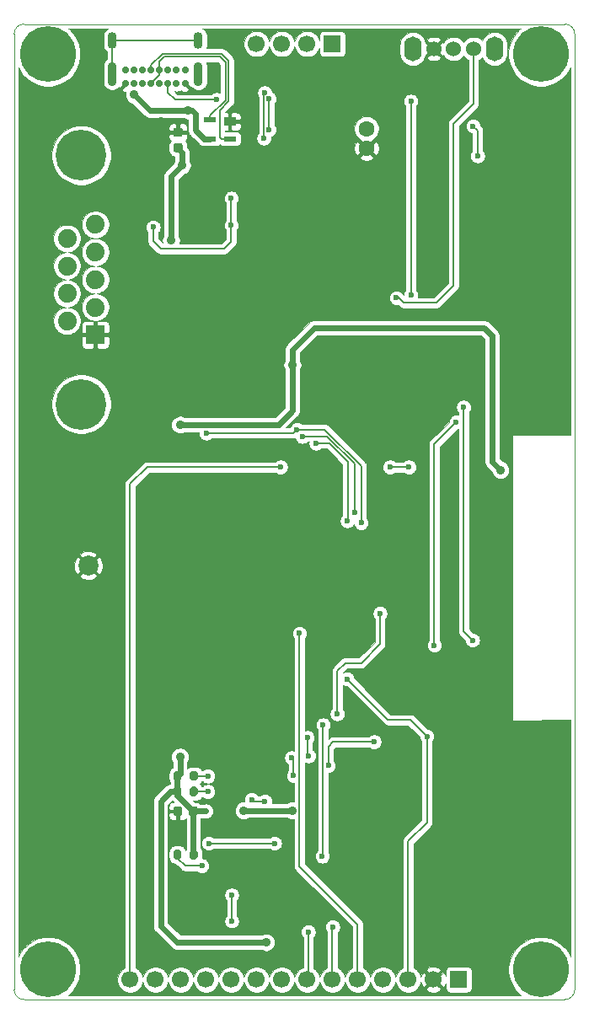
<source format=gbl>
%TF.GenerationSoftware,KiCad,Pcbnew,5.1.10-88a1d61d58~88~ubuntu20.04.1*%
%TF.CreationDate,2021-06-25T13:29:56-05:00*%
%TF.ProjectId,MiOrigin,4d694f72-6967-4696-9e2e-6b696361645f,rev?*%
%TF.SameCoordinates,Original*%
%TF.FileFunction,Copper,L2,Bot*%
%TF.FilePolarity,Positive*%
%FSLAX46Y46*%
G04 Gerber Fmt 4.6, Leading zero omitted, Abs format (unit mm)*
G04 Created by KiCad (PCBNEW 5.1.10-88a1d61d58~88~ubuntu20.04.1) date 2021-06-25 13:29:56*
%MOMM*%
%LPD*%
G01*
G04 APERTURE LIST*
%TA.AperFunction,Profile*%
%ADD10C,0.010000*%
%TD*%
%TA.AperFunction,SMDPad,CuDef*%
%ADD11R,1.310000X0.550000*%
%TD*%
%TA.AperFunction,SMDPad,CuDef*%
%ADD12R,1.310000X0.940000*%
%TD*%
%TA.AperFunction,ComponentPad*%
%ADD13C,1.700000*%
%TD*%
%TA.AperFunction,ComponentPad*%
%ADD14R,1.700000X1.700000*%
%TD*%
%TA.AperFunction,SMDPad,CuDef*%
%ADD15C,2.000000*%
%TD*%
%TA.AperFunction,ConnectorPad*%
%ADD16C,5.600000*%
%TD*%
%TA.AperFunction,ComponentPad*%
%ADD17C,3.600000*%
%TD*%
%TA.AperFunction,ComponentPad*%
%ADD18C,1.597660*%
%TD*%
%TA.AperFunction,ComponentPad*%
%ADD19C,1.879600*%
%TD*%
%TA.AperFunction,ComponentPad*%
%ADD20R,1.879600X1.879600*%
%TD*%
%TA.AperFunction,ComponentPad*%
%ADD21C,5.080000*%
%TD*%
%TA.AperFunction,ComponentPad*%
%ADD22O,0.900000X1.700000*%
%TD*%
%TA.AperFunction,ComponentPad*%
%ADD23O,0.900000X2.400000*%
%TD*%
%TA.AperFunction,ComponentPad*%
%ADD24C,0.700000*%
%TD*%
%TA.AperFunction,ComponentPad*%
%ADD25C,1.524000*%
%TD*%
%TA.AperFunction,ComponentPad*%
%ADD26O,1.750000X2.500000*%
%TD*%
%TA.AperFunction,ViaPad*%
%ADD27C,0.600000*%
%TD*%
%TA.AperFunction,ViaPad*%
%ADD28C,0.900000*%
%TD*%
%TA.AperFunction,Conductor*%
%ADD29C,0.203200*%
%TD*%
%TA.AperFunction,Conductor*%
%ADD30C,0.600000*%
%TD*%
%TA.AperFunction,Conductor*%
%ADD31C,0.127000*%
%TD*%
%TA.AperFunction,Conductor*%
%ADD32C,0.090000*%
%TD*%
%TA.AperFunction,Conductor*%
%ADD33C,0.150000*%
%TD*%
G04 APERTURE END LIST*
D10*
X125580000Y-143500000D02*
G75*
G02*
X124580000Y-142500000I0J1000000D01*
G01*
X180920000Y-142500000D02*
G75*
G02*
X179920000Y-143500000I-1000000J0D01*
G01*
X179920000Y-45500000D02*
G75*
G02*
X180920000Y-46500000I0J-1000000D01*
G01*
X124580000Y-46500000D02*
G75*
G02*
X125580000Y-45500000I1000000J0D01*
G01*
X124580000Y-142500000D02*
X124580000Y-46500000D01*
X180920000Y-142500000D02*
X180920000Y-46500000D01*
X179920000Y-143500000D02*
X125580000Y-143500000D01*
X125580000Y-45500000D02*
X179920000Y-45500000D01*
%TO.P,C1,2*%
%TO.N,GND*%
%TA.AperFunction,SMDPad,CuDef*%
G36*
G01*
X141300000Y-56825000D02*
X140800000Y-56825000D01*
G75*
G02*
X140575000Y-56600000I0J225000D01*
G01*
X140575000Y-56150000D01*
G75*
G02*
X140800000Y-55925000I225000J0D01*
G01*
X141300000Y-55925000D01*
G75*
G02*
X141525000Y-56150000I0J-225000D01*
G01*
X141525000Y-56600000D01*
G75*
G02*
X141300000Y-56825000I-225000J0D01*
G01*
G37*
%TD.AperFunction*%
%TO.P,C1,1*%
%TO.N,+3V3*%
%TA.AperFunction,SMDPad,CuDef*%
G36*
G01*
X141300000Y-58375000D02*
X140800000Y-58375000D01*
G75*
G02*
X140575000Y-58150000I0J225000D01*
G01*
X140575000Y-57700000D01*
G75*
G02*
X140800000Y-57475000I225000J0D01*
G01*
X141300000Y-57475000D01*
G75*
G02*
X141525000Y-57700000I0J-225000D01*
G01*
X141525000Y-58150000D01*
G75*
G02*
X141300000Y-58375000I-225000J0D01*
G01*
G37*
%TD.AperFunction*%
%TD*%
D11*
%TO.P,D1,3*%
%TO.N,+VUSB_IN*%
X144250000Y-57020000D03*
%TO.P,D1,2*%
%TO.N,D+*%
X146250000Y-57020000D03*
D12*
%TO.P,D1,1*%
%TO.N,GND*%
X146250000Y-55300000D03*
D11*
%TO.P,D1,4*%
%TO.N,D-*%
X144250000Y-55100000D03*
%TD*%
D13*
%TO.P,U4,17*%
%TO.N,N/C*%
X154020000Y-47500000D03*
%TO.P,U4,16*%
X151480000Y-47500000D03*
%TO.P,U4,15*%
X148940000Y-47500000D03*
D14*
%TO.P,U4,18*%
X156560000Y-47500000D03*
%TO.P,U4,14*%
%TO.N,+3V3*%
X169260000Y-141490000D03*
D13*
%TO.P,U4,13*%
%TO.N,GND*%
X166720000Y-141490000D03*
%TO.P,U4,12*%
%TO.N,LCD_CS*%
X164180000Y-141490000D03*
%TO.P,U4,11*%
%TO.N,Net-(R17-Pad2)*%
X161640000Y-141490000D03*
%TO.P,U4,10*%
%TO.N,LCD_DC*%
X159100000Y-141490000D03*
%TO.P,U4,9*%
%TO.N,VSPI_MOSI*%
X156560000Y-141490000D03*
%TO.P,U4,8*%
%TO.N,VSPI_SCLK*%
X154020000Y-141490000D03*
%TO.P,U4,7*%
%TO.N,Net-(R16-Pad2)*%
X151480000Y-141490000D03*
%TO.P,U4,6*%
%TO.N,Net-(U4-Pad6)*%
X148940000Y-141490000D03*
%TO.P,U4,5*%
%TO.N,HSPI_SCLK*%
X146400000Y-141490000D03*
%TO.P,U4,4*%
%TO.N,TCH_CS*%
X143860000Y-141490000D03*
%TO.P,U4,3*%
%TO.N,HSPI_MOSI*%
X141320000Y-141490000D03*
%TO.P,U4,2*%
%TO.N,Net-(U4-Pad2)*%
X138780000Y-141500000D03*
%TO.P,U4,1*%
%TO.N,TCH_INT*%
X136240000Y-141500000D03*
%TD*%
D15*
%TO.P,TP4,1*%
%TO.N,GND*%
X132050000Y-99900000D03*
%TD*%
%TO.P,R6,2*%
%TO.N,+3V3*%
%TA.AperFunction,SMDPad,CuDef*%
G36*
G01*
X141385600Y-122317200D02*
X141385600Y-122867200D01*
G75*
G02*
X141185600Y-123067200I-200000J0D01*
G01*
X140785600Y-123067200D01*
G75*
G02*
X140585600Y-122867200I0J200000D01*
G01*
X140585600Y-122317200D01*
G75*
G02*
X140785600Y-122117200I200000J0D01*
G01*
X141185600Y-122117200D01*
G75*
G02*
X141385600Y-122317200I0J-200000D01*
G01*
G37*
%TD.AperFunction*%
%TO.P,R6,1*%
%TO.N,SD_CS*%
%TA.AperFunction,SMDPad,CuDef*%
G36*
G01*
X143035600Y-122317200D02*
X143035600Y-122867200D01*
G75*
G02*
X142835600Y-123067200I-200000J0D01*
G01*
X142435600Y-123067200D01*
G75*
G02*
X142235600Y-122867200I0J200000D01*
G01*
X142235600Y-122317200D01*
G75*
G02*
X142435600Y-122117200I200000J0D01*
G01*
X142835600Y-122117200D01*
G75*
G02*
X143035600Y-122317200I0J-200000D01*
G01*
G37*
%TD.AperFunction*%
%TD*%
%TO.P,R4,2*%
%TO.N,+3V3*%
%TA.AperFunction,SMDPad,CuDef*%
G36*
G01*
X141385600Y-120767800D02*
X141385600Y-121317800D01*
G75*
G02*
X141185600Y-121517800I-200000J0D01*
G01*
X140785600Y-121517800D01*
G75*
G02*
X140585600Y-121317800I0J200000D01*
G01*
X140585600Y-120767800D01*
G75*
G02*
X140785600Y-120567800I200000J0D01*
G01*
X141185600Y-120567800D01*
G75*
G02*
X141385600Y-120767800I0J-200000D01*
G01*
G37*
%TD.AperFunction*%
%TO.P,R4,1*%
%TO.N,Net-(J3-Pad1)*%
%TA.AperFunction,SMDPad,CuDef*%
G36*
G01*
X143035600Y-120767800D02*
X143035600Y-121317800D01*
G75*
G02*
X142835600Y-121517800I-200000J0D01*
G01*
X142435600Y-121517800D01*
G75*
G02*
X142235600Y-121317800I0J200000D01*
G01*
X142235600Y-120767800D01*
G75*
G02*
X142435600Y-120567800I200000J0D01*
G01*
X142835600Y-120567800D01*
G75*
G02*
X143035600Y-120767800I0J-200000D01*
G01*
G37*
%TD.AperFunction*%
%TD*%
%TO.P,C6,2*%
%TO.N,GND*%
%TA.AperFunction,SMDPad,CuDef*%
G36*
G01*
X141485400Y-124323400D02*
X141485400Y-124823400D01*
G75*
G02*
X141260400Y-125048400I-225000J0D01*
G01*
X140810400Y-125048400D01*
G75*
G02*
X140585400Y-124823400I0J225000D01*
G01*
X140585400Y-124323400D01*
G75*
G02*
X140810400Y-124098400I225000J0D01*
G01*
X141260400Y-124098400D01*
G75*
G02*
X141485400Y-124323400I0J-225000D01*
G01*
G37*
%TD.AperFunction*%
%TO.P,C6,1*%
%TO.N,+3V3*%
%TA.AperFunction,SMDPad,CuDef*%
G36*
G01*
X143035400Y-124323400D02*
X143035400Y-124823400D01*
G75*
G02*
X142810400Y-125048400I-225000J0D01*
G01*
X142360400Y-125048400D01*
G75*
G02*
X142135400Y-124823400I0J225000D01*
G01*
X142135400Y-124323400D01*
G75*
G02*
X142360400Y-124098400I225000J0D01*
G01*
X142810400Y-124098400D01*
G75*
G02*
X143035400Y-124323400I0J-225000D01*
G01*
G37*
%TD.AperFunction*%
%TD*%
D16*
%TO.P,H4,1*%
%TO.N,N/C*%
X177500000Y-140480000D03*
D17*
X177500000Y-140480000D03*
%TD*%
%TO.P,H3,1*%
%TO.N,N/C*%
X177500000Y-48520000D03*
D16*
X177500000Y-48520000D03*
%TD*%
%TO.P,H2,1*%
%TO.N,N/C*%
X128000000Y-140480000D03*
D17*
X128000000Y-140480000D03*
%TD*%
D16*
%TO.P,H1,1*%
%TO.N,N/C*%
X128000000Y-48520000D03*
D17*
X128000000Y-48520000D03*
%TD*%
%TO.P,R5,2*%
%TO.N,+3V3*%
%TA.AperFunction,SMDPad,CuDef*%
G36*
G01*
X142235600Y-129217200D02*
X142235600Y-128667200D01*
G75*
G02*
X142435600Y-128467200I200000J0D01*
G01*
X142835600Y-128467200D01*
G75*
G02*
X143035600Y-128667200I0J-200000D01*
G01*
X143035600Y-129217200D01*
G75*
G02*
X142835600Y-129417200I-200000J0D01*
G01*
X142435600Y-129417200D01*
G75*
G02*
X142235600Y-129217200I0J200000D01*
G01*
G37*
%TD.AperFunction*%
%TO.P,R5,1*%
%TO.N,Net-(J3-Pad8)*%
%TA.AperFunction,SMDPad,CuDef*%
G36*
G01*
X140585600Y-129217200D02*
X140585600Y-128667200D01*
G75*
G02*
X140785600Y-128467200I200000J0D01*
G01*
X141185600Y-128467200D01*
G75*
G02*
X141385600Y-128667200I0J-200000D01*
G01*
X141385600Y-129217200D01*
G75*
G02*
X141185600Y-129417200I-200000J0D01*
G01*
X140785600Y-129417200D01*
G75*
G02*
X140585600Y-129217200I0J200000D01*
G01*
G37*
%TD.AperFunction*%
%TD*%
D18*
%TO.P,J4,2*%
%TO.N,+BATT*%
X160000000Y-56001780D03*
%TO.P,J4,1*%
%TO.N,GND*%
X160000000Y-57998220D03*
%TD*%
D19*
%TO.P,J5,1*%
%TO.N,Net-(J5-Pad1)*%
X132750000Y-65645600D03*
%TO.P,J5,2*%
%TO.N,Net-(J5-Pad2)*%
X132750000Y-68416740D03*
%TO.P,J5,3*%
%TO.N,Net-(J5-Pad3)*%
X132750000Y-71185340D03*
%TO.P,J5,4*%
%TO.N,Net-(J5-Pad4)*%
X132750000Y-73953940D03*
D20*
%TO.P,J5,5*%
%TO.N,GND*%
X132750000Y-76725080D03*
D19*
%TO.P,J5,6*%
%TO.N,Net-(J5-Pad6)*%
X129910280Y-67037520D03*
%TO.P,J5,7*%
%TO.N,Net-(J5-Pad7)*%
X129910280Y-69806120D03*
%TO.P,J5,8*%
%TO.N,Net-(J5-Pad8)*%
X129910280Y-72564560D03*
%TO.P,J5,9*%
%TO.N,Net-(J5-Pad9)*%
X129910280Y-75333160D03*
D21*
%TO.P,J5,G1*%
%TO.N,N/C*%
X131330140Y-83684680D03*
%TO.P,J5,G2*%
X131330140Y-58686000D03*
%TD*%
D22*
%TO.P,J2,S1*%
%TO.N,Net-(J2-PadS1)*%
X134450000Y-47140000D03*
X143100000Y-47140000D03*
D23*
X134450000Y-50520000D03*
X143100000Y-50520000D03*
D24*
%TO.P,J2,B6*%
%TO.N,D+*%
X138350000Y-50150000D03*
%TO.P,J2,B1*%
%TO.N,GND*%
X135800000Y-50150000D03*
%TO.P,J2,B4*%
%TO.N,+VUSB_IN*%
X136650000Y-50150000D03*
%TO.P,J2,B5*%
%TO.N,Net-(J2-PadB5)*%
X137500000Y-50150000D03*
%TO.P,J2,B12*%
%TO.N,GND*%
X141750000Y-50150000D03*
%TO.P,J2,B8*%
%TO.N,Net-(J2-PadB8)*%
X140050000Y-50150000D03*
%TO.P,J2,B7*%
%TO.N,D-*%
X139200000Y-50150000D03*
%TO.P,J2,B9*%
%TO.N,+VUSB_IN*%
X140900000Y-50150000D03*
%TO.P,J2,A12*%
%TO.N,GND*%
X135800000Y-51500000D03*
%TO.P,J2,A9*%
%TO.N,+VUSB_IN*%
X136650000Y-51500000D03*
%TO.P,J2,A8*%
%TO.N,Net-(J2-PadA8)*%
X137500000Y-51500000D03*
%TO.P,J2,A7*%
%TO.N,D-*%
X138350000Y-51500000D03*
%TO.P,J2,A6*%
%TO.N,D+*%
X139200000Y-51500000D03*
%TO.P,J2,A5*%
%TO.N,Net-(J2-PadA5)*%
X140050000Y-51500000D03*
%TO.P,J2,A4*%
%TO.N,+VUSB_IN*%
X140900000Y-51500000D03*
%TO.P,J2,A1*%
%TO.N,GND*%
X141750000Y-51500000D03*
%TD*%
D25*
%TO.P,S1,3*%
%TO.N,GND*%
X166750000Y-48000000D03*
%TO.P,S1,1*%
%TO.N,V_PREMOS*%
X170750000Y-48000000D03*
%TO.P,S1,2*%
%TO.N,Net-(R14-Pad1)*%
X168750000Y-48000000D03*
D26*
%TO.P,S1,*%
%TO.N,*%
X164650000Y-48000000D03*
X172850000Y-48000000D03*
%TD*%
D27*
%TO.N,CH340-RTS*%
X146398390Y-65698390D03*
X146398384Y-63000000D03*
X138550000Y-65900000D03*
%TO.N,ESP_0-QPWR*%
X150200000Y-53000000D03*
X150200000Y-56100000D03*
X158071400Y-95407201D03*
X154933171Y-87614262D03*
%TO.N,~RESET*%
X149671400Y-56950000D03*
X149772398Y-52412047D03*
X170700000Y-55750000D03*
X171150000Y-58750000D03*
D28*
%TO.N,GND*%
X138100000Y-62900000D03*
X138100000Y-61700000D03*
D27*
X145650000Y-47200000D03*
D28*
X139350000Y-55300000D03*
X150950000Y-78100000D03*
X163250000Y-113200000D03*
X160750000Y-119300000D03*
X162150000Y-119300000D03*
X153850000Y-93000000D03*
X157650000Y-98000000D03*
X155150000Y-93000000D03*
X152650000Y-93000000D03*
X163150000Y-69400000D03*
X163150000Y-70900000D03*
X159650000Y-69200000D03*
X157250000Y-69200000D03*
X156250000Y-71800000D03*
X175350000Y-124300000D03*
X175150000Y-130000000D03*
X172250000Y-120500000D03*
X172250000Y-124300000D03*
X172250000Y-130000000D03*
X175350000Y-120500000D03*
X127450000Y-133800000D03*
X127450000Y-131600000D03*
X127350000Y-129500000D03*
X160250000Y-131800000D03*
X160650000Y-124200000D03*
X150050000Y-115900000D03*
X150050000Y-112600000D03*
X128250000Y-92200000D03*
X132050000Y-92200000D03*
X159950000Y-85800000D03*
X165750000Y-85700000D03*
X134250000Y-53800000D03*
X131550000Y-52400000D03*
X160850000Y-47000000D03*
X174550000Y-53400000D03*
X178950000Y-54500000D03*
X178850000Y-65200000D03*
X175750000Y-65100000D03*
X174550000Y-80100000D03*
X155450000Y-57300000D03*
X166850000Y-80200000D03*
X157350000Y-80200000D03*
X152550000Y-71000000D03*
X151350000Y-59900000D03*
X148250000Y-57800000D03*
X143950000Y-106400000D03*
X138550000Y-106700000D03*
X138350000Y-97200000D03*
X144500000Y-63600000D03*
X142800000Y-63600000D03*
D27*
%TO.N,+3V3*%
X172600000Y-76800000D03*
D28*
X141250000Y-85750000D03*
X141250000Y-119100000D03*
D27*
X143850000Y-124550000D03*
D28*
X173450000Y-90300000D03*
X152550000Y-79750000D03*
X149900000Y-137750000D03*
X147650000Y-124500000D03*
X152550000Y-124500000D03*
X140350006Y-67200000D03*
X141450000Y-59700003D03*
D27*
%TO.N,Net-(J2-PadA5)*%
X144950000Y-53100000D03*
%TO.N,SD_CS*%
X144050000Y-122600000D03*
X152476223Y-119226223D03*
X152657270Y-121007270D03*
X156157200Y-120000000D03*
X160750000Y-117600000D03*
%TO.N,Net-(J3-Pad8)*%
X143450000Y-130050000D03*
%TO.N,Net-(J3-Pad1)*%
X144050000Y-121050000D03*
%TO.N,HSPI_MOSI*%
X149778600Y-123573777D03*
X148450000Y-123400000D03*
%TO.N,HSPI_MISO*%
X161350000Y-104700000D03*
X157050000Y-114800000D03*
%TO.N,LCD_CS*%
X166050000Y-117050000D03*
X158050000Y-111300000D03*
%TO.N,VSPI_SCLK*%
X155550000Y-129100000D03*
X155628600Y-115900000D03*
X154150000Y-136700000D03*
%TO.N,SDA*%
X166800000Y-107900000D03*
X169000000Y-85500000D03*
%TO.N,CH340-TX*%
X158771400Y-94583320D03*
X153528600Y-86928600D03*
%TO.N,CH340-RX*%
X159450000Y-95600000D03*
X143891189Y-86600000D03*
X152999990Y-86250000D03*
%TO.N,SCL*%
X170650000Y-107400000D03*
X169750000Y-84000000D03*
%TO.N,VSPI_MOSI*%
X156600000Y-136200000D03*
D28*
%TO.N,+VUSB_IN*%
X136650000Y-52600000D03*
X142061890Y-54188110D03*
D27*
%TO.N,EN_SWITCH*%
X164450000Y-53250000D03*
X164450000Y-72700000D03*
%TO.N,Net-(J3-Pad7)*%
X144150000Y-127800000D03*
X150749996Y-127800000D03*
%TO.N,HSPI_SCLK*%
X146450000Y-135600000D03*
X146450000Y-133000000D03*
%TO.N,TCH_CS*%
X154042729Y-117192729D03*
X154173777Y-119023777D03*
%TO.N,LCD_DC*%
X153250000Y-106700000D03*
%TO.N,TCH_INT*%
X162350000Y-90000000D03*
X164250000Y-90000000D03*
X151349998Y-90000000D03*
%TO.N,V_PREMOS*%
X163000000Y-73000000D03*
%TD*%
D29*
%TO.N,CH340-RTS*%
X146398390Y-65698390D02*
X146398390Y-65798390D01*
X146398390Y-65698390D02*
X146398390Y-63000006D01*
X146398390Y-63000006D02*
X146398384Y-63000000D01*
X145650000Y-68100000D02*
X146398390Y-67351610D01*
X139350000Y-68100000D02*
X145650000Y-68100000D01*
X146398390Y-67351610D02*
X146398390Y-65698390D01*
X138550000Y-67300000D02*
X139350000Y-68100000D01*
X138550000Y-65900000D02*
X138550000Y-67300000D01*
%TO.N,ESP_0-QPWR*%
X150200000Y-53000000D02*
X150200000Y-56100000D01*
X154933171Y-87614262D02*
X156230290Y-87614262D01*
X156230290Y-87614262D02*
X158092799Y-89476771D01*
X158092799Y-89476771D02*
X158092799Y-95407201D01*
X158071400Y-95407201D02*
X158092799Y-95407201D01*
%TO.N,~RESET*%
X149671400Y-52513045D02*
X149772398Y-52412047D01*
X149671400Y-56950000D02*
X149671400Y-52513045D01*
X171150000Y-56200000D02*
X171150000Y-58750000D01*
X170700000Y-55750000D02*
X171150000Y-56200000D01*
D30*
%TO.N,+3V3*%
X172600000Y-76800000D02*
X172600000Y-77450000D01*
X151150000Y-85750000D02*
X141250000Y-85750000D01*
X141250000Y-120778400D02*
X140985600Y-121042800D01*
X141250000Y-119100000D02*
X141250000Y-120778400D01*
X140985600Y-121042800D02*
X140985600Y-122592200D01*
X140985600Y-122973600D02*
X142585400Y-124573400D01*
X140985600Y-122592200D02*
X140985600Y-122973600D01*
X142585400Y-128892000D02*
X142635600Y-128942200D01*
X142585400Y-124573400D02*
X142585400Y-128892000D01*
X143826600Y-124573400D02*
X143850000Y-124550000D01*
X142585400Y-124573400D02*
X143826600Y-124573400D01*
X172600000Y-78850000D02*
X172600000Y-77450000D01*
X172600000Y-89450000D02*
X172600000Y-78850000D01*
X173450000Y-90300000D02*
X172600000Y-89450000D01*
X140985600Y-122592200D02*
X140307800Y-122592200D01*
X140307800Y-122592200D02*
X139300000Y-123600000D01*
X139300000Y-123600000D02*
X139300000Y-136100000D01*
X140950000Y-137750000D02*
X149900000Y-137750000D01*
X139300000Y-136100000D02*
X140950000Y-137750000D01*
X147650000Y-124500000D02*
X152550000Y-124500000D01*
X140350006Y-67200000D02*
X140350006Y-60799997D01*
X140350006Y-60799997D02*
X141450000Y-59700003D01*
X141050000Y-58100000D02*
X141150000Y-58100000D01*
X141450000Y-58400000D02*
X141450000Y-59700003D01*
X141150000Y-58100000D02*
X141450000Y-58400000D01*
X152550000Y-84350000D02*
X151150000Y-85750000D01*
X152550000Y-79750000D02*
X152550000Y-84350000D01*
X152550000Y-78200000D02*
X152550000Y-79750000D01*
X154750000Y-76000000D02*
X152550000Y-78200000D01*
X171800000Y-76000000D02*
X154750000Y-76000000D01*
X172600000Y-76800000D02*
X171800000Y-76000000D01*
D29*
%TO.N,D+*%
X139513223Y-48469789D02*
X138350000Y-49633012D01*
X145419791Y-48469789D02*
X139513223Y-48469789D01*
X146150001Y-53260635D02*
X146150001Y-49199999D01*
X145391800Y-57020000D02*
X145250000Y-56878200D01*
X145250000Y-54160636D02*
X146150001Y-53260635D01*
X146150001Y-49199999D02*
X145419791Y-48469789D01*
X145250000Y-56878200D02*
X145250000Y-54160636D01*
X146250000Y-57020000D02*
X145391800Y-57020000D01*
X138350000Y-49633012D02*
X138350000Y-50150000D01*
%TO.N,D-*%
X139200000Y-50650000D02*
X138350000Y-51500000D01*
X139200000Y-50150000D02*
X139200000Y-50650000D01*
X144250000Y-54693648D02*
X144250000Y-55100000D01*
X145819790Y-49336776D02*
X145819790Y-53123858D01*
X139200000Y-49250000D02*
X139650000Y-48800000D01*
X145283014Y-48800000D02*
X145819790Y-49336776D01*
X139200000Y-50150000D02*
X139200000Y-49250000D01*
X145819790Y-53123858D02*
X144250000Y-54693648D01*
X139650000Y-48800000D02*
X145283014Y-48800000D01*
%TO.N,Net-(J2-PadA5)*%
X144950000Y-53100000D02*
X140750000Y-53100000D01*
X140050000Y-52400000D02*
X140050000Y-51500000D01*
X140750000Y-53100000D02*
X140050000Y-52400000D01*
D31*
%TO.N,Net-(J2-PadS1)*%
X134450000Y-50520000D02*
X134450000Y-47140000D01*
X134450000Y-47140000D02*
X143100000Y-47140000D01*
D29*
%TO.N,SD_CS*%
X144042200Y-122592200D02*
X144050000Y-122600000D01*
X142635600Y-122592200D02*
X144042200Y-122592200D01*
X152657270Y-121007270D02*
X152657270Y-119407270D01*
X152657270Y-119407270D02*
X152476223Y-119226223D01*
X156157200Y-118092800D02*
X156157200Y-120000000D01*
X156650000Y-117600000D02*
X156157200Y-118092800D01*
X160750000Y-117600000D02*
X156650000Y-117600000D01*
%TO.N,Net-(J3-Pad8)*%
X143450000Y-130050000D02*
X141750000Y-130050000D01*
X140985600Y-129285600D02*
X140985600Y-128942200D01*
X141750000Y-130050000D02*
X140985600Y-129285600D01*
%TO.N,Net-(J3-Pad1)*%
X144042800Y-121042800D02*
X144050000Y-121050000D01*
X142635600Y-121042800D02*
X144042800Y-121042800D01*
%TO.N,HSPI_MOSI*%
X148623777Y-123573777D02*
X148450000Y-123400000D01*
X149778600Y-123573777D02*
X148623777Y-123573777D01*
%TO.N,HSPI_MISO*%
X161350000Y-104700000D02*
X161350000Y-107800000D01*
X161350000Y-107800000D02*
X159450000Y-109700000D01*
X157850000Y-109700000D02*
X157050000Y-110500000D01*
X159450000Y-109700000D02*
X157850000Y-109700000D01*
X157050000Y-110500000D02*
X157050000Y-114800000D01*
%TO.N,LCD_CS*%
X164180000Y-141490000D02*
X164180000Y-127570000D01*
X164180000Y-127570000D02*
X166050000Y-125700000D01*
X166050000Y-125700000D02*
X166050000Y-117050000D01*
X162150000Y-115400000D02*
X158050000Y-111300000D01*
X164400000Y-115400000D02*
X162150000Y-115400000D01*
X166050000Y-117050000D02*
X164400000Y-115400000D01*
%TO.N,VSPI_SCLK*%
X155628600Y-126521400D02*
X155628600Y-129021400D01*
X155628600Y-115900000D02*
X155628600Y-126521400D01*
X155628600Y-129021400D02*
X155550000Y-129100000D01*
X154150000Y-136700000D02*
X154150000Y-141360000D01*
X154150000Y-141360000D02*
X154020000Y-141490000D01*
%TO.N,SDA*%
X166800000Y-107900000D02*
X166800000Y-87700000D01*
X166800000Y-87700000D02*
X169000000Y-85500000D01*
%TO.N,CH340-TX*%
X158771400Y-94583320D02*
X158771400Y-89688386D01*
X158771400Y-89688386D02*
X156011614Y-86928600D01*
X156011614Y-86928600D02*
X153528600Y-86928600D01*
%TO.N,CH340-RX*%
X159450000Y-89899999D02*
X155800001Y-86250000D01*
X155800001Y-86250000D02*
X152999990Y-86250000D01*
X159450000Y-95600000D02*
X159450000Y-89899999D01*
X152999990Y-86250000D02*
X152649990Y-86600000D01*
X152649990Y-86600000D02*
X145400000Y-86600000D01*
X145400000Y-86600000D02*
X143891189Y-86600000D01*
%TO.N,SCL*%
X169750000Y-106500000D02*
X169750000Y-84000000D01*
X170650000Y-107400000D02*
X169750000Y-106500000D01*
%TO.N,VSPI_MOSI*%
X156560000Y-141490000D02*
X156560000Y-136240000D01*
X156560000Y-136240000D02*
X156600000Y-136200000D01*
D30*
%TO.N,+VUSB_IN*%
X138238110Y-54188110D02*
X142061890Y-54188110D01*
X136650000Y-52600000D02*
X138238110Y-54188110D01*
X142790000Y-56140000D02*
X143670000Y-57020000D01*
X142790000Y-54540000D02*
X142790000Y-56140000D01*
X142438110Y-54188110D02*
X142790000Y-54540000D01*
X143670000Y-57020000D02*
X144250000Y-57020000D01*
X142061890Y-54188110D02*
X142438110Y-54188110D01*
D29*
%TO.N,EN_SWITCH*%
X164450000Y-72700000D02*
X164450000Y-53250000D01*
%TO.N,Net-(J3-Pad7)*%
X144150000Y-127800000D02*
X150749996Y-127800000D01*
%TO.N,HSPI_SCLK*%
X146450000Y-135600000D02*
X146450000Y-133000000D01*
%TO.N,TCH_CS*%
X154042729Y-118892729D02*
X154173777Y-119023777D01*
X154042729Y-117192729D02*
X154042729Y-118892729D01*
%TO.N,LCD_DC*%
X153250000Y-130100000D02*
X153250000Y-106700000D01*
X159100000Y-135950000D02*
X153250000Y-130100000D01*
X159100000Y-141490000D02*
X159100000Y-135950000D01*
%TO.N,TCH_INT*%
X162350000Y-90000000D02*
X164250000Y-90000000D01*
X137950000Y-90000000D02*
X151349998Y-90000000D01*
X136240000Y-91710000D02*
X137950000Y-90000000D01*
X136240000Y-141500000D02*
X136240000Y-91710000D01*
%TO.N,V_PREMOS*%
X170750000Y-52500000D02*
X170750000Y-48000000D01*
X170750000Y-53500000D02*
X170750000Y-52500000D01*
X168750000Y-55500000D02*
X170750000Y-53500000D01*
X167000000Y-73500000D02*
X168750000Y-71750000D01*
X168750000Y-71750000D02*
X168750000Y-55500000D01*
X163750000Y-73500000D02*
X167000000Y-73500000D01*
X163250000Y-73000000D02*
X163750000Y-73500000D01*
X163000000Y-73000000D02*
X163250000Y-73000000D01*
%TD*%
D32*
%TO.N,GND*%
X133950360Y-45992234D02*
X133814079Y-46104078D01*
X133702235Y-46240359D01*
X133619128Y-46395841D01*
X133567951Y-46564549D01*
X133555000Y-46696036D01*
X133555000Y-47583963D01*
X133567950Y-47715450D01*
X133619127Y-47884158D01*
X133702234Y-48039640D01*
X133814078Y-48175922D01*
X133941501Y-48280496D01*
X133941500Y-49029505D01*
X133814079Y-49134078D01*
X133702235Y-49270359D01*
X133619128Y-49425841D01*
X133567951Y-49594549D01*
X133555001Y-49726036D01*
X133555000Y-51313963D01*
X133567950Y-51445450D01*
X133619127Y-51614158D01*
X133702234Y-51769640D01*
X133814078Y-51905922D01*
X133950359Y-52017766D01*
X134105841Y-52100873D01*
X134274549Y-52152050D01*
X134450000Y-52169330D01*
X134625450Y-52152050D01*
X134794158Y-52100873D01*
X134949640Y-52017766D01*
X135085922Y-51905922D01*
X135134058Y-51847269D01*
X135216708Y-51864089D01*
X135580797Y-51500000D01*
X135566655Y-51485858D01*
X135785858Y-51266655D01*
X135800000Y-51280797D01*
X135814143Y-51266655D01*
X135873945Y-51326457D01*
X135855000Y-51421699D01*
X135855000Y-51578301D01*
X135873945Y-51673543D01*
X135814143Y-51733346D01*
X135800000Y-51719203D01*
X135435911Y-52083292D01*
X135464771Y-52225105D01*
X135612673Y-52276572D01*
X135767774Y-52298196D01*
X135807216Y-52295913D01*
X135789394Y-52338938D01*
X135755000Y-52511850D01*
X135755000Y-52688150D01*
X135789394Y-52861062D01*
X135856861Y-53023942D01*
X135954808Y-53170530D01*
X136079470Y-53295192D01*
X136226058Y-53393139D01*
X136388938Y-53460606D01*
X136473921Y-53477510D01*
X137685441Y-54689030D01*
X137708767Y-54717453D01*
X137737190Y-54740779D01*
X137822207Y-54810551D01*
X137852005Y-54826478D01*
X137951632Y-54879730D01*
X138092065Y-54922330D01*
X138201518Y-54933110D01*
X138201520Y-54933110D01*
X138238110Y-54936714D01*
X138274700Y-54933110D01*
X141565903Y-54933110D01*
X141637948Y-54981249D01*
X141800828Y-55048716D01*
X141973740Y-55083110D01*
X142045000Y-55083110D01*
X142045001Y-56103400D01*
X142041396Y-56140000D01*
X142055781Y-56286045D01*
X142098381Y-56426478D01*
X142167559Y-56555902D01*
X142237331Y-56640920D01*
X142237337Y-56640926D01*
X142260658Y-56669343D01*
X142289075Y-56692664D01*
X143117335Y-57520925D01*
X143140657Y-57549343D01*
X143169074Y-57572664D01*
X143169079Y-57572669D01*
X143254097Y-57642441D01*
X143299659Y-57666794D01*
X143383522Y-57711620D01*
X143523955Y-57754220D01*
X143633408Y-57765000D01*
X143633410Y-57765000D01*
X143670000Y-57768604D01*
X143706590Y-57765000D01*
X144286592Y-57765000D01*
X144396045Y-57754220D01*
X144435824Y-57742153D01*
X144905000Y-57742153D01*
X144992235Y-57733561D01*
X145076118Y-57708116D01*
X145153425Y-57666794D01*
X145221185Y-57611185D01*
X145250000Y-57576074D01*
X145278815Y-57611185D01*
X145346575Y-57666794D01*
X145423882Y-57708116D01*
X145507765Y-57733561D01*
X145595000Y-57742153D01*
X146905000Y-57742153D01*
X146992235Y-57733561D01*
X147076118Y-57708116D01*
X147153425Y-57666794D01*
X147221185Y-57611185D01*
X147276794Y-57543425D01*
X147318116Y-57466118D01*
X147343561Y-57382235D01*
X147352153Y-57295000D01*
X147352153Y-56876624D01*
X148926400Y-56876624D01*
X148926400Y-57023376D01*
X148955030Y-57167309D01*
X149011189Y-57302890D01*
X149092721Y-57424910D01*
X149196490Y-57528679D01*
X149318510Y-57610211D01*
X149454091Y-57666370D01*
X149598024Y-57695000D01*
X149744776Y-57695000D01*
X149888709Y-57666370D01*
X150024290Y-57610211D01*
X150146310Y-57528679D01*
X150250079Y-57424910D01*
X150331611Y-57302890D01*
X150387770Y-57167309D01*
X150416400Y-57023376D01*
X150416400Y-56876624D01*
X150404906Y-56818837D01*
X150417309Y-56816370D01*
X150552890Y-56760211D01*
X150674910Y-56678679D01*
X150778679Y-56574910D01*
X150860211Y-56452890D01*
X150916370Y-56317309D01*
X150945000Y-56173376D01*
X150945000Y-56026624D01*
X150916370Y-55882691D01*
X150914955Y-55879273D01*
X158756170Y-55879273D01*
X158756170Y-56124287D01*
X158803970Y-56364592D01*
X158897732Y-56590954D01*
X159033854Y-56794675D01*
X159207105Y-56967926D01*
X159330353Y-57050278D01*
X159311987Y-57091003D01*
X160000000Y-57779017D01*
X160688013Y-57091003D01*
X160669647Y-57050278D01*
X160792895Y-56967926D01*
X160966146Y-56794675D01*
X161102268Y-56590954D01*
X161196030Y-56364592D01*
X161243830Y-56124287D01*
X161243830Y-55879273D01*
X161196030Y-55638968D01*
X161102268Y-55412606D01*
X160966146Y-55208885D01*
X160792895Y-55035634D01*
X160589174Y-54899512D01*
X160362812Y-54805750D01*
X160122507Y-54757950D01*
X159877493Y-54757950D01*
X159637188Y-54805750D01*
X159410826Y-54899512D01*
X159207105Y-55035634D01*
X159033854Y-55208885D01*
X158897732Y-55412606D01*
X158803970Y-55638968D01*
X158756170Y-55879273D01*
X150914955Y-55879273D01*
X150860211Y-55747110D01*
X150778679Y-55625090D01*
X150746600Y-55593011D01*
X150746600Y-53506989D01*
X150778679Y-53474910D01*
X150860211Y-53352890D01*
X150916370Y-53217309D01*
X150945000Y-53073376D01*
X150945000Y-52926624D01*
X150916370Y-52782691D01*
X150860211Y-52647110D01*
X150778679Y-52525090D01*
X150674910Y-52421321D01*
X150552890Y-52339789D01*
X150514454Y-52323868D01*
X150488768Y-52194738D01*
X150432609Y-52059157D01*
X150351077Y-51937137D01*
X150247308Y-51833368D01*
X150125288Y-51751836D01*
X149989707Y-51695677D01*
X149845774Y-51667047D01*
X149699022Y-51667047D01*
X149555089Y-51695677D01*
X149419508Y-51751836D01*
X149297488Y-51833368D01*
X149193719Y-51937137D01*
X149112187Y-52059157D01*
X149056028Y-52194738D01*
X149027398Y-52338671D01*
X149027398Y-52485423D01*
X149056028Y-52629356D01*
X149112187Y-52764937D01*
X149124801Y-52783815D01*
X149124800Y-56443011D01*
X149092721Y-56475090D01*
X149011189Y-56597110D01*
X148955030Y-56732691D01*
X148926400Y-56876624D01*
X147352153Y-56876624D01*
X147352153Y-56745000D01*
X147343561Y-56657765D01*
X147318116Y-56573882D01*
X147276794Y-56496575D01*
X147221185Y-56428815D01*
X147153425Y-56373206D01*
X147076118Y-56331884D01*
X146992235Y-56306439D01*
X146905000Y-56297847D01*
X145796600Y-56297847D01*
X145796600Y-56216036D01*
X145983750Y-56215000D01*
X146095000Y-56103750D01*
X146095000Y-55455000D01*
X146405000Y-55455000D01*
X146405000Y-56103750D01*
X146516250Y-56215000D01*
X146905000Y-56217153D01*
X146992235Y-56208561D01*
X147076118Y-56183116D01*
X147153425Y-56141794D01*
X147221185Y-56086185D01*
X147276794Y-56018425D01*
X147318116Y-55941118D01*
X147343561Y-55857235D01*
X147352153Y-55770000D01*
X147350000Y-55566250D01*
X147238750Y-55455000D01*
X146405000Y-55455000D01*
X146095000Y-55455000D01*
X146075000Y-55455000D01*
X146075000Y-55145000D01*
X146095000Y-55145000D01*
X146095000Y-54496250D01*
X146405000Y-54496250D01*
X146405000Y-55145000D01*
X147238750Y-55145000D01*
X147350000Y-55033750D01*
X147352153Y-54830000D01*
X147343561Y-54742765D01*
X147318116Y-54658882D01*
X147276794Y-54581575D01*
X147221185Y-54513815D01*
X147153425Y-54458206D01*
X147076118Y-54416884D01*
X146992235Y-54391439D01*
X146905000Y-54382847D01*
X146516250Y-54385000D01*
X146405000Y-54496250D01*
X146095000Y-54496250D01*
X145983750Y-54385000D01*
X145799664Y-54383980D01*
X146517523Y-53666122D01*
X146538375Y-53649009D01*
X146606681Y-53565779D01*
X146657436Y-53470822D01*
X146670122Y-53429002D01*
X146688692Y-53367787D01*
X146699245Y-53260635D01*
X146696601Y-53233789D01*
X146696601Y-49226835D01*
X146699244Y-49199999D01*
X146696601Y-49173163D01*
X146696601Y-49173155D01*
X146688691Y-49092847D01*
X146657436Y-48989812D01*
X146606681Y-48894855D01*
X146538375Y-48811625D01*
X146517523Y-48794512D01*
X145825282Y-48102272D01*
X145808165Y-48081415D01*
X145724935Y-48013109D01*
X145629978Y-47962354D01*
X145526943Y-47931099D01*
X145446635Y-47923189D01*
X145446627Y-47923189D01*
X145419791Y-47920546D01*
X145392955Y-47923189D01*
X143910011Y-47923189D01*
X143930873Y-47884159D01*
X143982050Y-47715451D01*
X143995000Y-47583964D01*
X143995000Y-47372454D01*
X147645000Y-47372454D01*
X147645000Y-47627546D01*
X147694766Y-47877738D01*
X147792386Y-48113413D01*
X147934108Y-48325514D01*
X148114486Y-48505892D01*
X148326587Y-48647614D01*
X148562262Y-48745234D01*
X148812454Y-48795000D01*
X149067546Y-48795000D01*
X149317738Y-48745234D01*
X149553413Y-48647614D01*
X149765514Y-48505892D01*
X149945892Y-48325514D01*
X150087614Y-48113413D01*
X150185234Y-47877738D01*
X150210000Y-47753230D01*
X150234766Y-47877738D01*
X150332386Y-48113413D01*
X150474108Y-48325514D01*
X150654486Y-48505892D01*
X150866587Y-48647614D01*
X151102262Y-48745234D01*
X151352454Y-48795000D01*
X151607546Y-48795000D01*
X151857738Y-48745234D01*
X152093413Y-48647614D01*
X152305514Y-48505892D01*
X152485892Y-48325514D01*
X152627614Y-48113413D01*
X152725234Y-47877738D01*
X152750000Y-47753230D01*
X152774766Y-47877738D01*
X152872386Y-48113413D01*
X153014108Y-48325514D01*
X153194486Y-48505892D01*
X153406587Y-48647614D01*
X153642262Y-48745234D01*
X153892454Y-48795000D01*
X154147546Y-48795000D01*
X154397738Y-48745234D01*
X154633413Y-48647614D01*
X154845514Y-48505892D01*
X155025892Y-48325514D01*
X155167614Y-48113413D01*
X155262847Y-47883501D01*
X155262847Y-48350000D01*
X155271439Y-48437235D01*
X155296884Y-48521118D01*
X155338206Y-48598425D01*
X155393815Y-48666185D01*
X155461575Y-48721794D01*
X155538882Y-48763116D01*
X155622765Y-48788561D01*
X155710000Y-48797153D01*
X157410000Y-48797153D01*
X157497235Y-48788561D01*
X157581118Y-48763116D01*
X157658425Y-48721794D01*
X157726185Y-48666185D01*
X157781794Y-48598425D01*
X157823116Y-48521118D01*
X157848561Y-48437235D01*
X157857153Y-48350000D01*
X157857153Y-47560162D01*
X163330000Y-47560162D01*
X163330000Y-48439837D01*
X163349100Y-48633764D01*
X163424579Y-48882585D01*
X163547150Y-49111900D01*
X163712103Y-49312897D01*
X163913099Y-49477850D01*
X164142414Y-49600421D01*
X164391235Y-49675900D01*
X164650000Y-49701386D01*
X164908764Y-49675900D01*
X165157585Y-49600421D01*
X165386900Y-49477850D01*
X165587897Y-49312897D01*
X165752850Y-49111901D01*
X165875421Y-48882586D01*
X165875964Y-48880794D01*
X166088409Y-48880794D01*
X166168354Y-49064269D01*
X166387159Y-49157293D01*
X166619907Y-49205843D01*
X166857656Y-49208052D01*
X167091266Y-49163838D01*
X167311762Y-49074897D01*
X167331646Y-49064269D01*
X167411591Y-48880794D01*
X166750000Y-48219203D01*
X166088409Y-48880794D01*
X165875964Y-48880794D01*
X165950900Y-48633765D01*
X165956785Y-48574012D01*
X166530797Y-48000000D01*
X165956785Y-47425988D01*
X165950900Y-47366236D01*
X165875965Y-47119206D01*
X166088409Y-47119206D01*
X166750000Y-47780797D01*
X167411591Y-47119206D01*
X167331646Y-46935731D01*
X167112841Y-46842707D01*
X166880093Y-46794157D01*
X166642344Y-46791948D01*
X166408734Y-46836162D01*
X166188238Y-46925103D01*
X166168354Y-46935731D01*
X166088409Y-47119206D01*
X165875965Y-47119206D01*
X165875421Y-47117414D01*
X165752850Y-46888099D01*
X165587897Y-46687103D01*
X165386901Y-46522150D01*
X165157586Y-46399579D01*
X164908765Y-46324100D01*
X164650000Y-46298614D01*
X164391236Y-46324100D01*
X164142415Y-46399579D01*
X163913100Y-46522150D01*
X163712104Y-46687103D01*
X163547150Y-46888099D01*
X163424579Y-47117414D01*
X163349100Y-47366235D01*
X163330000Y-47560162D01*
X157857153Y-47560162D01*
X157857153Y-46650000D01*
X157848561Y-46562765D01*
X157823116Y-46478882D01*
X157781794Y-46401575D01*
X157726185Y-46333815D01*
X157658425Y-46278206D01*
X157581118Y-46236884D01*
X157497235Y-46211439D01*
X157410000Y-46202847D01*
X155710000Y-46202847D01*
X155622765Y-46211439D01*
X155538882Y-46236884D01*
X155461575Y-46278206D01*
X155393815Y-46333815D01*
X155338206Y-46401575D01*
X155296884Y-46478882D01*
X155271439Y-46562765D01*
X155262847Y-46650000D01*
X155262847Y-47116499D01*
X155167614Y-46886587D01*
X155025892Y-46674486D01*
X154845514Y-46494108D01*
X154633413Y-46352386D01*
X154397738Y-46254766D01*
X154147546Y-46205000D01*
X153892454Y-46205000D01*
X153642262Y-46254766D01*
X153406587Y-46352386D01*
X153194486Y-46494108D01*
X153014108Y-46674486D01*
X152872386Y-46886587D01*
X152774766Y-47122262D01*
X152750000Y-47246770D01*
X152725234Y-47122262D01*
X152627614Y-46886587D01*
X152485892Y-46674486D01*
X152305514Y-46494108D01*
X152093413Y-46352386D01*
X151857738Y-46254766D01*
X151607546Y-46205000D01*
X151352454Y-46205000D01*
X151102262Y-46254766D01*
X150866587Y-46352386D01*
X150654486Y-46494108D01*
X150474108Y-46674486D01*
X150332386Y-46886587D01*
X150234766Y-47122262D01*
X150210000Y-47246770D01*
X150185234Y-47122262D01*
X150087614Y-46886587D01*
X149945892Y-46674486D01*
X149765514Y-46494108D01*
X149553413Y-46352386D01*
X149317738Y-46254766D01*
X149067546Y-46205000D01*
X148812454Y-46205000D01*
X148562262Y-46254766D01*
X148326587Y-46352386D01*
X148114486Y-46494108D01*
X147934108Y-46674486D01*
X147792386Y-46886587D01*
X147694766Y-47122262D01*
X147645000Y-47372454D01*
X143995000Y-47372454D01*
X143995000Y-46696036D01*
X143982050Y-46564549D01*
X143930873Y-46395841D01*
X143847766Y-46240359D01*
X143735922Y-46104078D01*
X143599641Y-45992234D01*
X143520627Y-45950000D01*
X175505431Y-45950000D01*
X175431433Y-45999444D01*
X174979444Y-46451433D01*
X174624318Y-46982916D01*
X174379704Y-47573468D01*
X174255000Y-48200395D01*
X174255000Y-48839605D01*
X174379704Y-49466532D01*
X174624318Y-50057084D01*
X174979444Y-50588567D01*
X175431433Y-51040556D01*
X175962916Y-51395682D01*
X176553468Y-51640296D01*
X177180395Y-51765000D01*
X177819605Y-51765000D01*
X178446532Y-51640296D01*
X179037084Y-51395682D01*
X179568567Y-51040556D01*
X180020556Y-50588567D01*
X180375682Y-50057084D01*
X180470001Y-49829377D01*
X180470001Y-86755000D01*
X174650000Y-86755000D01*
X174641221Y-86755865D01*
X174632779Y-86758425D01*
X174624999Y-86762584D01*
X174618180Y-86768180D01*
X174612584Y-86774999D01*
X174608425Y-86782779D01*
X174605865Y-86791221D01*
X174605000Y-86800000D01*
X174605000Y-115400000D01*
X174605936Y-115409129D01*
X174608563Y-115417550D01*
X174612783Y-115425297D01*
X174618434Y-115432071D01*
X174625297Y-115437613D01*
X174633110Y-115441710D01*
X174641571Y-115444204D01*
X174650357Y-115444999D01*
X180470000Y-115398811D01*
X180470000Y-139170620D01*
X180375682Y-138942916D01*
X180020556Y-138411433D01*
X179568567Y-137959444D01*
X179037084Y-137604318D01*
X178446532Y-137359704D01*
X177819605Y-137235000D01*
X177180395Y-137235000D01*
X176553468Y-137359704D01*
X175962916Y-137604318D01*
X175431433Y-137959444D01*
X174979444Y-138411433D01*
X174624318Y-138942916D01*
X174379704Y-139533468D01*
X174255000Y-140160395D01*
X174255000Y-140799605D01*
X174379704Y-141426532D01*
X174624318Y-142017084D01*
X174979444Y-142548567D01*
X175431433Y-143000556D01*
X175505431Y-143050000D01*
X129994569Y-143050000D01*
X130068567Y-143000556D01*
X130520556Y-142548567D01*
X130875682Y-142017084D01*
X131120296Y-141426532D01*
X131131052Y-141372454D01*
X134945000Y-141372454D01*
X134945000Y-141627546D01*
X134994766Y-141877738D01*
X135092386Y-142113413D01*
X135234108Y-142325514D01*
X135414486Y-142505892D01*
X135626587Y-142647614D01*
X135862262Y-142745234D01*
X136112454Y-142795000D01*
X136367546Y-142795000D01*
X136617738Y-142745234D01*
X136853413Y-142647614D01*
X137065514Y-142505892D01*
X137245892Y-142325514D01*
X137387614Y-142113413D01*
X137485234Y-141877738D01*
X137510000Y-141753230D01*
X137534766Y-141877738D01*
X137632386Y-142113413D01*
X137774108Y-142325514D01*
X137954486Y-142505892D01*
X138166587Y-142647614D01*
X138402262Y-142745234D01*
X138652454Y-142795000D01*
X138907546Y-142795000D01*
X139157738Y-142745234D01*
X139393413Y-142647614D01*
X139605514Y-142505892D01*
X139785892Y-142325514D01*
X139927614Y-142113413D01*
X140025234Y-141877738D01*
X140050995Y-141748230D01*
X140074766Y-141867738D01*
X140172386Y-142103413D01*
X140314108Y-142315514D01*
X140494486Y-142495892D01*
X140706587Y-142637614D01*
X140942262Y-142735234D01*
X141192454Y-142785000D01*
X141447546Y-142785000D01*
X141697738Y-142735234D01*
X141933413Y-142637614D01*
X142145514Y-142495892D01*
X142325892Y-142315514D01*
X142467614Y-142103413D01*
X142565234Y-141867738D01*
X142590000Y-141743230D01*
X142614766Y-141867738D01*
X142712386Y-142103413D01*
X142854108Y-142315514D01*
X143034486Y-142495892D01*
X143246587Y-142637614D01*
X143482262Y-142735234D01*
X143732454Y-142785000D01*
X143987546Y-142785000D01*
X144237738Y-142735234D01*
X144473413Y-142637614D01*
X144685514Y-142495892D01*
X144865892Y-142315514D01*
X145007614Y-142103413D01*
X145105234Y-141867738D01*
X145130000Y-141743230D01*
X145154766Y-141867738D01*
X145252386Y-142103413D01*
X145394108Y-142315514D01*
X145574486Y-142495892D01*
X145786587Y-142637614D01*
X146022262Y-142735234D01*
X146272454Y-142785000D01*
X146527546Y-142785000D01*
X146777738Y-142735234D01*
X147013413Y-142637614D01*
X147225514Y-142495892D01*
X147405892Y-142315514D01*
X147547614Y-142103413D01*
X147645234Y-141867738D01*
X147670000Y-141743230D01*
X147694766Y-141867738D01*
X147792386Y-142103413D01*
X147934108Y-142315514D01*
X148114486Y-142495892D01*
X148326587Y-142637614D01*
X148562262Y-142735234D01*
X148812454Y-142785000D01*
X149067546Y-142785000D01*
X149317738Y-142735234D01*
X149553413Y-142637614D01*
X149765514Y-142495892D01*
X149945892Y-142315514D01*
X150087614Y-142103413D01*
X150185234Y-141867738D01*
X150210000Y-141743230D01*
X150234766Y-141867738D01*
X150332386Y-142103413D01*
X150474108Y-142315514D01*
X150654486Y-142495892D01*
X150866587Y-142637614D01*
X151102262Y-142735234D01*
X151352454Y-142785000D01*
X151607546Y-142785000D01*
X151857738Y-142735234D01*
X152093413Y-142637614D01*
X152305514Y-142495892D01*
X152485892Y-142315514D01*
X152627614Y-142103413D01*
X152725234Y-141867738D01*
X152750000Y-141743230D01*
X152774766Y-141867738D01*
X152872386Y-142103413D01*
X153014108Y-142315514D01*
X153194486Y-142495892D01*
X153406587Y-142637614D01*
X153642262Y-142735234D01*
X153892454Y-142785000D01*
X154147546Y-142785000D01*
X154397738Y-142735234D01*
X154633413Y-142637614D01*
X154845514Y-142495892D01*
X155025892Y-142315514D01*
X155167614Y-142103413D01*
X155265234Y-141867738D01*
X155290000Y-141743230D01*
X155314766Y-141867738D01*
X155412386Y-142103413D01*
X155554108Y-142315514D01*
X155734486Y-142495892D01*
X155946587Y-142637614D01*
X156182262Y-142735234D01*
X156432454Y-142785000D01*
X156687546Y-142785000D01*
X156937738Y-142735234D01*
X157173413Y-142637614D01*
X157385514Y-142495892D01*
X157565892Y-142315514D01*
X157707614Y-142103413D01*
X157805234Y-141867738D01*
X157830000Y-141743230D01*
X157854766Y-141867738D01*
X157952386Y-142103413D01*
X158094108Y-142315514D01*
X158274486Y-142495892D01*
X158486587Y-142637614D01*
X158722262Y-142735234D01*
X158972454Y-142785000D01*
X159227546Y-142785000D01*
X159477738Y-142735234D01*
X159713413Y-142637614D01*
X159925514Y-142495892D01*
X160105892Y-142315514D01*
X160247614Y-142103413D01*
X160345234Y-141867738D01*
X160370000Y-141743230D01*
X160394766Y-141867738D01*
X160492386Y-142103413D01*
X160634108Y-142315514D01*
X160814486Y-142495892D01*
X161026587Y-142637614D01*
X161262262Y-142735234D01*
X161512454Y-142785000D01*
X161767546Y-142785000D01*
X162017738Y-142735234D01*
X162253413Y-142637614D01*
X162465514Y-142495892D01*
X162645892Y-142315514D01*
X162787614Y-142103413D01*
X162885234Y-141867738D01*
X162910000Y-141743230D01*
X162934766Y-141867738D01*
X163032386Y-142103413D01*
X163174108Y-142315514D01*
X163354486Y-142495892D01*
X163566587Y-142637614D01*
X163802262Y-142735234D01*
X164052454Y-142785000D01*
X164307546Y-142785000D01*
X164557738Y-142735234D01*
X164793413Y-142637614D01*
X165005514Y-142495892D01*
X165067505Y-142433901D01*
X165995302Y-142433901D01*
X166085978Y-142626358D01*
X166319853Y-142728215D01*
X166569105Y-142782488D01*
X166824156Y-142787092D01*
X167075205Y-142741849D01*
X167312604Y-142648498D01*
X167354022Y-142626358D01*
X167444698Y-142433901D01*
X166720000Y-141709203D01*
X165995302Y-142433901D01*
X165067505Y-142433901D01*
X165185892Y-142315514D01*
X165327614Y-142103413D01*
X165425234Y-141867738D01*
X165449881Y-141743828D01*
X165468151Y-141845205D01*
X165561502Y-142082604D01*
X165583642Y-142124022D01*
X165776099Y-142214698D01*
X166500797Y-141490000D01*
X166939203Y-141490000D01*
X167663901Y-142214698D01*
X167856358Y-142124022D01*
X167958215Y-141890147D01*
X167962847Y-141868874D01*
X167962847Y-142340000D01*
X167971439Y-142427235D01*
X167996884Y-142511118D01*
X168038206Y-142588425D01*
X168093815Y-142656185D01*
X168161575Y-142711794D01*
X168238882Y-142753116D01*
X168322765Y-142778561D01*
X168410000Y-142787153D01*
X170110000Y-142787153D01*
X170197235Y-142778561D01*
X170281118Y-142753116D01*
X170358425Y-142711794D01*
X170426185Y-142656185D01*
X170481794Y-142588425D01*
X170523116Y-142511118D01*
X170548561Y-142427235D01*
X170557153Y-142340000D01*
X170557153Y-140640000D01*
X170548561Y-140552765D01*
X170523116Y-140468882D01*
X170481794Y-140391575D01*
X170426185Y-140323815D01*
X170358425Y-140268206D01*
X170281118Y-140226884D01*
X170197235Y-140201439D01*
X170110000Y-140192847D01*
X168410000Y-140192847D01*
X168322765Y-140201439D01*
X168238882Y-140226884D01*
X168161575Y-140268206D01*
X168093815Y-140323815D01*
X168038206Y-140391575D01*
X167996884Y-140468882D01*
X167971439Y-140552765D01*
X167962847Y-140640000D01*
X167962847Y-141111902D01*
X167878498Y-140897396D01*
X167856358Y-140855978D01*
X167663901Y-140765302D01*
X166939203Y-141490000D01*
X166500797Y-141490000D01*
X165776099Y-140765302D01*
X165583642Y-140855978D01*
X165481785Y-141089853D01*
X165449902Y-141236277D01*
X165425234Y-141112262D01*
X165327614Y-140876587D01*
X165185892Y-140664486D01*
X165067505Y-140546099D01*
X165995302Y-140546099D01*
X166720000Y-141270797D01*
X167444698Y-140546099D01*
X167354022Y-140353642D01*
X167120147Y-140251785D01*
X166870895Y-140197512D01*
X166615844Y-140192908D01*
X166364795Y-140238151D01*
X166127396Y-140331502D01*
X166085978Y-140353642D01*
X165995302Y-140546099D01*
X165067505Y-140546099D01*
X165005514Y-140484108D01*
X164793413Y-140342386D01*
X164726600Y-140314711D01*
X164726600Y-127796408D01*
X166417522Y-126105487D01*
X166438374Y-126088374D01*
X166506680Y-126005144D01*
X166557435Y-125910187D01*
X166588690Y-125807152D01*
X166596600Y-125726844D01*
X166596600Y-125726837D01*
X166599243Y-125700001D01*
X166596600Y-125673165D01*
X166596600Y-117556989D01*
X166628679Y-117524910D01*
X166710211Y-117402890D01*
X166766370Y-117267309D01*
X166795000Y-117123376D01*
X166795000Y-116976624D01*
X166766370Y-116832691D01*
X166710211Y-116697110D01*
X166628679Y-116575090D01*
X166524910Y-116471321D01*
X166402890Y-116389789D01*
X166267309Y-116333630D01*
X166123376Y-116305000D01*
X166078009Y-116305000D01*
X164805492Y-115032484D01*
X164788374Y-115011626D01*
X164705144Y-114943320D01*
X164610187Y-114892565D01*
X164507152Y-114861310D01*
X164426844Y-114853400D01*
X164426836Y-114853400D01*
X164400000Y-114850757D01*
X164373164Y-114853400D01*
X162376409Y-114853400D01*
X158795000Y-111271992D01*
X158795000Y-111226624D01*
X158766370Y-111082691D01*
X158710211Y-110947110D01*
X158628679Y-110825090D01*
X158524910Y-110721321D01*
X158402890Y-110639789D01*
X158267309Y-110583630D01*
X158123376Y-110555000D01*
X157976624Y-110555000D01*
X157832691Y-110583630D01*
X157697110Y-110639789D01*
X157655247Y-110667761D01*
X158076409Y-110246600D01*
X159423164Y-110246600D01*
X159450000Y-110249243D01*
X159476836Y-110246600D01*
X159476844Y-110246600D01*
X159557152Y-110238690D01*
X159660187Y-110207435D01*
X159755144Y-110156680D01*
X159838374Y-110088374D01*
X159855492Y-110067516D01*
X161717522Y-108205487D01*
X161738374Y-108188374D01*
X161806680Y-108105144D01*
X161857435Y-108010187D01*
X161866993Y-107978679D01*
X161888691Y-107907152D01*
X161893912Y-107854133D01*
X161896600Y-107826844D01*
X161896600Y-107826839D01*
X161896621Y-107826624D01*
X166055000Y-107826624D01*
X166055000Y-107973376D01*
X166083630Y-108117309D01*
X166139789Y-108252890D01*
X166221321Y-108374910D01*
X166325090Y-108478679D01*
X166447110Y-108560211D01*
X166582691Y-108616370D01*
X166726624Y-108645000D01*
X166873376Y-108645000D01*
X167017309Y-108616370D01*
X167152890Y-108560211D01*
X167274910Y-108478679D01*
X167378679Y-108374910D01*
X167460211Y-108252890D01*
X167516370Y-108117309D01*
X167545000Y-107973376D01*
X167545000Y-107826624D01*
X167516370Y-107682691D01*
X167460211Y-107547110D01*
X167378679Y-107425090D01*
X167346600Y-107393011D01*
X167346600Y-87926408D01*
X169028009Y-86245000D01*
X169073376Y-86245000D01*
X169203401Y-86219136D01*
X169203400Y-106473164D01*
X169200757Y-106500000D01*
X169203400Y-106526836D01*
X169203400Y-106526843D01*
X169211310Y-106607151D01*
X169242565Y-106710186D01*
X169293320Y-106805144D01*
X169361626Y-106888374D01*
X169382483Y-106905492D01*
X169905000Y-107428009D01*
X169905000Y-107473376D01*
X169933630Y-107617309D01*
X169989789Y-107752890D01*
X170071321Y-107874910D01*
X170175090Y-107978679D01*
X170297110Y-108060211D01*
X170432691Y-108116370D01*
X170576624Y-108145000D01*
X170723376Y-108145000D01*
X170867309Y-108116370D01*
X171002890Y-108060211D01*
X171124910Y-107978679D01*
X171228679Y-107874910D01*
X171310211Y-107752890D01*
X171366370Y-107617309D01*
X171395000Y-107473376D01*
X171395000Y-107326624D01*
X171366370Y-107182691D01*
X171310211Y-107047110D01*
X171228679Y-106925090D01*
X171124910Y-106821321D01*
X171002890Y-106739789D01*
X170867309Y-106683630D01*
X170723376Y-106655000D01*
X170678009Y-106655000D01*
X170296600Y-106273592D01*
X170296600Y-84506989D01*
X170328679Y-84474910D01*
X170410211Y-84352890D01*
X170466370Y-84217309D01*
X170495000Y-84073376D01*
X170495000Y-83926624D01*
X170466370Y-83782691D01*
X170410211Y-83647110D01*
X170328679Y-83525090D01*
X170224910Y-83421321D01*
X170102890Y-83339789D01*
X169967309Y-83283630D01*
X169823376Y-83255000D01*
X169676624Y-83255000D01*
X169532691Y-83283630D01*
X169397110Y-83339789D01*
X169275090Y-83421321D01*
X169171321Y-83525090D01*
X169089789Y-83647110D01*
X169033630Y-83782691D01*
X169005000Y-83926624D01*
X169005000Y-84073376D01*
X169033630Y-84217309D01*
X169089789Y-84352890D01*
X169171321Y-84474910D01*
X169203401Y-84506990D01*
X169203401Y-84780864D01*
X169073376Y-84755000D01*
X168926624Y-84755000D01*
X168782691Y-84783630D01*
X168647110Y-84839789D01*
X168525090Y-84921321D01*
X168421321Y-85025090D01*
X168339789Y-85147110D01*
X168283630Y-85282691D01*
X168255000Y-85426624D01*
X168255000Y-85471991D01*
X166432479Y-87294513D01*
X166411627Y-87311626D01*
X166343321Y-87394856D01*
X166338393Y-87404076D01*
X166292565Y-87489814D01*
X166261310Y-87592848D01*
X166250757Y-87700000D01*
X166253401Y-87726846D01*
X166253400Y-107393011D01*
X166221321Y-107425090D01*
X166139789Y-107547110D01*
X166083630Y-107682691D01*
X166055000Y-107826624D01*
X161896621Y-107826624D01*
X161899243Y-107800000D01*
X161896600Y-107773161D01*
X161896600Y-105206989D01*
X161928679Y-105174910D01*
X162010211Y-105052890D01*
X162066370Y-104917309D01*
X162095000Y-104773376D01*
X162095000Y-104626624D01*
X162066370Y-104482691D01*
X162010211Y-104347110D01*
X161928679Y-104225090D01*
X161824910Y-104121321D01*
X161702890Y-104039789D01*
X161567309Y-103983630D01*
X161423376Y-103955000D01*
X161276624Y-103955000D01*
X161132691Y-103983630D01*
X160997110Y-104039789D01*
X160875090Y-104121321D01*
X160771321Y-104225090D01*
X160689789Y-104347110D01*
X160633630Y-104482691D01*
X160605000Y-104626624D01*
X160605000Y-104773376D01*
X160633630Y-104917309D01*
X160689789Y-105052890D01*
X160771321Y-105174910D01*
X160803400Y-105206989D01*
X160803401Y-107573590D01*
X159223592Y-109153400D01*
X157876839Y-109153400D01*
X157850000Y-109150757D01*
X157823161Y-109153400D01*
X157823156Y-109153400D01*
X157798382Y-109155840D01*
X157742847Y-109161309D01*
X157659267Y-109186664D01*
X157639813Y-109192565D01*
X157544856Y-109243320D01*
X157461626Y-109311626D01*
X157444513Y-109332478D01*
X156682483Y-110094509D01*
X156661626Y-110111626D01*
X156593320Y-110194856D01*
X156542565Y-110289814D01*
X156511310Y-110392849D01*
X156503400Y-110473157D01*
X156503400Y-110473164D01*
X156500757Y-110500000D01*
X156503400Y-110526836D01*
X156503401Y-114293010D01*
X156471321Y-114325090D01*
X156389789Y-114447110D01*
X156333630Y-114582691D01*
X156305000Y-114726624D01*
X156305000Y-114873376D01*
X156333630Y-115017309D01*
X156389789Y-115152890D01*
X156471321Y-115274910D01*
X156575090Y-115378679D01*
X156697110Y-115460211D01*
X156832691Y-115516370D01*
X156976624Y-115545000D01*
X157123376Y-115545000D01*
X157267309Y-115516370D01*
X157402890Y-115460211D01*
X157524910Y-115378679D01*
X157628679Y-115274910D01*
X157710211Y-115152890D01*
X157766370Y-115017309D01*
X157795000Y-114873376D01*
X157795000Y-114726624D01*
X157766370Y-114582691D01*
X157710211Y-114447110D01*
X157628679Y-114325090D01*
X157596600Y-114293011D01*
X157596600Y-111893052D01*
X157697110Y-111960211D01*
X157832691Y-112016370D01*
X157976624Y-112045000D01*
X158021992Y-112045000D01*
X161744513Y-115767522D01*
X161761626Y-115788374D01*
X161844856Y-115856680D01*
X161939813Y-115907435D01*
X161963794Y-115914710D01*
X162042848Y-115938691D01*
X162150000Y-115949244D01*
X162176846Y-115946600D01*
X164173592Y-115946600D01*
X165305000Y-117078009D01*
X165305000Y-117123376D01*
X165333630Y-117267309D01*
X165389789Y-117402890D01*
X165471321Y-117524910D01*
X165503401Y-117556990D01*
X165503400Y-125473591D01*
X163812479Y-127164513D01*
X163791627Y-127181626D01*
X163723321Y-127264856D01*
X163696192Y-127315612D01*
X163672565Y-127359814D01*
X163641310Y-127462848D01*
X163630757Y-127570000D01*
X163633401Y-127596846D01*
X163633400Y-140314711D01*
X163566587Y-140342386D01*
X163354486Y-140484108D01*
X163174108Y-140664486D01*
X163032386Y-140876587D01*
X162934766Y-141112262D01*
X162910000Y-141236770D01*
X162885234Y-141112262D01*
X162787614Y-140876587D01*
X162645892Y-140664486D01*
X162465514Y-140484108D01*
X162253413Y-140342386D01*
X162017738Y-140244766D01*
X161767546Y-140195000D01*
X161512454Y-140195000D01*
X161262262Y-140244766D01*
X161026587Y-140342386D01*
X160814486Y-140484108D01*
X160634108Y-140664486D01*
X160492386Y-140876587D01*
X160394766Y-141112262D01*
X160370000Y-141236770D01*
X160345234Y-141112262D01*
X160247614Y-140876587D01*
X160105892Y-140664486D01*
X159925514Y-140484108D01*
X159713413Y-140342386D01*
X159646600Y-140314711D01*
X159646600Y-135976835D01*
X159649243Y-135949999D01*
X159646600Y-135923163D01*
X159646600Y-135923156D01*
X159638690Y-135842848D01*
X159628783Y-135810187D01*
X159607435Y-135739813D01*
X159599565Y-135725090D01*
X159556680Y-135644856D01*
X159488374Y-135561626D01*
X159467522Y-135544513D01*
X153796600Y-129873592D01*
X153796600Y-129026624D01*
X154805000Y-129026624D01*
X154805000Y-129173376D01*
X154833630Y-129317309D01*
X154889789Y-129452890D01*
X154971321Y-129574910D01*
X155075090Y-129678679D01*
X155197110Y-129760211D01*
X155332691Y-129816370D01*
X155476624Y-129845000D01*
X155623376Y-129845000D01*
X155767309Y-129816370D01*
X155902890Y-129760211D01*
X156024910Y-129678679D01*
X156128679Y-129574910D01*
X156210211Y-129452890D01*
X156266370Y-129317309D01*
X156295000Y-129173376D01*
X156295000Y-129026624D01*
X156266370Y-128882691D01*
X156210211Y-128747110D01*
X156175200Y-128694713D01*
X156175200Y-120745000D01*
X156230576Y-120745000D01*
X156374509Y-120716370D01*
X156510090Y-120660211D01*
X156632110Y-120578679D01*
X156735879Y-120474910D01*
X156817411Y-120352890D01*
X156873570Y-120217309D01*
X156902200Y-120073376D01*
X156902200Y-119926624D01*
X156873570Y-119782691D01*
X156817411Y-119647110D01*
X156735879Y-119525090D01*
X156703800Y-119493011D01*
X156703800Y-118319208D01*
X156876409Y-118146600D01*
X160243011Y-118146600D01*
X160275090Y-118178679D01*
X160397110Y-118260211D01*
X160532691Y-118316370D01*
X160676624Y-118345000D01*
X160823376Y-118345000D01*
X160967309Y-118316370D01*
X161102890Y-118260211D01*
X161224910Y-118178679D01*
X161328679Y-118074910D01*
X161410211Y-117952890D01*
X161466370Y-117817309D01*
X161495000Y-117673376D01*
X161495000Y-117526624D01*
X161466370Y-117382691D01*
X161410211Y-117247110D01*
X161328679Y-117125090D01*
X161224910Y-117021321D01*
X161102890Y-116939789D01*
X160967309Y-116883630D01*
X160823376Y-116855000D01*
X160676624Y-116855000D01*
X160532691Y-116883630D01*
X160397110Y-116939789D01*
X160275090Y-117021321D01*
X160243011Y-117053400D01*
X156676835Y-117053400D01*
X156649999Y-117050757D01*
X156623163Y-117053400D01*
X156623156Y-117053400D01*
X156553184Y-117060292D01*
X156542847Y-117061310D01*
X156462846Y-117085578D01*
X156439813Y-117092565D01*
X156344856Y-117143320D01*
X156261626Y-117211626D01*
X156244513Y-117232479D01*
X156175200Y-117301791D01*
X156175200Y-116406989D01*
X156207279Y-116374910D01*
X156288811Y-116252890D01*
X156344970Y-116117309D01*
X156373600Y-115973376D01*
X156373600Y-115826624D01*
X156344970Y-115682691D01*
X156288811Y-115547110D01*
X156207279Y-115425090D01*
X156103510Y-115321321D01*
X155981490Y-115239789D01*
X155845909Y-115183630D01*
X155701976Y-115155000D01*
X155555224Y-115155000D01*
X155411291Y-115183630D01*
X155275710Y-115239789D01*
X155153690Y-115321321D01*
X155049921Y-115425090D01*
X154968389Y-115547110D01*
X154912230Y-115682691D01*
X154883600Y-115826624D01*
X154883600Y-115973376D01*
X154912230Y-116117309D01*
X154968389Y-116252890D01*
X155049921Y-116374910D01*
X155082000Y-116406989D01*
X155082001Y-126494547D01*
X155082000Y-126494557D01*
X155082001Y-128516703D01*
X155075090Y-128521321D01*
X154971321Y-128625090D01*
X154889789Y-128747110D01*
X154833630Y-128882691D01*
X154805000Y-129026624D01*
X153796600Y-129026624D01*
X153796600Y-119667760D01*
X153820887Y-119683988D01*
X153956468Y-119740147D01*
X154100401Y-119768777D01*
X154247153Y-119768777D01*
X154391086Y-119740147D01*
X154526667Y-119683988D01*
X154648687Y-119602456D01*
X154752456Y-119498687D01*
X154833988Y-119376667D01*
X154890147Y-119241086D01*
X154918777Y-119097153D01*
X154918777Y-118950401D01*
X154890147Y-118806468D01*
X154833988Y-118670887D01*
X154752456Y-118548867D01*
X154648687Y-118445098D01*
X154589329Y-118405436D01*
X154589329Y-117699718D01*
X154621408Y-117667639D01*
X154702940Y-117545619D01*
X154759099Y-117410038D01*
X154787729Y-117266105D01*
X154787729Y-117119353D01*
X154759099Y-116975420D01*
X154702940Y-116839839D01*
X154621408Y-116717819D01*
X154517639Y-116614050D01*
X154395619Y-116532518D01*
X154260038Y-116476359D01*
X154116105Y-116447729D01*
X153969353Y-116447729D01*
X153825420Y-116476359D01*
X153796600Y-116488297D01*
X153796600Y-107206989D01*
X153828679Y-107174910D01*
X153910211Y-107052890D01*
X153966370Y-106917309D01*
X153995000Y-106773376D01*
X153995000Y-106626624D01*
X153966370Y-106482691D01*
X153910211Y-106347110D01*
X153828679Y-106225090D01*
X153724910Y-106121321D01*
X153602890Y-106039789D01*
X153467309Y-105983630D01*
X153323376Y-105955000D01*
X153176624Y-105955000D01*
X153032691Y-105983630D01*
X152897110Y-106039789D01*
X152775090Y-106121321D01*
X152671321Y-106225090D01*
X152589789Y-106347110D01*
X152533630Y-106482691D01*
X152505000Y-106626624D01*
X152505000Y-106773376D01*
X152533630Y-106917309D01*
X152589789Y-107052890D01*
X152671321Y-107174910D01*
X152703401Y-107206990D01*
X152703400Y-118513941D01*
X152693532Y-118509853D01*
X152549599Y-118481223D01*
X152402847Y-118481223D01*
X152258914Y-118509853D01*
X152123333Y-118566012D01*
X152001313Y-118647544D01*
X151897544Y-118751313D01*
X151816012Y-118873333D01*
X151759853Y-119008914D01*
X151731223Y-119152847D01*
X151731223Y-119299599D01*
X151759853Y-119443532D01*
X151816012Y-119579113D01*
X151897544Y-119701133D01*
X152001313Y-119804902D01*
X152110671Y-119877973D01*
X152110670Y-120500281D01*
X152078591Y-120532360D01*
X151997059Y-120654380D01*
X151940900Y-120789961D01*
X151912270Y-120933894D01*
X151912270Y-121080646D01*
X151940900Y-121224579D01*
X151997059Y-121360160D01*
X152078591Y-121482180D01*
X152182360Y-121585949D01*
X152304380Y-121667481D01*
X152439961Y-121723640D01*
X152583894Y-121752270D01*
X152703400Y-121752270D01*
X152703400Y-123617979D01*
X152638150Y-123605000D01*
X152461850Y-123605000D01*
X152288938Y-123639394D01*
X152126058Y-123706861D01*
X152054013Y-123755000D01*
X150502148Y-123755000D01*
X150523600Y-123647153D01*
X150523600Y-123500401D01*
X150494970Y-123356468D01*
X150438811Y-123220887D01*
X150357279Y-123098867D01*
X150253510Y-122995098D01*
X150131490Y-122913566D01*
X149995909Y-122857407D01*
X149851976Y-122828777D01*
X149705224Y-122828777D01*
X149561291Y-122857407D01*
X149425710Y-122913566D01*
X149303690Y-122995098D01*
X149271611Y-123027177D01*
X149096892Y-123027177D01*
X149028679Y-122925090D01*
X148924910Y-122821321D01*
X148802890Y-122739789D01*
X148667309Y-122683630D01*
X148523376Y-122655000D01*
X148376624Y-122655000D01*
X148232691Y-122683630D01*
X148097110Y-122739789D01*
X147975090Y-122821321D01*
X147871321Y-122925090D01*
X147789789Y-123047110D01*
X147733630Y-123182691D01*
X147705000Y-123326624D01*
X147705000Y-123473376D01*
X147731182Y-123605000D01*
X147561850Y-123605000D01*
X147388938Y-123639394D01*
X147226058Y-123706861D01*
X147079470Y-123804808D01*
X146954808Y-123929470D01*
X146856861Y-124076058D01*
X146789394Y-124238938D01*
X146755000Y-124411850D01*
X146755000Y-124588150D01*
X146789394Y-124761062D01*
X146856861Y-124923942D01*
X146954808Y-125070530D01*
X147079470Y-125195192D01*
X147226058Y-125293139D01*
X147388938Y-125360606D01*
X147561850Y-125395000D01*
X147738150Y-125395000D01*
X147911062Y-125360606D01*
X148073942Y-125293139D01*
X148145987Y-125245000D01*
X152054013Y-125245000D01*
X152126058Y-125293139D01*
X152288938Y-125360606D01*
X152461850Y-125395000D01*
X152638150Y-125395000D01*
X152703400Y-125382021D01*
X152703400Y-130073164D01*
X152700757Y-130100000D01*
X152703400Y-130126836D01*
X152703400Y-130126843D01*
X152710292Y-130196815D01*
X152711310Y-130207152D01*
X152742565Y-130310186D01*
X152793320Y-130405144D01*
X152861626Y-130488374D01*
X152882484Y-130505492D01*
X158553401Y-136176410D01*
X158553400Y-140314711D01*
X158486587Y-140342386D01*
X158274486Y-140484108D01*
X158094108Y-140664486D01*
X157952386Y-140876587D01*
X157854766Y-141112262D01*
X157830000Y-141236770D01*
X157805234Y-141112262D01*
X157707614Y-140876587D01*
X157565892Y-140664486D01*
X157385514Y-140484108D01*
X157173413Y-140342386D01*
X157106600Y-140314711D01*
X157106600Y-136746989D01*
X157178679Y-136674910D01*
X157260211Y-136552890D01*
X157316370Y-136417309D01*
X157345000Y-136273376D01*
X157345000Y-136126624D01*
X157316370Y-135982691D01*
X157260211Y-135847110D01*
X157178679Y-135725090D01*
X157074910Y-135621321D01*
X156952890Y-135539789D01*
X156817309Y-135483630D01*
X156673376Y-135455000D01*
X156526624Y-135455000D01*
X156382691Y-135483630D01*
X156247110Y-135539789D01*
X156125090Y-135621321D01*
X156021321Y-135725090D01*
X155939789Y-135847110D01*
X155883630Y-135982691D01*
X155855000Y-136126624D01*
X155855000Y-136273376D01*
X155883630Y-136417309D01*
X155939789Y-136552890D01*
X156013401Y-136663057D01*
X156013400Y-140314711D01*
X155946587Y-140342386D01*
X155734486Y-140484108D01*
X155554108Y-140664486D01*
X155412386Y-140876587D01*
X155314766Y-141112262D01*
X155290000Y-141236770D01*
X155265234Y-141112262D01*
X155167614Y-140876587D01*
X155025892Y-140664486D01*
X154845514Y-140484108D01*
X154696600Y-140384606D01*
X154696600Y-137206989D01*
X154728679Y-137174910D01*
X154810211Y-137052890D01*
X154866370Y-136917309D01*
X154895000Y-136773376D01*
X154895000Y-136626624D01*
X154866370Y-136482691D01*
X154810211Y-136347110D01*
X154728679Y-136225090D01*
X154624910Y-136121321D01*
X154502890Y-136039789D01*
X154367309Y-135983630D01*
X154223376Y-135955000D01*
X154076624Y-135955000D01*
X153932691Y-135983630D01*
X153797110Y-136039789D01*
X153675090Y-136121321D01*
X153571321Y-136225090D01*
X153489789Y-136347110D01*
X153433630Y-136482691D01*
X153405000Y-136626624D01*
X153405000Y-136773376D01*
X153433630Y-136917309D01*
X153489789Y-137052890D01*
X153571321Y-137174910D01*
X153603400Y-137206989D01*
X153603401Y-140260863D01*
X153406587Y-140342386D01*
X153194486Y-140484108D01*
X153014108Y-140664486D01*
X152872386Y-140876587D01*
X152774766Y-141112262D01*
X152750000Y-141236770D01*
X152725234Y-141112262D01*
X152627614Y-140876587D01*
X152485892Y-140664486D01*
X152305514Y-140484108D01*
X152093413Y-140342386D01*
X151857738Y-140244766D01*
X151607546Y-140195000D01*
X151352454Y-140195000D01*
X151102262Y-140244766D01*
X150866587Y-140342386D01*
X150654486Y-140484108D01*
X150474108Y-140664486D01*
X150332386Y-140876587D01*
X150234766Y-141112262D01*
X150210000Y-141236770D01*
X150185234Y-141112262D01*
X150087614Y-140876587D01*
X149945892Y-140664486D01*
X149765514Y-140484108D01*
X149553413Y-140342386D01*
X149317738Y-140244766D01*
X149067546Y-140195000D01*
X148812454Y-140195000D01*
X148562262Y-140244766D01*
X148326587Y-140342386D01*
X148114486Y-140484108D01*
X147934108Y-140664486D01*
X147792386Y-140876587D01*
X147694766Y-141112262D01*
X147670000Y-141236770D01*
X147645234Y-141112262D01*
X147547614Y-140876587D01*
X147405892Y-140664486D01*
X147225514Y-140484108D01*
X147013413Y-140342386D01*
X146777738Y-140244766D01*
X146527546Y-140195000D01*
X146272454Y-140195000D01*
X146022262Y-140244766D01*
X145786587Y-140342386D01*
X145574486Y-140484108D01*
X145394108Y-140664486D01*
X145252386Y-140876587D01*
X145154766Y-141112262D01*
X145130000Y-141236770D01*
X145105234Y-141112262D01*
X145007614Y-140876587D01*
X144865892Y-140664486D01*
X144685514Y-140484108D01*
X144473413Y-140342386D01*
X144237738Y-140244766D01*
X143987546Y-140195000D01*
X143732454Y-140195000D01*
X143482262Y-140244766D01*
X143246587Y-140342386D01*
X143034486Y-140484108D01*
X142854108Y-140664486D01*
X142712386Y-140876587D01*
X142614766Y-141112262D01*
X142590000Y-141236770D01*
X142565234Y-141112262D01*
X142467614Y-140876587D01*
X142325892Y-140664486D01*
X142145514Y-140484108D01*
X141933413Y-140342386D01*
X141697738Y-140244766D01*
X141447546Y-140195000D01*
X141192454Y-140195000D01*
X140942262Y-140244766D01*
X140706587Y-140342386D01*
X140494486Y-140484108D01*
X140314108Y-140664486D01*
X140172386Y-140876587D01*
X140074766Y-141112262D01*
X140049005Y-141241770D01*
X140025234Y-141122262D01*
X139927614Y-140886587D01*
X139785892Y-140674486D01*
X139605514Y-140494108D01*
X139393413Y-140352386D01*
X139157738Y-140254766D01*
X138907546Y-140205000D01*
X138652454Y-140205000D01*
X138402262Y-140254766D01*
X138166587Y-140352386D01*
X137954486Y-140494108D01*
X137774108Y-140674486D01*
X137632386Y-140886587D01*
X137534766Y-141122262D01*
X137510000Y-141246770D01*
X137485234Y-141122262D01*
X137387614Y-140886587D01*
X137245892Y-140674486D01*
X137065514Y-140494108D01*
X136853413Y-140352386D01*
X136786600Y-140324711D01*
X136786600Y-123600000D01*
X138551396Y-123600000D01*
X138555000Y-123636590D01*
X138555001Y-136063400D01*
X138551396Y-136100000D01*
X138565781Y-136246045D01*
X138608381Y-136386478D01*
X138677559Y-136515902D01*
X138747331Y-136600920D01*
X138747337Y-136600926D01*
X138770658Y-136629343D01*
X138799075Y-136652664D01*
X140397331Y-138250920D01*
X140420657Y-138279343D01*
X140449079Y-138302668D01*
X140534097Y-138372441D01*
X140603276Y-138409418D01*
X140663522Y-138441620D01*
X140803955Y-138484220D01*
X140913408Y-138495000D01*
X140913417Y-138495000D01*
X140949999Y-138498603D01*
X140986581Y-138495000D01*
X149404013Y-138495000D01*
X149476058Y-138543139D01*
X149638938Y-138610606D01*
X149811850Y-138645000D01*
X149988150Y-138645000D01*
X150161062Y-138610606D01*
X150323942Y-138543139D01*
X150470530Y-138445192D01*
X150595192Y-138320530D01*
X150693139Y-138173942D01*
X150760606Y-138011062D01*
X150795000Y-137838150D01*
X150795000Y-137661850D01*
X150760606Y-137488938D01*
X150693139Y-137326058D01*
X150595192Y-137179470D01*
X150470530Y-137054808D01*
X150323942Y-136956861D01*
X150161062Y-136889394D01*
X149988150Y-136855000D01*
X149811850Y-136855000D01*
X149638938Y-136889394D01*
X149476058Y-136956861D01*
X149404013Y-137005000D01*
X141258589Y-137005000D01*
X140045000Y-135791411D01*
X140045000Y-132926624D01*
X145705000Y-132926624D01*
X145705000Y-133073376D01*
X145733630Y-133217309D01*
X145789789Y-133352890D01*
X145871321Y-133474910D01*
X145903401Y-133506990D01*
X145903400Y-135093011D01*
X145871321Y-135125090D01*
X145789789Y-135247110D01*
X145733630Y-135382691D01*
X145705000Y-135526624D01*
X145705000Y-135673376D01*
X145733630Y-135817309D01*
X145789789Y-135952890D01*
X145871321Y-136074910D01*
X145975090Y-136178679D01*
X146097110Y-136260211D01*
X146232691Y-136316370D01*
X146376624Y-136345000D01*
X146523376Y-136345000D01*
X146667309Y-136316370D01*
X146802890Y-136260211D01*
X146924910Y-136178679D01*
X147028679Y-136074910D01*
X147110211Y-135952890D01*
X147166370Y-135817309D01*
X147195000Y-135673376D01*
X147195000Y-135526624D01*
X147166370Y-135382691D01*
X147110211Y-135247110D01*
X147028679Y-135125090D01*
X146996600Y-135093011D01*
X146996600Y-133506989D01*
X147028679Y-133474910D01*
X147110211Y-133352890D01*
X147166370Y-133217309D01*
X147195000Y-133073376D01*
X147195000Y-132926624D01*
X147166370Y-132782691D01*
X147110211Y-132647110D01*
X147028679Y-132525090D01*
X146924910Y-132421321D01*
X146802890Y-132339789D01*
X146667309Y-132283630D01*
X146523376Y-132255000D01*
X146376624Y-132255000D01*
X146232691Y-132283630D01*
X146097110Y-132339789D01*
X145975090Y-132421321D01*
X145871321Y-132525090D01*
X145789789Y-132647110D01*
X145733630Y-132782691D01*
X145705000Y-132926624D01*
X140045000Y-132926624D01*
X140045000Y-125048400D01*
X140138247Y-125048400D01*
X140146839Y-125135635D01*
X140172284Y-125219518D01*
X140213606Y-125296825D01*
X140269215Y-125364585D01*
X140336975Y-125420194D01*
X140414282Y-125461516D01*
X140498165Y-125486961D01*
X140585400Y-125495553D01*
X140769150Y-125493400D01*
X140880400Y-125382150D01*
X140880400Y-124728400D01*
X140251650Y-124728400D01*
X140140400Y-124839650D01*
X140138247Y-125048400D01*
X140045000Y-125048400D01*
X140045000Y-123908589D01*
X140453728Y-123499861D01*
X140456257Y-123502943D01*
X140484679Y-123526268D01*
X140609946Y-123651535D01*
X140585400Y-123651247D01*
X140498165Y-123659839D01*
X140414282Y-123685284D01*
X140336975Y-123726606D01*
X140269215Y-123782215D01*
X140213606Y-123849975D01*
X140172284Y-123927282D01*
X140146839Y-124011165D01*
X140138247Y-124098400D01*
X140140400Y-124307150D01*
X140251650Y-124418400D01*
X140880400Y-124418400D01*
X140880400Y-124398400D01*
X141190400Y-124398400D01*
X141190400Y-124418400D01*
X141210400Y-124418400D01*
X141210400Y-124728400D01*
X141190400Y-124728400D01*
X141190400Y-125382150D01*
X141301650Y-125493400D01*
X141485400Y-125495553D01*
X141572635Y-125486961D01*
X141656518Y-125461516D01*
X141733825Y-125420194D01*
X141801585Y-125364585D01*
X141840400Y-125317288D01*
X141840401Y-128414509D01*
X141837709Y-128419545D01*
X141810600Y-128508911D01*
X141783491Y-128419545D01*
X141723688Y-128307661D01*
X141643206Y-128209594D01*
X141545139Y-128129112D01*
X141433255Y-128069309D01*
X141311853Y-128032482D01*
X141185600Y-128020047D01*
X140785600Y-128020047D01*
X140659347Y-128032482D01*
X140537945Y-128069309D01*
X140426061Y-128129112D01*
X140327994Y-128209594D01*
X140247512Y-128307661D01*
X140187709Y-128419545D01*
X140150882Y-128540947D01*
X140138447Y-128667200D01*
X140138447Y-129217200D01*
X140150882Y-129343453D01*
X140187709Y-129464855D01*
X140247512Y-129576739D01*
X140327994Y-129674806D01*
X140426061Y-129755288D01*
X140537945Y-129815091D01*
X140659347Y-129851918D01*
X140785600Y-129864353D01*
X140791345Y-129864353D01*
X141344513Y-130417522D01*
X141361626Y-130438374D01*
X141444856Y-130506680D01*
X141539813Y-130557435D01*
X141559267Y-130563336D01*
X141642847Y-130588691D01*
X141698382Y-130594160D01*
X141723156Y-130596600D01*
X141723161Y-130596600D01*
X141750000Y-130599243D01*
X141776839Y-130596600D01*
X142943011Y-130596600D01*
X142975090Y-130628679D01*
X143097110Y-130710211D01*
X143232691Y-130766370D01*
X143376624Y-130795000D01*
X143523376Y-130795000D01*
X143667309Y-130766370D01*
X143802890Y-130710211D01*
X143924910Y-130628679D01*
X144028679Y-130524910D01*
X144110211Y-130402890D01*
X144166370Y-130267309D01*
X144195000Y-130123376D01*
X144195000Y-129976624D01*
X144166370Y-129832691D01*
X144110211Y-129697110D01*
X144028679Y-129575090D01*
X143924910Y-129471321D01*
X143802890Y-129389789D01*
X143667309Y-129333630D01*
X143523376Y-129305000D01*
X143474105Y-129305000D01*
X143482753Y-129217200D01*
X143482753Y-128667200D01*
X143470318Y-128540947D01*
X143433491Y-128419545D01*
X143373688Y-128307661D01*
X143330400Y-128254915D01*
X143330400Y-127726624D01*
X143405000Y-127726624D01*
X143405000Y-127873376D01*
X143433630Y-128017309D01*
X143489789Y-128152890D01*
X143571321Y-128274910D01*
X143675090Y-128378679D01*
X143797110Y-128460211D01*
X143932691Y-128516370D01*
X144076624Y-128545000D01*
X144223376Y-128545000D01*
X144367309Y-128516370D01*
X144502890Y-128460211D01*
X144624910Y-128378679D01*
X144656989Y-128346600D01*
X150243007Y-128346600D01*
X150275086Y-128378679D01*
X150397106Y-128460211D01*
X150532687Y-128516370D01*
X150676620Y-128545000D01*
X150823372Y-128545000D01*
X150967305Y-128516370D01*
X151102886Y-128460211D01*
X151224906Y-128378679D01*
X151328675Y-128274910D01*
X151410207Y-128152890D01*
X151466366Y-128017309D01*
X151494996Y-127873376D01*
X151494996Y-127726624D01*
X151466366Y-127582691D01*
X151410207Y-127447110D01*
X151328675Y-127325090D01*
X151224906Y-127221321D01*
X151102886Y-127139789D01*
X150967305Y-127083630D01*
X150823372Y-127055000D01*
X150676620Y-127055000D01*
X150532687Y-127083630D01*
X150397106Y-127139789D01*
X150275086Y-127221321D01*
X150243007Y-127253400D01*
X144656989Y-127253400D01*
X144624910Y-127221321D01*
X144502890Y-127139789D01*
X144367309Y-127083630D01*
X144223376Y-127055000D01*
X144076624Y-127055000D01*
X143932691Y-127083630D01*
X143797110Y-127139789D01*
X143675090Y-127221321D01*
X143571321Y-127325090D01*
X143489789Y-127447110D01*
X143433630Y-127582691D01*
X143405000Y-127726624D01*
X143330400Y-127726624D01*
X143330400Y-125318400D01*
X143790010Y-125318400D01*
X143826600Y-125322004D01*
X143863190Y-125318400D01*
X143863192Y-125318400D01*
X143972645Y-125307620D01*
X144113078Y-125265020D01*
X144242502Y-125195841D01*
X144321841Y-125130730D01*
X144324910Y-125128679D01*
X144327520Y-125126069D01*
X144355943Y-125102743D01*
X144379269Y-125074320D01*
X144428679Y-125024910D01*
X144449119Y-124994320D01*
X144472441Y-124965902D01*
X144489770Y-124933481D01*
X144510211Y-124902890D01*
X144524290Y-124868900D01*
X144541620Y-124836478D01*
X144552291Y-124801298D01*
X144566370Y-124767309D01*
X144573548Y-124731222D01*
X144584219Y-124696044D01*
X144587822Y-124659460D01*
X144595000Y-124623376D01*
X144595000Y-124586590D01*
X144598604Y-124550000D01*
X144595000Y-124513410D01*
X144595000Y-124476624D01*
X144587823Y-124440541D01*
X144584219Y-124403955D01*
X144573548Y-124368776D01*
X144566370Y-124332691D01*
X144552292Y-124298703D01*
X144541620Y-124263522D01*
X144524290Y-124231100D01*
X144510211Y-124197110D01*
X144489770Y-124166519D01*
X144472441Y-124134098D01*
X144449117Y-124105678D01*
X144428679Y-124075090D01*
X144402669Y-124049080D01*
X144379343Y-124020657D01*
X144350920Y-123997331D01*
X144324910Y-123971321D01*
X144294322Y-123950883D01*
X144265902Y-123927559D01*
X144233481Y-123910230D01*
X144202890Y-123889789D01*
X144168900Y-123875710D01*
X144136478Y-123858380D01*
X144101297Y-123847708D01*
X144067309Y-123833630D01*
X144031224Y-123826452D01*
X143996045Y-123815781D01*
X143959459Y-123812177D01*
X143923376Y-123805000D01*
X143886590Y-123805000D01*
X143850000Y-123801396D01*
X143813410Y-123805000D01*
X143776624Y-123805000D01*
X143740540Y-123812178D01*
X143703956Y-123815781D01*
X143668778Y-123826452D01*
X143658984Y-123828400D01*
X143261660Y-123828400D01*
X143183828Y-123764525D01*
X143067622Y-123702412D01*
X142941531Y-123664162D01*
X142810400Y-123651247D01*
X142716836Y-123651247D01*
X142579942Y-123514353D01*
X142835600Y-123514353D01*
X142961853Y-123501918D01*
X143083255Y-123465091D01*
X143195139Y-123405288D01*
X143293206Y-123324806D01*
X143373688Y-123226739D01*
X143420692Y-123138800D01*
X143535211Y-123138800D01*
X143575090Y-123178679D01*
X143697110Y-123260211D01*
X143832691Y-123316370D01*
X143976624Y-123345000D01*
X144123376Y-123345000D01*
X144267309Y-123316370D01*
X144402890Y-123260211D01*
X144524910Y-123178679D01*
X144628679Y-123074910D01*
X144710211Y-122952890D01*
X144766370Y-122817309D01*
X144795000Y-122673376D01*
X144795000Y-122526624D01*
X144766370Y-122382691D01*
X144710211Y-122247110D01*
X144628679Y-122125090D01*
X144524910Y-122021321D01*
X144402890Y-121939789D01*
X144267309Y-121883630D01*
X144123376Y-121855000D01*
X143976624Y-121855000D01*
X143832691Y-121883630D01*
X143697110Y-121939789D01*
X143575090Y-122021321D01*
X143550811Y-122045600D01*
X143420692Y-122045600D01*
X143373688Y-121957661D01*
X143293206Y-121859594D01*
X143241915Y-121817500D01*
X143293206Y-121775406D01*
X143373688Y-121677339D01*
X143420692Y-121589400D01*
X143535811Y-121589400D01*
X143575090Y-121628679D01*
X143697110Y-121710211D01*
X143832691Y-121766370D01*
X143976624Y-121795000D01*
X144123376Y-121795000D01*
X144267309Y-121766370D01*
X144402890Y-121710211D01*
X144524910Y-121628679D01*
X144628679Y-121524910D01*
X144710211Y-121402890D01*
X144766370Y-121267309D01*
X144795000Y-121123376D01*
X144795000Y-120976624D01*
X144766370Y-120832691D01*
X144710211Y-120697110D01*
X144628679Y-120575090D01*
X144524910Y-120471321D01*
X144402890Y-120389789D01*
X144267309Y-120333630D01*
X144123376Y-120305000D01*
X143976624Y-120305000D01*
X143832691Y-120333630D01*
X143697110Y-120389789D01*
X143575090Y-120471321D01*
X143550211Y-120496200D01*
X143420692Y-120496200D01*
X143373688Y-120408261D01*
X143293206Y-120310194D01*
X143195139Y-120229712D01*
X143083255Y-120169909D01*
X142961853Y-120133082D01*
X142835600Y-120120647D01*
X142435600Y-120120647D01*
X142309347Y-120133082D01*
X142187945Y-120169909D01*
X142076061Y-120229712D01*
X141995000Y-120296237D01*
X141995000Y-119595987D01*
X142043139Y-119523942D01*
X142110606Y-119361062D01*
X142145000Y-119188150D01*
X142145000Y-119011850D01*
X142110606Y-118838938D01*
X142043139Y-118676058D01*
X141945192Y-118529470D01*
X141820530Y-118404808D01*
X141673942Y-118306861D01*
X141511062Y-118239394D01*
X141338150Y-118205000D01*
X141161850Y-118205000D01*
X140988938Y-118239394D01*
X140826058Y-118306861D01*
X140679470Y-118404808D01*
X140554808Y-118529470D01*
X140456861Y-118676058D01*
X140389394Y-118838938D01*
X140355000Y-119011850D01*
X140355000Y-119188150D01*
X140389394Y-119361062D01*
X140456861Y-119523942D01*
X140505000Y-119595988D01*
X140505001Y-120187518D01*
X140426061Y-120229712D01*
X140327994Y-120310194D01*
X140247512Y-120408261D01*
X140187709Y-120520145D01*
X140150882Y-120641547D01*
X140138447Y-120767800D01*
X140138447Y-121317800D01*
X140150882Y-121444053D01*
X140187709Y-121565455D01*
X140240600Y-121664408D01*
X140240601Y-121850215D01*
X140161755Y-121857980D01*
X140021322Y-121900580D01*
X139961076Y-121932782D01*
X139891897Y-121969759D01*
X139829069Y-122021321D01*
X139778457Y-122062857D01*
X139755131Y-122091280D01*
X138799080Y-123047331D01*
X138770657Y-123070657D01*
X138747332Y-123099079D01*
X138747331Y-123099080D01*
X138677559Y-123184098D01*
X138674504Y-123189814D01*
X138608380Y-123313523D01*
X138565780Y-123453956D01*
X138560541Y-123507152D01*
X138551396Y-123600000D01*
X136786600Y-123600000D01*
X136786600Y-91936408D01*
X138176410Y-90546600D01*
X150843009Y-90546600D01*
X150875088Y-90578679D01*
X150997108Y-90660211D01*
X151132689Y-90716370D01*
X151276622Y-90745000D01*
X151423374Y-90745000D01*
X151567307Y-90716370D01*
X151702888Y-90660211D01*
X151824908Y-90578679D01*
X151928677Y-90474910D01*
X152010209Y-90352890D01*
X152066368Y-90217309D01*
X152094998Y-90073376D01*
X152094998Y-89926624D01*
X152066368Y-89782691D01*
X152010209Y-89647110D01*
X151928677Y-89525090D01*
X151824908Y-89421321D01*
X151702888Y-89339789D01*
X151567307Y-89283630D01*
X151423374Y-89255000D01*
X151276622Y-89255000D01*
X151132689Y-89283630D01*
X150997108Y-89339789D01*
X150875088Y-89421321D01*
X150843009Y-89453400D01*
X137976835Y-89453400D01*
X137949999Y-89450757D01*
X137923163Y-89453400D01*
X137923156Y-89453400D01*
X137853184Y-89460292D01*
X137842847Y-89461310D01*
X137739813Y-89492565D01*
X137644856Y-89543320D01*
X137606366Y-89574908D01*
X137582476Y-89594514D01*
X137582473Y-89594517D01*
X137561626Y-89611626D01*
X137544517Y-89632473D01*
X135872479Y-91304513D01*
X135851627Y-91321626D01*
X135783321Y-91404856D01*
X135756192Y-91455612D01*
X135732565Y-91499814D01*
X135701310Y-91602848D01*
X135690757Y-91710000D01*
X135693401Y-91736846D01*
X135693400Y-140324711D01*
X135626587Y-140352386D01*
X135414486Y-140494108D01*
X135234108Y-140674486D01*
X135092386Y-140886587D01*
X134994766Y-141122262D01*
X134945000Y-141372454D01*
X131131052Y-141372454D01*
X131245000Y-140799605D01*
X131245000Y-140160395D01*
X131120296Y-139533468D01*
X130875682Y-138942916D01*
X130520556Y-138411433D01*
X130068567Y-137959444D01*
X129537084Y-137604318D01*
X128946532Y-137359704D01*
X128319605Y-137235000D01*
X127680395Y-137235000D01*
X127053468Y-137359704D01*
X126462916Y-137604318D01*
X125931433Y-137959444D01*
X125479444Y-138411433D01*
X125124318Y-138942916D01*
X125030000Y-139170620D01*
X125030000Y-100951292D01*
X131217911Y-100951292D01*
X131326815Y-101159080D01*
X131586345Y-101275974D01*
X131863694Y-101339990D01*
X132148201Y-101348667D01*
X132428935Y-101301673D01*
X132695107Y-101200814D01*
X132773185Y-101159080D01*
X132882089Y-100951292D01*
X132050000Y-100119203D01*
X131217911Y-100951292D01*
X125030000Y-100951292D01*
X125030000Y-99998201D01*
X130601333Y-99998201D01*
X130648327Y-100278935D01*
X130749186Y-100545107D01*
X130790920Y-100623185D01*
X130998708Y-100732089D01*
X131830797Y-99900000D01*
X132269203Y-99900000D01*
X133101292Y-100732089D01*
X133309080Y-100623185D01*
X133425974Y-100363655D01*
X133489990Y-100086306D01*
X133498667Y-99801799D01*
X133451673Y-99521065D01*
X133350814Y-99254893D01*
X133309080Y-99176815D01*
X133101292Y-99067911D01*
X132269203Y-99900000D01*
X131830797Y-99900000D01*
X130998708Y-99067911D01*
X130790920Y-99176815D01*
X130674026Y-99436345D01*
X130610010Y-99713694D01*
X130601333Y-99998201D01*
X125030000Y-99998201D01*
X125030000Y-98848708D01*
X131217911Y-98848708D01*
X132050000Y-99680797D01*
X132882089Y-98848708D01*
X132773185Y-98640920D01*
X132513655Y-98524026D01*
X132236306Y-98460010D01*
X131951799Y-98451333D01*
X131671065Y-98498327D01*
X131404893Y-98599186D01*
X131326815Y-98640920D01*
X131217911Y-98848708D01*
X125030000Y-98848708D01*
X125030000Y-83390683D01*
X128345140Y-83390683D01*
X128345140Y-83978677D01*
X128459852Y-84555372D01*
X128684867Y-85098608D01*
X129011539Y-85587506D01*
X129427314Y-86003281D01*
X129916212Y-86329953D01*
X130459448Y-86554968D01*
X131036143Y-86669680D01*
X131624137Y-86669680D01*
X132200832Y-86554968D01*
X132744068Y-86329953D01*
X133232966Y-86003281D01*
X133574397Y-85661850D01*
X140355000Y-85661850D01*
X140355000Y-85838150D01*
X140389394Y-86011062D01*
X140456861Y-86173942D01*
X140554808Y-86320530D01*
X140679470Y-86445192D01*
X140826058Y-86543139D01*
X140988938Y-86610606D01*
X141161850Y-86645000D01*
X141338150Y-86645000D01*
X141511062Y-86610606D01*
X141673942Y-86543139D01*
X141745987Y-86495000D01*
X143152479Y-86495000D01*
X143146189Y-86526624D01*
X143146189Y-86673376D01*
X143174819Y-86817309D01*
X143230978Y-86952890D01*
X143312510Y-87074910D01*
X143416279Y-87178679D01*
X143538299Y-87260211D01*
X143673880Y-87316370D01*
X143817813Y-87345000D01*
X143964565Y-87345000D01*
X144108498Y-87316370D01*
X144244079Y-87260211D01*
X144366099Y-87178679D01*
X144398178Y-87146600D01*
X152623154Y-87146600D01*
X152649990Y-87149243D01*
X152676826Y-87146600D01*
X152676834Y-87146600D01*
X152757142Y-87138690D01*
X152807741Y-87123341D01*
X152812230Y-87145909D01*
X152868389Y-87281490D01*
X152949921Y-87403510D01*
X153053690Y-87507279D01*
X153175710Y-87588811D01*
X153311291Y-87644970D01*
X153455224Y-87673600D01*
X153601976Y-87673600D01*
X153745909Y-87644970D01*
X153881490Y-87588811D01*
X154003510Y-87507279D01*
X154035589Y-87475200D01*
X154201237Y-87475200D01*
X154188171Y-87540886D01*
X154188171Y-87687638D01*
X154216801Y-87831571D01*
X154272960Y-87967152D01*
X154354492Y-88089172D01*
X154458261Y-88192941D01*
X154580281Y-88274473D01*
X154715862Y-88330632D01*
X154859795Y-88359262D01*
X155006547Y-88359262D01*
X155150480Y-88330632D01*
X155286061Y-88274473D01*
X155408081Y-88192941D01*
X155440160Y-88160862D01*
X156003882Y-88160862D01*
X157546199Y-89703180D01*
X157546200Y-94878812D01*
X157492721Y-94932291D01*
X157411189Y-95054311D01*
X157355030Y-95189892D01*
X157326400Y-95333825D01*
X157326400Y-95480577D01*
X157355030Y-95624510D01*
X157411189Y-95760091D01*
X157492721Y-95882111D01*
X157596490Y-95985880D01*
X157718510Y-96067412D01*
X157854091Y-96123571D01*
X157998024Y-96152201D01*
X158144776Y-96152201D01*
X158288709Y-96123571D01*
X158424290Y-96067412D01*
X158546310Y-95985880D01*
X158650079Y-95882111D01*
X158724396Y-95770888D01*
X158733630Y-95817309D01*
X158789789Y-95952890D01*
X158871321Y-96074910D01*
X158975090Y-96178679D01*
X159097110Y-96260211D01*
X159232691Y-96316370D01*
X159376624Y-96345000D01*
X159523376Y-96345000D01*
X159667309Y-96316370D01*
X159802890Y-96260211D01*
X159924910Y-96178679D01*
X160028679Y-96074910D01*
X160110211Y-95952890D01*
X160166370Y-95817309D01*
X160195000Y-95673376D01*
X160195000Y-95526624D01*
X160166370Y-95382691D01*
X160110211Y-95247110D01*
X160028679Y-95125090D01*
X159996600Y-95093011D01*
X159996600Y-89926834D01*
X159996620Y-89926624D01*
X161605000Y-89926624D01*
X161605000Y-90073376D01*
X161633630Y-90217309D01*
X161689789Y-90352890D01*
X161771321Y-90474910D01*
X161875090Y-90578679D01*
X161997110Y-90660211D01*
X162132691Y-90716370D01*
X162276624Y-90745000D01*
X162423376Y-90745000D01*
X162567309Y-90716370D01*
X162702890Y-90660211D01*
X162824910Y-90578679D01*
X162856989Y-90546600D01*
X163743011Y-90546600D01*
X163775090Y-90578679D01*
X163897110Y-90660211D01*
X164032691Y-90716370D01*
X164176624Y-90745000D01*
X164323376Y-90745000D01*
X164467309Y-90716370D01*
X164602890Y-90660211D01*
X164724910Y-90578679D01*
X164828679Y-90474910D01*
X164910211Y-90352890D01*
X164966370Y-90217309D01*
X164995000Y-90073376D01*
X164995000Y-89926624D01*
X164966370Y-89782691D01*
X164910211Y-89647110D01*
X164828679Y-89525090D01*
X164724910Y-89421321D01*
X164602890Y-89339789D01*
X164467309Y-89283630D01*
X164323376Y-89255000D01*
X164176624Y-89255000D01*
X164032691Y-89283630D01*
X163897110Y-89339789D01*
X163775090Y-89421321D01*
X163743011Y-89453400D01*
X162856989Y-89453400D01*
X162824910Y-89421321D01*
X162702890Y-89339789D01*
X162567309Y-89283630D01*
X162423376Y-89255000D01*
X162276624Y-89255000D01*
X162132691Y-89283630D01*
X161997110Y-89339789D01*
X161875090Y-89421321D01*
X161771321Y-89525090D01*
X161689789Y-89647110D01*
X161633630Y-89782691D01*
X161605000Y-89926624D01*
X159996620Y-89926624D01*
X159999243Y-89899998D01*
X159996600Y-89873162D01*
X159996600Y-89873155D01*
X159988690Y-89792847D01*
X159987771Y-89789815D01*
X159957435Y-89689812D01*
X159955908Y-89686956D01*
X159906680Y-89594855D01*
X159864386Y-89543320D01*
X159855486Y-89532475D01*
X159855483Y-89532472D01*
X159838374Y-89511625D01*
X159817527Y-89494516D01*
X156205493Y-85882484D01*
X156188375Y-85861626D01*
X156105145Y-85793320D01*
X156010188Y-85742565D01*
X155907153Y-85711310D01*
X155826845Y-85703400D01*
X155826837Y-85703400D01*
X155800001Y-85700757D01*
X155773165Y-85703400D01*
X153506979Y-85703400D01*
X153474900Y-85671321D01*
X153352880Y-85589789D01*
X153217299Y-85533630D01*
X153073366Y-85505000D01*
X152926614Y-85505000D01*
X152782681Y-85533630D01*
X152647100Y-85589789D01*
X152525080Y-85671321D01*
X152421311Y-85775090D01*
X152339779Y-85897110D01*
X152283620Y-86032691D01*
X152279501Y-86053400D01*
X151900189Y-86053400D01*
X153050925Y-84902665D01*
X153079343Y-84879343D01*
X153102664Y-84850926D01*
X153102669Y-84850921D01*
X153172441Y-84765903D01*
X153241619Y-84636479D01*
X153241620Y-84636478D01*
X153284220Y-84496045D01*
X153295000Y-84386592D01*
X153295000Y-84386590D01*
X153298604Y-84350000D01*
X153295000Y-84313410D01*
X153295000Y-80245987D01*
X153343139Y-80173942D01*
X153410606Y-80011062D01*
X153445000Y-79838150D01*
X153445000Y-79661850D01*
X153410606Y-79488938D01*
X153343139Y-79326058D01*
X153295000Y-79254013D01*
X153295000Y-78508589D01*
X155058589Y-76745000D01*
X171491411Y-76745000D01*
X171855000Y-77108589D01*
X171855000Y-77486592D01*
X171855001Y-77486602D01*
X171855000Y-78886591D01*
X171855001Y-78886601D01*
X171855000Y-89413410D01*
X171851396Y-89450000D01*
X171855000Y-89486590D01*
X171855000Y-89486591D01*
X171865780Y-89596044D01*
X171908380Y-89736477D01*
X171908381Y-89736478D01*
X171977559Y-89865902D01*
X172005541Y-89899998D01*
X172070657Y-89979343D01*
X172099080Y-90002669D01*
X172572490Y-90476079D01*
X172589394Y-90561062D01*
X172656861Y-90723942D01*
X172754808Y-90870530D01*
X172879470Y-90995192D01*
X173026058Y-91093139D01*
X173188938Y-91160606D01*
X173361850Y-91195000D01*
X173538150Y-91195000D01*
X173711062Y-91160606D01*
X173873942Y-91093139D01*
X174020530Y-90995192D01*
X174145192Y-90870530D01*
X174243139Y-90723942D01*
X174310606Y-90561062D01*
X174345000Y-90388150D01*
X174345000Y-90211850D01*
X174310606Y-90038938D01*
X174243139Y-89876058D01*
X174145192Y-89729470D01*
X174020530Y-89604808D01*
X173873942Y-89506861D01*
X173711062Y-89439394D01*
X173626079Y-89422490D01*
X173345000Y-89141411D01*
X173345000Y-76836590D01*
X173348604Y-76800000D01*
X173345000Y-76763408D01*
X173345000Y-76726624D01*
X173337824Y-76690548D01*
X173334220Y-76653955D01*
X173323546Y-76618768D01*
X173316370Y-76582691D01*
X173302293Y-76548705D01*
X173291620Y-76513522D01*
X173274290Y-76481100D01*
X173260211Y-76447110D01*
X173239772Y-76416521D01*
X173222441Y-76384097D01*
X173199115Y-76355674D01*
X173178679Y-76325090D01*
X173152669Y-76299080D01*
X173129343Y-76270657D01*
X173100921Y-76247332D01*
X172352669Y-75499080D01*
X172329343Y-75470657D01*
X172215902Y-75377559D01*
X172086478Y-75308380D01*
X171946045Y-75265780D01*
X171836592Y-75255000D01*
X171836590Y-75255000D01*
X171800000Y-75251396D01*
X171763410Y-75255000D01*
X154786590Y-75255000D01*
X154750000Y-75251396D01*
X154713410Y-75255000D01*
X154713408Y-75255000D01*
X154603955Y-75265780D01*
X154463522Y-75308380D01*
X154407870Y-75338127D01*
X154334097Y-75377559D01*
X154249080Y-75447331D01*
X154220657Y-75470657D01*
X154197331Y-75499080D01*
X152049080Y-77647331D01*
X152020657Y-77670657D01*
X151997332Y-77699079D01*
X151997331Y-77699080D01*
X151927559Y-77784098D01*
X151899818Y-77835998D01*
X151858380Y-77913523D01*
X151815780Y-78053956D01*
X151810060Y-78112033D01*
X151801396Y-78200000D01*
X151805000Y-78236590D01*
X151805001Y-79254012D01*
X151756861Y-79326058D01*
X151689394Y-79488938D01*
X151655000Y-79661850D01*
X151655000Y-79838150D01*
X151689394Y-80011062D01*
X151756861Y-80173942D01*
X151805000Y-80245987D01*
X151805001Y-84041409D01*
X150841411Y-85005000D01*
X141745987Y-85005000D01*
X141673942Y-84956861D01*
X141511062Y-84889394D01*
X141338150Y-84855000D01*
X141161850Y-84855000D01*
X140988938Y-84889394D01*
X140826058Y-84956861D01*
X140679470Y-85054808D01*
X140554808Y-85179470D01*
X140456861Y-85326058D01*
X140389394Y-85488938D01*
X140355000Y-85661850D01*
X133574397Y-85661850D01*
X133648741Y-85587506D01*
X133975413Y-85098608D01*
X134200428Y-84555372D01*
X134315140Y-83978677D01*
X134315140Y-83390683D01*
X134200428Y-82813988D01*
X133975413Y-82270752D01*
X133648741Y-81781854D01*
X133232966Y-81366079D01*
X132744068Y-81039407D01*
X132200832Y-80814392D01*
X131624137Y-80699680D01*
X131036143Y-80699680D01*
X130459448Y-80814392D01*
X129916212Y-81039407D01*
X129427314Y-81366079D01*
X129011539Y-81781854D01*
X128684867Y-82270752D01*
X128459852Y-82813988D01*
X128345140Y-83390683D01*
X125030000Y-83390683D01*
X125030000Y-77664880D01*
X131363047Y-77664880D01*
X131371639Y-77752115D01*
X131397084Y-77835998D01*
X131438406Y-77913305D01*
X131494015Y-77981065D01*
X131561775Y-78036674D01*
X131639082Y-78077996D01*
X131722965Y-78103441D01*
X131810200Y-78112033D01*
X132483750Y-78109880D01*
X132595000Y-77998630D01*
X132595000Y-76880080D01*
X132905000Y-76880080D01*
X132905000Y-77998630D01*
X133016250Y-78109880D01*
X133689800Y-78112033D01*
X133777035Y-78103441D01*
X133860918Y-78077996D01*
X133938225Y-78036674D01*
X134005985Y-77981065D01*
X134061594Y-77913305D01*
X134102916Y-77835998D01*
X134128361Y-77752115D01*
X134136953Y-77664880D01*
X134134800Y-76991330D01*
X134023550Y-76880080D01*
X132905000Y-76880080D01*
X132595000Y-76880080D01*
X131476450Y-76880080D01*
X131365200Y-76991330D01*
X131363047Y-77664880D01*
X125030000Y-77664880D01*
X125030000Y-66901129D01*
X128525480Y-66901129D01*
X128525480Y-67173911D01*
X128578698Y-67441451D01*
X128683087Y-67693469D01*
X128834636Y-67920278D01*
X129027522Y-68113164D01*
X129254331Y-68264713D01*
X129506349Y-68369102D01*
X129771375Y-68421820D01*
X129506349Y-68474538D01*
X129254331Y-68578927D01*
X129027522Y-68730476D01*
X128834636Y-68923362D01*
X128683087Y-69150171D01*
X128578698Y-69402189D01*
X128525480Y-69669729D01*
X128525480Y-69942511D01*
X128578698Y-70210051D01*
X128683087Y-70462069D01*
X128834636Y-70688878D01*
X129027522Y-70881764D01*
X129254331Y-71033313D01*
X129506349Y-71137702D01*
X129745837Y-71185340D01*
X129506349Y-71232978D01*
X129254331Y-71337367D01*
X129027522Y-71488916D01*
X128834636Y-71681802D01*
X128683087Y-71908611D01*
X128578698Y-72160629D01*
X128525480Y-72428169D01*
X128525480Y-72700951D01*
X128578698Y-72968491D01*
X128683087Y-73220509D01*
X128834636Y-73447318D01*
X129027522Y-73640204D01*
X129254331Y-73791753D01*
X129506349Y-73896142D01*
X129771375Y-73948860D01*
X129506349Y-74001578D01*
X129254331Y-74105967D01*
X129027522Y-74257516D01*
X128834636Y-74450402D01*
X128683087Y-74677211D01*
X128578698Y-74929229D01*
X128525480Y-75196769D01*
X128525480Y-75469551D01*
X128578698Y-75737091D01*
X128683087Y-75989109D01*
X128834636Y-76215918D01*
X129027522Y-76408804D01*
X129254331Y-76560353D01*
X129506349Y-76664742D01*
X129773889Y-76717960D01*
X130046671Y-76717960D01*
X130314211Y-76664742D01*
X130566229Y-76560353D01*
X130793038Y-76408804D01*
X130985924Y-76215918D01*
X131137473Y-75989109D01*
X131221901Y-75785280D01*
X131363047Y-75785280D01*
X131365200Y-76458830D01*
X131476450Y-76570080D01*
X132595000Y-76570080D01*
X132595000Y-75451530D01*
X132905000Y-75451530D01*
X132905000Y-76570080D01*
X134023550Y-76570080D01*
X134134800Y-76458830D01*
X134136953Y-75785280D01*
X134128361Y-75698045D01*
X134102916Y-75614162D01*
X134061594Y-75536855D01*
X134005985Y-75469095D01*
X133938225Y-75413486D01*
X133860918Y-75372164D01*
X133777035Y-75346719D01*
X133689800Y-75338127D01*
X133016250Y-75340280D01*
X132905000Y-75451530D01*
X132595000Y-75451530D01*
X132483750Y-75340280D01*
X131810200Y-75338127D01*
X131722965Y-75346719D01*
X131639082Y-75372164D01*
X131561775Y-75413486D01*
X131494015Y-75469095D01*
X131438406Y-75536855D01*
X131397084Y-75614162D01*
X131371639Y-75698045D01*
X131363047Y-75785280D01*
X131221901Y-75785280D01*
X131241862Y-75737091D01*
X131295080Y-75469551D01*
X131295080Y-75196769D01*
X131241862Y-74929229D01*
X131137473Y-74677211D01*
X130985924Y-74450402D01*
X130793038Y-74257516D01*
X130566229Y-74105967D01*
X130314211Y-74001578D01*
X130049185Y-73948860D01*
X130314211Y-73896142D01*
X130566229Y-73791753D01*
X130793038Y-73640204D01*
X130985924Y-73447318D01*
X131137473Y-73220509D01*
X131241862Y-72968491D01*
X131295080Y-72700951D01*
X131295080Y-72428169D01*
X131241862Y-72160629D01*
X131137473Y-71908611D01*
X130985924Y-71681802D01*
X130793038Y-71488916D01*
X130566229Y-71337367D01*
X130314211Y-71232978D01*
X130074723Y-71185340D01*
X130314211Y-71137702D01*
X130566229Y-71033313D01*
X130793038Y-70881764D01*
X130985924Y-70688878D01*
X131137473Y-70462069D01*
X131241862Y-70210051D01*
X131295080Y-69942511D01*
X131295080Y-69669729D01*
X131241862Y-69402189D01*
X131137473Y-69150171D01*
X130985924Y-68923362D01*
X130793038Y-68730476D01*
X130566229Y-68578927D01*
X130314211Y-68474538D01*
X130049185Y-68421820D01*
X130314211Y-68369102D01*
X130528480Y-68280349D01*
X131365200Y-68280349D01*
X131365200Y-68553131D01*
X131418418Y-68820671D01*
X131522807Y-69072689D01*
X131674356Y-69299498D01*
X131867242Y-69492384D01*
X132094051Y-69643933D01*
X132346069Y-69748322D01*
X132611095Y-69801040D01*
X132346069Y-69853758D01*
X132094051Y-69958147D01*
X131867242Y-70109696D01*
X131674356Y-70302582D01*
X131522807Y-70529391D01*
X131418418Y-70781409D01*
X131365200Y-71048949D01*
X131365200Y-71321731D01*
X131418418Y-71589271D01*
X131522807Y-71841289D01*
X131674356Y-72068098D01*
X131867242Y-72260984D01*
X132094051Y-72412533D01*
X132346069Y-72516922D01*
X132611095Y-72569640D01*
X132346069Y-72622358D01*
X132094051Y-72726747D01*
X131867242Y-72878296D01*
X131674356Y-73071182D01*
X131522807Y-73297991D01*
X131418418Y-73550009D01*
X131365200Y-73817549D01*
X131365200Y-74090331D01*
X131418418Y-74357871D01*
X131522807Y-74609889D01*
X131674356Y-74836698D01*
X131867242Y-75029584D01*
X132094051Y-75181133D01*
X132346069Y-75285522D01*
X132613609Y-75338740D01*
X132886391Y-75338740D01*
X133153931Y-75285522D01*
X133405949Y-75181133D01*
X133632758Y-75029584D01*
X133825644Y-74836698D01*
X133977193Y-74609889D01*
X134081582Y-74357871D01*
X134134800Y-74090331D01*
X134134800Y-73817549D01*
X134081582Y-73550009D01*
X133977193Y-73297991D01*
X133825644Y-73071182D01*
X133681086Y-72926624D01*
X162255000Y-72926624D01*
X162255000Y-73073376D01*
X162283630Y-73217309D01*
X162339789Y-73352890D01*
X162421321Y-73474910D01*
X162525090Y-73578679D01*
X162647110Y-73660211D01*
X162782691Y-73716370D01*
X162926624Y-73745000D01*
X163073376Y-73745000D01*
X163197335Y-73720343D01*
X163344513Y-73867521D01*
X163361626Y-73888374D01*
X163444856Y-73956680D01*
X163539813Y-74007435D01*
X163563794Y-74014710D01*
X163642848Y-74038691D01*
X163695867Y-74043912D01*
X163723156Y-74046600D01*
X163723161Y-74046600D01*
X163750000Y-74049243D01*
X163776839Y-74046600D01*
X166973164Y-74046600D01*
X167000000Y-74049243D01*
X167026836Y-74046600D01*
X167026844Y-74046600D01*
X167107152Y-74038690D01*
X167210187Y-74007435D01*
X167305144Y-73956680D01*
X167388374Y-73888374D01*
X167405492Y-73867516D01*
X169117522Y-72155487D01*
X169138374Y-72138374D01*
X169206680Y-72055144D01*
X169257435Y-71960187D01*
X169264710Y-71936206D01*
X169288691Y-71857152D01*
X169293912Y-71804133D01*
X169296600Y-71776844D01*
X169296600Y-71776839D01*
X169299243Y-71750000D01*
X169296600Y-71723161D01*
X169296600Y-55726408D01*
X169346384Y-55676624D01*
X169955000Y-55676624D01*
X169955000Y-55823376D01*
X169983630Y-55967309D01*
X170039789Y-56102890D01*
X170121321Y-56224910D01*
X170225090Y-56328679D01*
X170347110Y-56410211D01*
X170482691Y-56466370D01*
X170603400Y-56490380D01*
X170603401Y-58243010D01*
X170571321Y-58275090D01*
X170489789Y-58397110D01*
X170433630Y-58532691D01*
X170405000Y-58676624D01*
X170405000Y-58823376D01*
X170433630Y-58967309D01*
X170489789Y-59102890D01*
X170571321Y-59224910D01*
X170675090Y-59328679D01*
X170797110Y-59410211D01*
X170932691Y-59466370D01*
X171076624Y-59495000D01*
X171223376Y-59495000D01*
X171367309Y-59466370D01*
X171502890Y-59410211D01*
X171624910Y-59328679D01*
X171728679Y-59224910D01*
X171810211Y-59102890D01*
X171866370Y-58967309D01*
X171895000Y-58823376D01*
X171895000Y-58676624D01*
X171866370Y-58532691D01*
X171810211Y-58397110D01*
X171728679Y-58275090D01*
X171696600Y-58243011D01*
X171696600Y-56226835D01*
X171699243Y-56199999D01*
X171696600Y-56173163D01*
X171696600Y-56173156D01*
X171688690Y-56092848D01*
X171677253Y-56055143D01*
X171657435Y-55989813D01*
X171641599Y-55960186D01*
X171606680Y-55894856D01*
X171559826Y-55837765D01*
X171555486Y-55832476D01*
X171555483Y-55832473D01*
X171538374Y-55811626D01*
X171517527Y-55794517D01*
X171445000Y-55721990D01*
X171445000Y-55676624D01*
X171416370Y-55532691D01*
X171360211Y-55397110D01*
X171278679Y-55275090D01*
X171174910Y-55171321D01*
X171052890Y-55089789D01*
X170917309Y-55033630D01*
X170773376Y-55005000D01*
X170626624Y-55005000D01*
X170482691Y-55033630D01*
X170347110Y-55089789D01*
X170225090Y-55171321D01*
X170121321Y-55275090D01*
X170039789Y-55397110D01*
X169983630Y-55532691D01*
X169955000Y-55676624D01*
X169346384Y-55676624D01*
X171117527Y-53905483D01*
X171138374Y-53888374D01*
X171155483Y-53867527D01*
X171155486Y-53867524D01*
X171187365Y-53828679D01*
X171206680Y-53805144D01*
X171257435Y-53710187D01*
X171266993Y-53678679D01*
X171288690Y-53607153D01*
X171291494Y-53578679D01*
X171296600Y-53526844D01*
X171296600Y-53526837D01*
X171299243Y-53500001D01*
X171296600Y-53473165D01*
X171296600Y-49080038D01*
X171321729Y-49069629D01*
X171519418Y-48937538D01*
X171612893Y-48844063D01*
X171624579Y-48882585D01*
X171747150Y-49111900D01*
X171912103Y-49312897D01*
X172113099Y-49477850D01*
X172342414Y-49600421D01*
X172591235Y-49675900D01*
X172850000Y-49701386D01*
X173108764Y-49675900D01*
X173357585Y-49600421D01*
X173586900Y-49477850D01*
X173787897Y-49312897D01*
X173952850Y-49111901D01*
X174075421Y-48882586D01*
X174150900Y-48633765D01*
X174170000Y-48439838D01*
X174170000Y-47560163D01*
X174150900Y-47366236D01*
X174075421Y-47117414D01*
X173952850Y-46888099D01*
X173787897Y-46687103D01*
X173586901Y-46522150D01*
X173357586Y-46399579D01*
X173108765Y-46324100D01*
X172850000Y-46298614D01*
X172591236Y-46324100D01*
X172342415Y-46399579D01*
X172113100Y-46522150D01*
X171912104Y-46687103D01*
X171747150Y-46888099D01*
X171624579Y-47117414D01*
X171612893Y-47155937D01*
X171519418Y-47062462D01*
X171321729Y-46930371D01*
X171102069Y-46839384D01*
X170868879Y-46793000D01*
X170631121Y-46793000D01*
X170397931Y-46839384D01*
X170178271Y-46930371D01*
X169980582Y-47062462D01*
X169812462Y-47230582D01*
X169750000Y-47324063D01*
X169687538Y-47230582D01*
X169519418Y-47062462D01*
X169321729Y-46930371D01*
X169102069Y-46839384D01*
X168868879Y-46793000D01*
X168631121Y-46793000D01*
X168397931Y-46839384D01*
X168178271Y-46930371D01*
X167980582Y-47062462D01*
X167812462Y-47230582D01*
X167715696Y-47375403D01*
X167630794Y-47338409D01*
X166969203Y-48000000D01*
X167630794Y-48661591D01*
X167715696Y-48624597D01*
X167812462Y-48769418D01*
X167980582Y-48937538D01*
X168178271Y-49069629D01*
X168397931Y-49160616D01*
X168631121Y-49207000D01*
X168868879Y-49207000D01*
X169102069Y-49160616D01*
X169321729Y-49069629D01*
X169519418Y-48937538D01*
X169687538Y-48769418D01*
X169750000Y-48675937D01*
X169812462Y-48769418D01*
X169980582Y-48937538D01*
X170178271Y-49069629D01*
X170203401Y-49080038D01*
X170203400Y-52526843D01*
X170203401Y-52526853D01*
X170203400Y-53273590D01*
X168382479Y-55094513D01*
X168361627Y-55111626D01*
X168293321Y-55194856D01*
X168273287Y-55232338D01*
X168242565Y-55289814D01*
X168211310Y-55392848D01*
X168200757Y-55500000D01*
X168203401Y-55526846D01*
X168203400Y-71523591D01*
X166773592Y-72953400D01*
X165151421Y-72953400D01*
X165166370Y-72917309D01*
X165195000Y-72773376D01*
X165195000Y-72626624D01*
X165166370Y-72482691D01*
X165110211Y-72347110D01*
X165028679Y-72225090D01*
X164996600Y-72193011D01*
X164996600Y-53756989D01*
X165028679Y-53724910D01*
X165110211Y-53602890D01*
X165166370Y-53467309D01*
X165195000Y-53323376D01*
X165195000Y-53176624D01*
X165166370Y-53032691D01*
X165110211Y-52897110D01*
X165028679Y-52775090D01*
X164924910Y-52671321D01*
X164802890Y-52589789D01*
X164667309Y-52533630D01*
X164523376Y-52505000D01*
X164376624Y-52505000D01*
X164232691Y-52533630D01*
X164097110Y-52589789D01*
X163975090Y-52671321D01*
X163871321Y-52775090D01*
X163789789Y-52897110D01*
X163733630Y-53032691D01*
X163705000Y-53176624D01*
X163705000Y-53323376D01*
X163733630Y-53467309D01*
X163789789Y-53602890D01*
X163871321Y-53724910D01*
X163903401Y-53756990D01*
X163903400Y-72193011D01*
X163871321Y-72225090D01*
X163789789Y-72347110D01*
X163733630Y-72482691D01*
X163705000Y-72626624D01*
X163705000Y-72681992D01*
X163655491Y-72632483D01*
X163638374Y-72611626D01*
X163634227Y-72608223D01*
X163578679Y-72525090D01*
X163474910Y-72421321D01*
X163352890Y-72339789D01*
X163217309Y-72283630D01*
X163073376Y-72255000D01*
X162926624Y-72255000D01*
X162782691Y-72283630D01*
X162647110Y-72339789D01*
X162525090Y-72421321D01*
X162421321Y-72525090D01*
X162339789Y-72647110D01*
X162283630Y-72782691D01*
X162255000Y-72926624D01*
X133681086Y-72926624D01*
X133632758Y-72878296D01*
X133405949Y-72726747D01*
X133153931Y-72622358D01*
X132888905Y-72569640D01*
X133153931Y-72516922D01*
X133405949Y-72412533D01*
X133632758Y-72260984D01*
X133825644Y-72068098D01*
X133977193Y-71841289D01*
X134081582Y-71589271D01*
X134134800Y-71321731D01*
X134134800Y-71048949D01*
X134081582Y-70781409D01*
X133977193Y-70529391D01*
X133825644Y-70302582D01*
X133632758Y-70109696D01*
X133405949Y-69958147D01*
X133153931Y-69853758D01*
X132888905Y-69801040D01*
X133153931Y-69748322D01*
X133405949Y-69643933D01*
X133632758Y-69492384D01*
X133825644Y-69299498D01*
X133977193Y-69072689D01*
X134081582Y-68820671D01*
X134134800Y-68553131D01*
X134134800Y-68280349D01*
X134081582Y-68012809D01*
X133977193Y-67760791D01*
X133825644Y-67533982D01*
X133632758Y-67341096D01*
X133405949Y-67189547D01*
X133153931Y-67085158D01*
X132886391Y-67031940D01*
X132613609Y-67031940D01*
X132346069Y-67085158D01*
X132094051Y-67189547D01*
X131867242Y-67341096D01*
X131674356Y-67533982D01*
X131522807Y-67760791D01*
X131418418Y-68012809D01*
X131365200Y-68280349D01*
X130528480Y-68280349D01*
X130566229Y-68264713D01*
X130793038Y-68113164D01*
X130985924Y-67920278D01*
X131137473Y-67693469D01*
X131241862Y-67441451D01*
X131295080Y-67173911D01*
X131295080Y-66901129D01*
X131241862Y-66633589D01*
X131137473Y-66381571D01*
X130985924Y-66154762D01*
X130793038Y-65961876D01*
X130566229Y-65810327D01*
X130314211Y-65705938D01*
X130046671Y-65652720D01*
X129773889Y-65652720D01*
X129506349Y-65705938D01*
X129254331Y-65810327D01*
X129027522Y-65961876D01*
X128834636Y-66154762D01*
X128683087Y-66381571D01*
X128578698Y-66633589D01*
X128525480Y-66901129D01*
X125030000Y-66901129D01*
X125030000Y-65509209D01*
X131365200Y-65509209D01*
X131365200Y-65781991D01*
X131418418Y-66049531D01*
X131522807Y-66301549D01*
X131674356Y-66528358D01*
X131867242Y-66721244D01*
X132094051Y-66872793D01*
X132346069Y-66977182D01*
X132613609Y-67030400D01*
X132886391Y-67030400D01*
X133153931Y-66977182D01*
X133405949Y-66872793D01*
X133632758Y-66721244D01*
X133825644Y-66528358D01*
X133977193Y-66301549D01*
X134081582Y-66049531D01*
X134125921Y-65826624D01*
X137805000Y-65826624D01*
X137805000Y-65973376D01*
X137833630Y-66117309D01*
X137889789Y-66252890D01*
X137971321Y-66374910D01*
X138003400Y-66406989D01*
X138003401Y-67273154D01*
X138000757Y-67300000D01*
X138011310Y-67407152D01*
X138042565Y-67510186D01*
X138065664Y-67553400D01*
X138093321Y-67605144D01*
X138161627Y-67688374D01*
X138182479Y-67705487D01*
X138944513Y-68467522D01*
X138961626Y-68488374D01*
X139044856Y-68556680D01*
X139139813Y-68607435D01*
X139159267Y-68613336D01*
X139242847Y-68638691D01*
X139298382Y-68644160D01*
X139323156Y-68646600D01*
X139323161Y-68646600D01*
X139350000Y-68649243D01*
X139376839Y-68646600D01*
X145623164Y-68646600D01*
X145650000Y-68649243D01*
X145676836Y-68646600D01*
X145676844Y-68646600D01*
X145757152Y-68638690D01*
X145860187Y-68607435D01*
X145955144Y-68556680D01*
X146038374Y-68488374D01*
X146055491Y-68467517D01*
X146765912Y-67757097D01*
X146786764Y-67739984D01*
X146855070Y-67656754D01*
X146905825Y-67561797D01*
X146928673Y-67486477D01*
X146937080Y-67458763D01*
X146942163Y-67407152D01*
X146944990Y-67378454D01*
X146944990Y-67378447D01*
X146947633Y-67351611D01*
X146944990Y-67324775D01*
X146944990Y-66205379D01*
X146977069Y-66173300D01*
X147058601Y-66051280D01*
X147114760Y-65915699D01*
X147143390Y-65771766D01*
X147143390Y-65625014D01*
X147114760Y-65481081D01*
X147058601Y-65345500D01*
X146977069Y-65223480D01*
X146944990Y-65191401D01*
X146944990Y-63506983D01*
X146977063Y-63474910D01*
X147058595Y-63352890D01*
X147114754Y-63217309D01*
X147143384Y-63073376D01*
X147143384Y-62926624D01*
X147114754Y-62782691D01*
X147058595Y-62647110D01*
X146977063Y-62525090D01*
X146873294Y-62421321D01*
X146751274Y-62339789D01*
X146615693Y-62283630D01*
X146471760Y-62255000D01*
X146325008Y-62255000D01*
X146181075Y-62283630D01*
X146045494Y-62339789D01*
X145923474Y-62421321D01*
X145819705Y-62525090D01*
X145738173Y-62647110D01*
X145682014Y-62782691D01*
X145653384Y-62926624D01*
X145653384Y-63073376D01*
X145682014Y-63217309D01*
X145738173Y-63352890D01*
X145819705Y-63474910D01*
X145851791Y-63506996D01*
X145851790Y-65191401D01*
X145819711Y-65223480D01*
X145738179Y-65345500D01*
X145682020Y-65481081D01*
X145653390Y-65625014D01*
X145653390Y-65771766D01*
X145682020Y-65915699D01*
X145738179Y-66051280D01*
X145819711Y-66173300D01*
X145851791Y-66205380D01*
X145851790Y-67125201D01*
X145423592Y-67553400D01*
X141172364Y-67553400D01*
X141210612Y-67461062D01*
X141245006Y-67288150D01*
X141245006Y-67111850D01*
X141210612Y-66938938D01*
X141143145Y-66776058D01*
X141095006Y-66704013D01*
X141095006Y-61108586D01*
X141626079Y-60577513D01*
X141711062Y-60560609D01*
X141873942Y-60493142D01*
X142020530Y-60395195D01*
X142145192Y-60270533D01*
X142243139Y-60123945D01*
X142310606Y-59961065D01*
X142345000Y-59788153D01*
X142345000Y-59611853D01*
X142310606Y-59438941D01*
X142243139Y-59276061D01*
X142195000Y-59204016D01*
X142195000Y-58905437D01*
X159311987Y-58905437D01*
X159396426Y-59092670D01*
X159621540Y-59189392D01*
X159861198Y-59240337D01*
X160106190Y-59243550D01*
X160347102Y-59198904D01*
X160574674Y-59108117D01*
X160603574Y-59092670D01*
X160688013Y-58905437D01*
X160000000Y-58217423D01*
X159311987Y-58905437D01*
X142195000Y-58905437D01*
X142195000Y-58436589D01*
X142198604Y-58399999D01*
X142195000Y-58363408D01*
X142184220Y-58253955D01*
X142141620Y-58113522D01*
X142136750Y-58104410D01*
X158754670Y-58104410D01*
X158799316Y-58345322D01*
X158890103Y-58572894D01*
X158905550Y-58601794D01*
X159092783Y-58686233D01*
X159780797Y-57998220D01*
X160219203Y-57998220D01*
X160907217Y-58686233D01*
X161094450Y-58601794D01*
X161191172Y-58376680D01*
X161242117Y-58137022D01*
X161245330Y-57892030D01*
X161200684Y-57651118D01*
X161109897Y-57423546D01*
X161094450Y-57394646D01*
X160907217Y-57310207D01*
X160219203Y-57998220D01*
X159780797Y-57998220D01*
X159092783Y-57310207D01*
X158905550Y-57394646D01*
X158808828Y-57619760D01*
X158757883Y-57859418D01*
X158754670Y-58104410D01*
X142136750Y-58104410D01*
X142072441Y-57984098D01*
X141979343Y-57870657D01*
X141972153Y-57864756D01*
X141972153Y-57700000D01*
X141959238Y-57568869D01*
X141920988Y-57442778D01*
X141858875Y-57326572D01*
X141775284Y-57224716D01*
X141753947Y-57207205D01*
X141773425Y-57196794D01*
X141841185Y-57141185D01*
X141896794Y-57073425D01*
X141938116Y-56996118D01*
X141963561Y-56912235D01*
X141972153Y-56825000D01*
X141970000Y-56641250D01*
X141858750Y-56530000D01*
X141205000Y-56530000D01*
X141205000Y-56550000D01*
X140895000Y-56550000D01*
X140895000Y-56530000D01*
X140241250Y-56530000D01*
X140130000Y-56641250D01*
X140127847Y-56825000D01*
X140136439Y-56912235D01*
X140161884Y-56996118D01*
X140203206Y-57073425D01*
X140258815Y-57141185D01*
X140326575Y-57196794D01*
X140346053Y-57207205D01*
X140324716Y-57224716D01*
X140241125Y-57326572D01*
X140179012Y-57442778D01*
X140140762Y-57568869D01*
X140127847Y-57700000D01*
X140127847Y-58150000D01*
X140140762Y-58281131D01*
X140179012Y-58407222D01*
X140241125Y-58523428D01*
X140324716Y-58625284D01*
X140426572Y-58708875D01*
X140542778Y-58770988D01*
X140668869Y-58809238D01*
X140705000Y-58812797D01*
X140705001Y-59204015D01*
X140656861Y-59276061D01*
X140589394Y-59438941D01*
X140572490Y-59523924D01*
X139849081Y-60247333D01*
X139820664Y-60270654D01*
X139797343Y-60299071D01*
X139797337Y-60299077D01*
X139727565Y-60384095D01*
X139658387Y-60513519D01*
X139615787Y-60653952D01*
X139601402Y-60799997D01*
X139605007Y-60836597D01*
X139605006Y-66704013D01*
X139556867Y-66776058D01*
X139489400Y-66938938D01*
X139455006Y-67111850D01*
X139455006Y-67288150D01*
X139489400Y-67461062D01*
X139493168Y-67470160D01*
X139096600Y-67073592D01*
X139096600Y-66406989D01*
X139128679Y-66374910D01*
X139210211Y-66252890D01*
X139266370Y-66117309D01*
X139295000Y-65973376D01*
X139295000Y-65826624D01*
X139266370Y-65682691D01*
X139210211Y-65547110D01*
X139128679Y-65425090D01*
X139024910Y-65321321D01*
X138902890Y-65239789D01*
X138767309Y-65183630D01*
X138623376Y-65155000D01*
X138476624Y-65155000D01*
X138332691Y-65183630D01*
X138197110Y-65239789D01*
X138075090Y-65321321D01*
X137971321Y-65425090D01*
X137889789Y-65547110D01*
X137833630Y-65682691D01*
X137805000Y-65826624D01*
X134125921Y-65826624D01*
X134134800Y-65781991D01*
X134134800Y-65509209D01*
X134081582Y-65241669D01*
X133977193Y-64989651D01*
X133825644Y-64762842D01*
X133632758Y-64569956D01*
X133405949Y-64418407D01*
X133153931Y-64314018D01*
X132886391Y-64260800D01*
X132613609Y-64260800D01*
X132346069Y-64314018D01*
X132094051Y-64418407D01*
X131867242Y-64569956D01*
X131674356Y-64762842D01*
X131522807Y-64989651D01*
X131418418Y-65241669D01*
X131365200Y-65509209D01*
X125030000Y-65509209D01*
X125030000Y-58392003D01*
X128345140Y-58392003D01*
X128345140Y-58979997D01*
X128459852Y-59556692D01*
X128684867Y-60099928D01*
X129011539Y-60588826D01*
X129427314Y-61004601D01*
X129916212Y-61331273D01*
X130459448Y-61556288D01*
X131036143Y-61671000D01*
X131624137Y-61671000D01*
X132200832Y-61556288D01*
X132744068Y-61331273D01*
X133232966Y-61004601D01*
X133648741Y-60588826D01*
X133975413Y-60099928D01*
X134200428Y-59556692D01*
X134315140Y-58979997D01*
X134315140Y-58392003D01*
X134200428Y-57815308D01*
X133975413Y-57272072D01*
X133648741Y-56783174D01*
X133232966Y-56367399D01*
X132744068Y-56040727D01*
X132464678Y-55925000D01*
X140127847Y-55925000D01*
X140130000Y-56108750D01*
X140241250Y-56220000D01*
X140895000Y-56220000D01*
X140895000Y-55591250D01*
X141205000Y-55591250D01*
X141205000Y-56220000D01*
X141858750Y-56220000D01*
X141970000Y-56108750D01*
X141972153Y-55925000D01*
X141963561Y-55837765D01*
X141938116Y-55753882D01*
X141896794Y-55676575D01*
X141841185Y-55608815D01*
X141773425Y-55553206D01*
X141696118Y-55511884D01*
X141612235Y-55486439D01*
X141525000Y-55477847D01*
X141316250Y-55480000D01*
X141205000Y-55591250D01*
X140895000Y-55591250D01*
X140783750Y-55480000D01*
X140575000Y-55477847D01*
X140487765Y-55486439D01*
X140403882Y-55511884D01*
X140326575Y-55553206D01*
X140258815Y-55608815D01*
X140203206Y-55676575D01*
X140161884Y-55753882D01*
X140136439Y-55837765D01*
X140127847Y-55925000D01*
X132464678Y-55925000D01*
X132200832Y-55815712D01*
X131624137Y-55701000D01*
X131036143Y-55701000D01*
X130459448Y-55815712D01*
X129916212Y-56040727D01*
X129427314Y-56367399D01*
X129011539Y-56783174D01*
X128684867Y-57272072D01*
X128459852Y-57815308D01*
X128345140Y-58392003D01*
X125030000Y-58392003D01*
X125030000Y-49829380D01*
X125124318Y-50057084D01*
X125479444Y-50588567D01*
X125931433Y-51040556D01*
X126462916Y-51395682D01*
X127053468Y-51640296D01*
X127680395Y-51765000D01*
X128319605Y-51765000D01*
X128946532Y-51640296D01*
X129537084Y-51395682D01*
X130068567Y-51040556D01*
X130520556Y-50588567D01*
X130875682Y-50057084D01*
X131120296Y-49466532D01*
X131245000Y-48839605D01*
X131245000Y-48200395D01*
X131120296Y-47573468D01*
X130875682Y-46982916D01*
X130520556Y-46451433D01*
X130068567Y-45999444D01*
X129994569Y-45950000D01*
X134029374Y-45950000D01*
X133950360Y-45992234D01*
%TA.AperFunction,Conductor*%
D33*
G36*
X133950360Y-45992234D02*
G01*
X133814079Y-46104078D01*
X133702235Y-46240359D01*
X133619128Y-46395841D01*
X133567951Y-46564549D01*
X133555000Y-46696036D01*
X133555000Y-47583963D01*
X133567950Y-47715450D01*
X133619127Y-47884158D01*
X133702234Y-48039640D01*
X133814078Y-48175922D01*
X133941501Y-48280496D01*
X133941500Y-49029505D01*
X133814079Y-49134078D01*
X133702235Y-49270359D01*
X133619128Y-49425841D01*
X133567951Y-49594549D01*
X133555001Y-49726036D01*
X133555000Y-51313963D01*
X133567950Y-51445450D01*
X133619127Y-51614158D01*
X133702234Y-51769640D01*
X133814078Y-51905922D01*
X133950359Y-52017766D01*
X134105841Y-52100873D01*
X134274549Y-52152050D01*
X134450000Y-52169330D01*
X134625450Y-52152050D01*
X134794158Y-52100873D01*
X134949640Y-52017766D01*
X135085922Y-51905922D01*
X135134058Y-51847269D01*
X135216708Y-51864089D01*
X135580797Y-51500000D01*
X135566655Y-51485858D01*
X135785858Y-51266655D01*
X135800000Y-51280797D01*
X135814143Y-51266655D01*
X135873945Y-51326457D01*
X135855000Y-51421699D01*
X135855000Y-51578301D01*
X135873945Y-51673543D01*
X135814143Y-51733346D01*
X135800000Y-51719203D01*
X135435911Y-52083292D01*
X135464771Y-52225105D01*
X135612673Y-52276572D01*
X135767774Y-52298196D01*
X135807216Y-52295913D01*
X135789394Y-52338938D01*
X135755000Y-52511850D01*
X135755000Y-52688150D01*
X135789394Y-52861062D01*
X135856861Y-53023942D01*
X135954808Y-53170530D01*
X136079470Y-53295192D01*
X136226058Y-53393139D01*
X136388938Y-53460606D01*
X136473921Y-53477510D01*
X137685441Y-54689030D01*
X137708767Y-54717453D01*
X137737190Y-54740779D01*
X137822207Y-54810551D01*
X137852005Y-54826478D01*
X137951632Y-54879730D01*
X138092065Y-54922330D01*
X138201518Y-54933110D01*
X138201520Y-54933110D01*
X138238110Y-54936714D01*
X138274700Y-54933110D01*
X141565903Y-54933110D01*
X141637948Y-54981249D01*
X141800828Y-55048716D01*
X141973740Y-55083110D01*
X142045000Y-55083110D01*
X142045001Y-56103400D01*
X142041396Y-56140000D01*
X142055781Y-56286045D01*
X142098381Y-56426478D01*
X142167559Y-56555902D01*
X142237331Y-56640920D01*
X142237337Y-56640926D01*
X142260658Y-56669343D01*
X142289075Y-56692664D01*
X143117335Y-57520925D01*
X143140657Y-57549343D01*
X143169074Y-57572664D01*
X143169079Y-57572669D01*
X143254097Y-57642441D01*
X143299659Y-57666794D01*
X143383522Y-57711620D01*
X143523955Y-57754220D01*
X143633408Y-57765000D01*
X143633410Y-57765000D01*
X143670000Y-57768604D01*
X143706590Y-57765000D01*
X144286592Y-57765000D01*
X144396045Y-57754220D01*
X144435824Y-57742153D01*
X144905000Y-57742153D01*
X144992235Y-57733561D01*
X145076118Y-57708116D01*
X145153425Y-57666794D01*
X145221185Y-57611185D01*
X145250000Y-57576074D01*
X145278815Y-57611185D01*
X145346575Y-57666794D01*
X145423882Y-57708116D01*
X145507765Y-57733561D01*
X145595000Y-57742153D01*
X146905000Y-57742153D01*
X146992235Y-57733561D01*
X147076118Y-57708116D01*
X147153425Y-57666794D01*
X147221185Y-57611185D01*
X147276794Y-57543425D01*
X147318116Y-57466118D01*
X147343561Y-57382235D01*
X147352153Y-57295000D01*
X147352153Y-56876624D01*
X148926400Y-56876624D01*
X148926400Y-57023376D01*
X148955030Y-57167309D01*
X149011189Y-57302890D01*
X149092721Y-57424910D01*
X149196490Y-57528679D01*
X149318510Y-57610211D01*
X149454091Y-57666370D01*
X149598024Y-57695000D01*
X149744776Y-57695000D01*
X149888709Y-57666370D01*
X150024290Y-57610211D01*
X150146310Y-57528679D01*
X150250079Y-57424910D01*
X150331611Y-57302890D01*
X150387770Y-57167309D01*
X150416400Y-57023376D01*
X150416400Y-56876624D01*
X150404906Y-56818837D01*
X150417309Y-56816370D01*
X150552890Y-56760211D01*
X150674910Y-56678679D01*
X150778679Y-56574910D01*
X150860211Y-56452890D01*
X150916370Y-56317309D01*
X150945000Y-56173376D01*
X150945000Y-56026624D01*
X150916370Y-55882691D01*
X150914955Y-55879273D01*
X158756170Y-55879273D01*
X158756170Y-56124287D01*
X158803970Y-56364592D01*
X158897732Y-56590954D01*
X159033854Y-56794675D01*
X159207105Y-56967926D01*
X159330353Y-57050278D01*
X159311987Y-57091003D01*
X160000000Y-57779017D01*
X160688013Y-57091003D01*
X160669647Y-57050278D01*
X160792895Y-56967926D01*
X160966146Y-56794675D01*
X161102268Y-56590954D01*
X161196030Y-56364592D01*
X161243830Y-56124287D01*
X161243830Y-55879273D01*
X161196030Y-55638968D01*
X161102268Y-55412606D01*
X160966146Y-55208885D01*
X160792895Y-55035634D01*
X160589174Y-54899512D01*
X160362812Y-54805750D01*
X160122507Y-54757950D01*
X159877493Y-54757950D01*
X159637188Y-54805750D01*
X159410826Y-54899512D01*
X159207105Y-55035634D01*
X159033854Y-55208885D01*
X158897732Y-55412606D01*
X158803970Y-55638968D01*
X158756170Y-55879273D01*
X150914955Y-55879273D01*
X150860211Y-55747110D01*
X150778679Y-55625090D01*
X150746600Y-55593011D01*
X150746600Y-53506989D01*
X150778679Y-53474910D01*
X150860211Y-53352890D01*
X150916370Y-53217309D01*
X150945000Y-53073376D01*
X150945000Y-52926624D01*
X150916370Y-52782691D01*
X150860211Y-52647110D01*
X150778679Y-52525090D01*
X150674910Y-52421321D01*
X150552890Y-52339789D01*
X150514454Y-52323868D01*
X150488768Y-52194738D01*
X150432609Y-52059157D01*
X150351077Y-51937137D01*
X150247308Y-51833368D01*
X150125288Y-51751836D01*
X149989707Y-51695677D01*
X149845774Y-51667047D01*
X149699022Y-51667047D01*
X149555089Y-51695677D01*
X149419508Y-51751836D01*
X149297488Y-51833368D01*
X149193719Y-51937137D01*
X149112187Y-52059157D01*
X149056028Y-52194738D01*
X149027398Y-52338671D01*
X149027398Y-52485423D01*
X149056028Y-52629356D01*
X149112187Y-52764937D01*
X149124801Y-52783815D01*
X149124800Y-56443011D01*
X149092721Y-56475090D01*
X149011189Y-56597110D01*
X148955030Y-56732691D01*
X148926400Y-56876624D01*
X147352153Y-56876624D01*
X147352153Y-56745000D01*
X147343561Y-56657765D01*
X147318116Y-56573882D01*
X147276794Y-56496575D01*
X147221185Y-56428815D01*
X147153425Y-56373206D01*
X147076118Y-56331884D01*
X146992235Y-56306439D01*
X146905000Y-56297847D01*
X145796600Y-56297847D01*
X145796600Y-56216036D01*
X145983750Y-56215000D01*
X146095000Y-56103750D01*
X146095000Y-55455000D01*
X146405000Y-55455000D01*
X146405000Y-56103750D01*
X146516250Y-56215000D01*
X146905000Y-56217153D01*
X146992235Y-56208561D01*
X147076118Y-56183116D01*
X147153425Y-56141794D01*
X147221185Y-56086185D01*
X147276794Y-56018425D01*
X147318116Y-55941118D01*
X147343561Y-55857235D01*
X147352153Y-55770000D01*
X147350000Y-55566250D01*
X147238750Y-55455000D01*
X146405000Y-55455000D01*
X146095000Y-55455000D01*
X146075000Y-55455000D01*
X146075000Y-55145000D01*
X146095000Y-55145000D01*
X146095000Y-54496250D01*
X146405000Y-54496250D01*
X146405000Y-55145000D01*
X147238750Y-55145000D01*
X147350000Y-55033750D01*
X147352153Y-54830000D01*
X147343561Y-54742765D01*
X147318116Y-54658882D01*
X147276794Y-54581575D01*
X147221185Y-54513815D01*
X147153425Y-54458206D01*
X147076118Y-54416884D01*
X146992235Y-54391439D01*
X146905000Y-54382847D01*
X146516250Y-54385000D01*
X146405000Y-54496250D01*
X146095000Y-54496250D01*
X145983750Y-54385000D01*
X145799664Y-54383980D01*
X146517523Y-53666122D01*
X146538375Y-53649009D01*
X146606681Y-53565779D01*
X146657436Y-53470822D01*
X146670122Y-53429002D01*
X146688692Y-53367787D01*
X146699245Y-53260635D01*
X146696601Y-53233789D01*
X146696601Y-49226835D01*
X146699244Y-49199999D01*
X146696601Y-49173163D01*
X146696601Y-49173155D01*
X146688691Y-49092847D01*
X146657436Y-48989812D01*
X146606681Y-48894855D01*
X146538375Y-48811625D01*
X146517523Y-48794512D01*
X145825282Y-48102272D01*
X145808165Y-48081415D01*
X145724935Y-48013109D01*
X145629978Y-47962354D01*
X145526943Y-47931099D01*
X145446635Y-47923189D01*
X145446627Y-47923189D01*
X145419791Y-47920546D01*
X145392955Y-47923189D01*
X143910011Y-47923189D01*
X143930873Y-47884159D01*
X143982050Y-47715451D01*
X143995000Y-47583964D01*
X143995000Y-47372454D01*
X147645000Y-47372454D01*
X147645000Y-47627546D01*
X147694766Y-47877738D01*
X147792386Y-48113413D01*
X147934108Y-48325514D01*
X148114486Y-48505892D01*
X148326587Y-48647614D01*
X148562262Y-48745234D01*
X148812454Y-48795000D01*
X149067546Y-48795000D01*
X149317738Y-48745234D01*
X149553413Y-48647614D01*
X149765514Y-48505892D01*
X149945892Y-48325514D01*
X150087614Y-48113413D01*
X150185234Y-47877738D01*
X150210000Y-47753230D01*
X150234766Y-47877738D01*
X150332386Y-48113413D01*
X150474108Y-48325514D01*
X150654486Y-48505892D01*
X150866587Y-48647614D01*
X151102262Y-48745234D01*
X151352454Y-48795000D01*
X151607546Y-48795000D01*
X151857738Y-48745234D01*
X152093413Y-48647614D01*
X152305514Y-48505892D01*
X152485892Y-48325514D01*
X152627614Y-48113413D01*
X152725234Y-47877738D01*
X152750000Y-47753230D01*
X152774766Y-47877738D01*
X152872386Y-48113413D01*
X153014108Y-48325514D01*
X153194486Y-48505892D01*
X153406587Y-48647614D01*
X153642262Y-48745234D01*
X153892454Y-48795000D01*
X154147546Y-48795000D01*
X154397738Y-48745234D01*
X154633413Y-48647614D01*
X154845514Y-48505892D01*
X155025892Y-48325514D01*
X155167614Y-48113413D01*
X155262847Y-47883501D01*
X155262847Y-48350000D01*
X155271439Y-48437235D01*
X155296884Y-48521118D01*
X155338206Y-48598425D01*
X155393815Y-48666185D01*
X155461575Y-48721794D01*
X155538882Y-48763116D01*
X155622765Y-48788561D01*
X155710000Y-48797153D01*
X157410000Y-48797153D01*
X157497235Y-48788561D01*
X157581118Y-48763116D01*
X157658425Y-48721794D01*
X157726185Y-48666185D01*
X157781794Y-48598425D01*
X157823116Y-48521118D01*
X157848561Y-48437235D01*
X157857153Y-48350000D01*
X157857153Y-47560162D01*
X163330000Y-47560162D01*
X163330000Y-48439837D01*
X163349100Y-48633764D01*
X163424579Y-48882585D01*
X163547150Y-49111900D01*
X163712103Y-49312897D01*
X163913099Y-49477850D01*
X164142414Y-49600421D01*
X164391235Y-49675900D01*
X164650000Y-49701386D01*
X164908764Y-49675900D01*
X165157585Y-49600421D01*
X165386900Y-49477850D01*
X165587897Y-49312897D01*
X165752850Y-49111901D01*
X165875421Y-48882586D01*
X165875964Y-48880794D01*
X166088409Y-48880794D01*
X166168354Y-49064269D01*
X166387159Y-49157293D01*
X166619907Y-49205843D01*
X166857656Y-49208052D01*
X167091266Y-49163838D01*
X167311762Y-49074897D01*
X167331646Y-49064269D01*
X167411591Y-48880794D01*
X166750000Y-48219203D01*
X166088409Y-48880794D01*
X165875964Y-48880794D01*
X165950900Y-48633765D01*
X165956785Y-48574012D01*
X166530797Y-48000000D01*
X165956785Y-47425988D01*
X165950900Y-47366236D01*
X165875965Y-47119206D01*
X166088409Y-47119206D01*
X166750000Y-47780797D01*
X167411591Y-47119206D01*
X167331646Y-46935731D01*
X167112841Y-46842707D01*
X166880093Y-46794157D01*
X166642344Y-46791948D01*
X166408734Y-46836162D01*
X166188238Y-46925103D01*
X166168354Y-46935731D01*
X166088409Y-47119206D01*
X165875965Y-47119206D01*
X165875421Y-47117414D01*
X165752850Y-46888099D01*
X165587897Y-46687103D01*
X165386901Y-46522150D01*
X165157586Y-46399579D01*
X164908765Y-46324100D01*
X164650000Y-46298614D01*
X164391236Y-46324100D01*
X164142415Y-46399579D01*
X163913100Y-46522150D01*
X163712104Y-46687103D01*
X163547150Y-46888099D01*
X163424579Y-47117414D01*
X163349100Y-47366235D01*
X163330000Y-47560162D01*
X157857153Y-47560162D01*
X157857153Y-46650000D01*
X157848561Y-46562765D01*
X157823116Y-46478882D01*
X157781794Y-46401575D01*
X157726185Y-46333815D01*
X157658425Y-46278206D01*
X157581118Y-46236884D01*
X157497235Y-46211439D01*
X157410000Y-46202847D01*
X155710000Y-46202847D01*
X155622765Y-46211439D01*
X155538882Y-46236884D01*
X155461575Y-46278206D01*
X155393815Y-46333815D01*
X155338206Y-46401575D01*
X155296884Y-46478882D01*
X155271439Y-46562765D01*
X155262847Y-46650000D01*
X155262847Y-47116499D01*
X155167614Y-46886587D01*
X155025892Y-46674486D01*
X154845514Y-46494108D01*
X154633413Y-46352386D01*
X154397738Y-46254766D01*
X154147546Y-46205000D01*
X153892454Y-46205000D01*
X153642262Y-46254766D01*
X153406587Y-46352386D01*
X153194486Y-46494108D01*
X153014108Y-46674486D01*
X152872386Y-46886587D01*
X152774766Y-47122262D01*
X152750000Y-47246770D01*
X152725234Y-47122262D01*
X152627614Y-46886587D01*
X152485892Y-46674486D01*
X152305514Y-46494108D01*
X152093413Y-46352386D01*
X151857738Y-46254766D01*
X151607546Y-46205000D01*
X151352454Y-46205000D01*
X151102262Y-46254766D01*
X150866587Y-46352386D01*
X150654486Y-46494108D01*
X150474108Y-46674486D01*
X150332386Y-46886587D01*
X150234766Y-47122262D01*
X150210000Y-47246770D01*
X150185234Y-47122262D01*
X150087614Y-46886587D01*
X149945892Y-46674486D01*
X149765514Y-46494108D01*
X149553413Y-46352386D01*
X149317738Y-46254766D01*
X149067546Y-46205000D01*
X148812454Y-46205000D01*
X148562262Y-46254766D01*
X148326587Y-46352386D01*
X148114486Y-46494108D01*
X147934108Y-46674486D01*
X147792386Y-46886587D01*
X147694766Y-47122262D01*
X147645000Y-47372454D01*
X143995000Y-47372454D01*
X143995000Y-46696036D01*
X143982050Y-46564549D01*
X143930873Y-46395841D01*
X143847766Y-46240359D01*
X143735922Y-46104078D01*
X143599641Y-45992234D01*
X143520627Y-45950000D01*
X175505431Y-45950000D01*
X175431433Y-45999444D01*
X174979444Y-46451433D01*
X174624318Y-46982916D01*
X174379704Y-47573468D01*
X174255000Y-48200395D01*
X174255000Y-48839605D01*
X174379704Y-49466532D01*
X174624318Y-50057084D01*
X174979444Y-50588567D01*
X175431433Y-51040556D01*
X175962916Y-51395682D01*
X176553468Y-51640296D01*
X177180395Y-51765000D01*
X177819605Y-51765000D01*
X178446532Y-51640296D01*
X179037084Y-51395682D01*
X179568567Y-51040556D01*
X180020556Y-50588567D01*
X180375682Y-50057084D01*
X180470001Y-49829377D01*
X180470001Y-86755000D01*
X174650000Y-86755000D01*
X174641221Y-86755865D01*
X174632779Y-86758425D01*
X174624999Y-86762584D01*
X174618180Y-86768180D01*
X174612584Y-86774999D01*
X174608425Y-86782779D01*
X174605865Y-86791221D01*
X174605000Y-86800000D01*
X174605000Y-115400000D01*
X174605936Y-115409129D01*
X174608563Y-115417550D01*
X174612783Y-115425297D01*
X174618434Y-115432071D01*
X174625297Y-115437613D01*
X174633110Y-115441710D01*
X174641571Y-115444204D01*
X174650357Y-115444999D01*
X180470000Y-115398811D01*
X180470000Y-139170620D01*
X180375682Y-138942916D01*
X180020556Y-138411433D01*
X179568567Y-137959444D01*
X179037084Y-137604318D01*
X178446532Y-137359704D01*
X177819605Y-137235000D01*
X177180395Y-137235000D01*
X176553468Y-137359704D01*
X175962916Y-137604318D01*
X175431433Y-137959444D01*
X174979444Y-138411433D01*
X174624318Y-138942916D01*
X174379704Y-139533468D01*
X174255000Y-140160395D01*
X174255000Y-140799605D01*
X174379704Y-141426532D01*
X174624318Y-142017084D01*
X174979444Y-142548567D01*
X175431433Y-143000556D01*
X175505431Y-143050000D01*
X129994569Y-143050000D01*
X130068567Y-143000556D01*
X130520556Y-142548567D01*
X130875682Y-142017084D01*
X131120296Y-141426532D01*
X131131052Y-141372454D01*
X134945000Y-141372454D01*
X134945000Y-141627546D01*
X134994766Y-141877738D01*
X135092386Y-142113413D01*
X135234108Y-142325514D01*
X135414486Y-142505892D01*
X135626587Y-142647614D01*
X135862262Y-142745234D01*
X136112454Y-142795000D01*
X136367546Y-142795000D01*
X136617738Y-142745234D01*
X136853413Y-142647614D01*
X137065514Y-142505892D01*
X137245892Y-142325514D01*
X137387614Y-142113413D01*
X137485234Y-141877738D01*
X137510000Y-141753230D01*
X137534766Y-141877738D01*
X137632386Y-142113413D01*
X137774108Y-142325514D01*
X137954486Y-142505892D01*
X138166587Y-142647614D01*
X138402262Y-142745234D01*
X138652454Y-142795000D01*
X138907546Y-142795000D01*
X139157738Y-142745234D01*
X139393413Y-142647614D01*
X139605514Y-142505892D01*
X139785892Y-142325514D01*
X139927614Y-142113413D01*
X140025234Y-141877738D01*
X140050995Y-141748230D01*
X140074766Y-141867738D01*
X140172386Y-142103413D01*
X140314108Y-142315514D01*
X140494486Y-142495892D01*
X140706587Y-142637614D01*
X140942262Y-142735234D01*
X141192454Y-142785000D01*
X141447546Y-142785000D01*
X141697738Y-142735234D01*
X141933413Y-142637614D01*
X142145514Y-142495892D01*
X142325892Y-142315514D01*
X142467614Y-142103413D01*
X142565234Y-141867738D01*
X142590000Y-141743230D01*
X142614766Y-141867738D01*
X142712386Y-142103413D01*
X142854108Y-142315514D01*
X143034486Y-142495892D01*
X143246587Y-142637614D01*
X143482262Y-142735234D01*
X143732454Y-142785000D01*
X143987546Y-142785000D01*
X144237738Y-142735234D01*
X144473413Y-142637614D01*
X144685514Y-142495892D01*
X144865892Y-142315514D01*
X145007614Y-142103413D01*
X145105234Y-141867738D01*
X145130000Y-141743230D01*
X145154766Y-141867738D01*
X145252386Y-142103413D01*
X145394108Y-142315514D01*
X145574486Y-142495892D01*
X145786587Y-142637614D01*
X146022262Y-142735234D01*
X146272454Y-142785000D01*
X146527546Y-142785000D01*
X146777738Y-142735234D01*
X147013413Y-142637614D01*
X147225514Y-142495892D01*
X147405892Y-142315514D01*
X147547614Y-142103413D01*
X147645234Y-141867738D01*
X147670000Y-141743230D01*
X147694766Y-141867738D01*
X147792386Y-142103413D01*
X147934108Y-142315514D01*
X148114486Y-142495892D01*
X148326587Y-142637614D01*
X148562262Y-142735234D01*
X148812454Y-142785000D01*
X149067546Y-142785000D01*
X149317738Y-142735234D01*
X149553413Y-142637614D01*
X149765514Y-142495892D01*
X149945892Y-142315514D01*
X150087614Y-142103413D01*
X150185234Y-141867738D01*
X150210000Y-141743230D01*
X150234766Y-141867738D01*
X150332386Y-142103413D01*
X150474108Y-142315514D01*
X150654486Y-142495892D01*
X150866587Y-142637614D01*
X151102262Y-142735234D01*
X151352454Y-142785000D01*
X151607546Y-142785000D01*
X151857738Y-142735234D01*
X152093413Y-142637614D01*
X152305514Y-142495892D01*
X152485892Y-142315514D01*
X152627614Y-142103413D01*
X152725234Y-141867738D01*
X152750000Y-141743230D01*
X152774766Y-141867738D01*
X152872386Y-142103413D01*
X153014108Y-142315514D01*
X153194486Y-142495892D01*
X153406587Y-142637614D01*
X153642262Y-142735234D01*
X153892454Y-142785000D01*
X154147546Y-142785000D01*
X154397738Y-142735234D01*
X154633413Y-142637614D01*
X154845514Y-142495892D01*
X155025892Y-142315514D01*
X155167614Y-142103413D01*
X155265234Y-141867738D01*
X155290000Y-141743230D01*
X155314766Y-141867738D01*
X155412386Y-142103413D01*
X155554108Y-142315514D01*
X155734486Y-142495892D01*
X155946587Y-142637614D01*
X156182262Y-142735234D01*
X156432454Y-142785000D01*
X156687546Y-142785000D01*
X156937738Y-142735234D01*
X157173413Y-142637614D01*
X157385514Y-142495892D01*
X157565892Y-142315514D01*
X157707614Y-142103413D01*
X157805234Y-141867738D01*
X157830000Y-141743230D01*
X157854766Y-141867738D01*
X157952386Y-142103413D01*
X158094108Y-142315514D01*
X158274486Y-142495892D01*
X158486587Y-142637614D01*
X158722262Y-142735234D01*
X158972454Y-142785000D01*
X159227546Y-142785000D01*
X159477738Y-142735234D01*
X159713413Y-142637614D01*
X159925514Y-142495892D01*
X160105892Y-142315514D01*
X160247614Y-142103413D01*
X160345234Y-141867738D01*
X160370000Y-141743230D01*
X160394766Y-141867738D01*
X160492386Y-142103413D01*
X160634108Y-142315514D01*
X160814486Y-142495892D01*
X161026587Y-142637614D01*
X161262262Y-142735234D01*
X161512454Y-142785000D01*
X161767546Y-142785000D01*
X162017738Y-142735234D01*
X162253413Y-142637614D01*
X162465514Y-142495892D01*
X162645892Y-142315514D01*
X162787614Y-142103413D01*
X162885234Y-141867738D01*
X162910000Y-141743230D01*
X162934766Y-141867738D01*
X163032386Y-142103413D01*
X163174108Y-142315514D01*
X163354486Y-142495892D01*
X163566587Y-142637614D01*
X163802262Y-142735234D01*
X164052454Y-142785000D01*
X164307546Y-142785000D01*
X164557738Y-142735234D01*
X164793413Y-142637614D01*
X165005514Y-142495892D01*
X165067505Y-142433901D01*
X165995302Y-142433901D01*
X166085978Y-142626358D01*
X166319853Y-142728215D01*
X166569105Y-142782488D01*
X166824156Y-142787092D01*
X167075205Y-142741849D01*
X167312604Y-142648498D01*
X167354022Y-142626358D01*
X167444698Y-142433901D01*
X166720000Y-141709203D01*
X165995302Y-142433901D01*
X165067505Y-142433901D01*
X165185892Y-142315514D01*
X165327614Y-142103413D01*
X165425234Y-141867738D01*
X165449881Y-141743828D01*
X165468151Y-141845205D01*
X165561502Y-142082604D01*
X165583642Y-142124022D01*
X165776099Y-142214698D01*
X166500797Y-141490000D01*
X166939203Y-141490000D01*
X167663901Y-142214698D01*
X167856358Y-142124022D01*
X167958215Y-141890147D01*
X167962847Y-141868874D01*
X167962847Y-142340000D01*
X167971439Y-142427235D01*
X167996884Y-142511118D01*
X168038206Y-142588425D01*
X168093815Y-142656185D01*
X168161575Y-142711794D01*
X168238882Y-142753116D01*
X168322765Y-142778561D01*
X168410000Y-142787153D01*
X170110000Y-142787153D01*
X170197235Y-142778561D01*
X170281118Y-142753116D01*
X170358425Y-142711794D01*
X170426185Y-142656185D01*
X170481794Y-142588425D01*
X170523116Y-142511118D01*
X170548561Y-142427235D01*
X170557153Y-142340000D01*
X170557153Y-140640000D01*
X170548561Y-140552765D01*
X170523116Y-140468882D01*
X170481794Y-140391575D01*
X170426185Y-140323815D01*
X170358425Y-140268206D01*
X170281118Y-140226884D01*
X170197235Y-140201439D01*
X170110000Y-140192847D01*
X168410000Y-140192847D01*
X168322765Y-140201439D01*
X168238882Y-140226884D01*
X168161575Y-140268206D01*
X168093815Y-140323815D01*
X168038206Y-140391575D01*
X167996884Y-140468882D01*
X167971439Y-140552765D01*
X167962847Y-140640000D01*
X167962847Y-141111902D01*
X167878498Y-140897396D01*
X167856358Y-140855978D01*
X167663901Y-140765302D01*
X166939203Y-141490000D01*
X166500797Y-141490000D01*
X165776099Y-140765302D01*
X165583642Y-140855978D01*
X165481785Y-141089853D01*
X165449902Y-141236277D01*
X165425234Y-141112262D01*
X165327614Y-140876587D01*
X165185892Y-140664486D01*
X165067505Y-140546099D01*
X165995302Y-140546099D01*
X166720000Y-141270797D01*
X167444698Y-140546099D01*
X167354022Y-140353642D01*
X167120147Y-140251785D01*
X166870895Y-140197512D01*
X166615844Y-140192908D01*
X166364795Y-140238151D01*
X166127396Y-140331502D01*
X166085978Y-140353642D01*
X165995302Y-140546099D01*
X165067505Y-140546099D01*
X165005514Y-140484108D01*
X164793413Y-140342386D01*
X164726600Y-140314711D01*
X164726600Y-127796408D01*
X166417522Y-126105487D01*
X166438374Y-126088374D01*
X166506680Y-126005144D01*
X166557435Y-125910187D01*
X166588690Y-125807152D01*
X166596600Y-125726844D01*
X166596600Y-125726837D01*
X166599243Y-125700001D01*
X166596600Y-125673165D01*
X166596600Y-117556989D01*
X166628679Y-117524910D01*
X166710211Y-117402890D01*
X166766370Y-117267309D01*
X166795000Y-117123376D01*
X166795000Y-116976624D01*
X166766370Y-116832691D01*
X166710211Y-116697110D01*
X166628679Y-116575090D01*
X166524910Y-116471321D01*
X166402890Y-116389789D01*
X166267309Y-116333630D01*
X166123376Y-116305000D01*
X166078009Y-116305000D01*
X164805492Y-115032484D01*
X164788374Y-115011626D01*
X164705144Y-114943320D01*
X164610187Y-114892565D01*
X164507152Y-114861310D01*
X164426844Y-114853400D01*
X164426836Y-114853400D01*
X164400000Y-114850757D01*
X164373164Y-114853400D01*
X162376409Y-114853400D01*
X158795000Y-111271992D01*
X158795000Y-111226624D01*
X158766370Y-111082691D01*
X158710211Y-110947110D01*
X158628679Y-110825090D01*
X158524910Y-110721321D01*
X158402890Y-110639789D01*
X158267309Y-110583630D01*
X158123376Y-110555000D01*
X157976624Y-110555000D01*
X157832691Y-110583630D01*
X157697110Y-110639789D01*
X157655247Y-110667761D01*
X158076409Y-110246600D01*
X159423164Y-110246600D01*
X159450000Y-110249243D01*
X159476836Y-110246600D01*
X159476844Y-110246600D01*
X159557152Y-110238690D01*
X159660187Y-110207435D01*
X159755144Y-110156680D01*
X159838374Y-110088374D01*
X159855492Y-110067516D01*
X161717522Y-108205487D01*
X161738374Y-108188374D01*
X161806680Y-108105144D01*
X161857435Y-108010187D01*
X161866993Y-107978679D01*
X161888691Y-107907152D01*
X161893912Y-107854133D01*
X161896600Y-107826844D01*
X161896600Y-107826839D01*
X161896621Y-107826624D01*
X166055000Y-107826624D01*
X166055000Y-107973376D01*
X166083630Y-108117309D01*
X166139789Y-108252890D01*
X166221321Y-108374910D01*
X166325090Y-108478679D01*
X166447110Y-108560211D01*
X166582691Y-108616370D01*
X166726624Y-108645000D01*
X166873376Y-108645000D01*
X167017309Y-108616370D01*
X167152890Y-108560211D01*
X167274910Y-108478679D01*
X167378679Y-108374910D01*
X167460211Y-108252890D01*
X167516370Y-108117309D01*
X167545000Y-107973376D01*
X167545000Y-107826624D01*
X167516370Y-107682691D01*
X167460211Y-107547110D01*
X167378679Y-107425090D01*
X167346600Y-107393011D01*
X167346600Y-87926408D01*
X169028009Y-86245000D01*
X169073376Y-86245000D01*
X169203401Y-86219136D01*
X169203400Y-106473164D01*
X169200757Y-106500000D01*
X169203400Y-106526836D01*
X169203400Y-106526843D01*
X169211310Y-106607151D01*
X169242565Y-106710186D01*
X169293320Y-106805144D01*
X169361626Y-106888374D01*
X169382483Y-106905492D01*
X169905000Y-107428009D01*
X169905000Y-107473376D01*
X169933630Y-107617309D01*
X169989789Y-107752890D01*
X170071321Y-107874910D01*
X170175090Y-107978679D01*
X170297110Y-108060211D01*
X170432691Y-108116370D01*
X170576624Y-108145000D01*
X170723376Y-108145000D01*
X170867309Y-108116370D01*
X171002890Y-108060211D01*
X171124910Y-107978679D01*
X171228679Y-107874910D01*
X171310211Y-107752890D01*
X171366370Y-107617309D01*
X171395000Y-107473376D01*
X171395000Y-107326624D01*
X171366370Y-107182691D01*
X171310211Y-107047110D01*
X171228679Y-106925090D01*
X171124910Y-106821321D01*
X171002890Y-106739789D01*
X170867309Y-106683630D01*
X170723376Y-106655000D01*
X170678009Y-106655000D01*
X170296600Y-106273592D01*
X170296600Y-84506989D01*
X170328679Y-84474910D01*
X170410211Y-84352890D01*
X170466370Y-84217309D01*
X170495000Y-84073376D01*
X170495000Y-83926624D01*
X170466370Y-83782691D01*
X170410211Y-83647110D01*
X170328679Y-83525090D01*
X170224910Y-83421321D01*
X170102890Y-83339789D01*
X169967309Y-83283630D01*
X169823376Y-83255000D01*
X169676624Y-83255000D01*
X169532691Y-83283630D01*
X169397110Y-83339789D01*
X169275090Y-83421321D01*
X169171321Y-83525090D01*
X169089789Y-83647110D01*
X169033630Y-83782691D01*
X169005000Y-83926624D01*
X169005000Y-84073376D01*
X169033630Y-84217309D01*
X169089789Y-84352890D01*
X169171321Y-84474910D01*
X169203401Y-84506990D01*
X169203401Y-84780864D01*
X169073376Y-84755000D01*
X168926624Y-84755000D01*
X168782691Y-84783630D01*
X168647110Y-84839789D01*
X168525090Y-84921321D01*
X168421321Y-85025090D01*
X168339789Y-85147110D01*
X168283630Y-85282691D01*
X168255000Y-85426624D01*
X168255000Y-85471991D01*
X166432479Y-87294513D01*
X166411627Y-87311626D01*
X166343321Y-87394856D01*
X166338393Y-87404076D01*
X166292565Y-87489814D01*
X166261310Y-87592848D01*
X166250757Y-87700000D01*
X166253401Y-87726846D01*
X166253400Y-107393011D01*
X166221321Y-107425090D01*
X166139789Y-107547110D01*
X166083630Y-107682691D01*
X166055000Y-107826624D01*
X161896621Y-107826624D01*
X161899243Y-107800000D01*
X161896600Y-107773161D01*
X161896600Y-105206989D01*
X161928679Y-105174910D01*
X162010211Y-105052890D01*
X162066370Y-104917309D01*
X162095000Y-104773376D01*
X162095000Y-104626624D01*
X162066370Y-104482691D01*
X162010211Y-104347110D01*
X161928679Y-104225090D01*
X161824910Y-104121321D01*
X161702890Y-104039789D01*
X161567309Y-103983630D01*
X161423376Y-103955000D01*
X161276624Y-103955000D01*
X161132691Y-103983630D01*
X160997110Y-104039789D01*
X160875090Y-104121321D01*
X160771321Y-104225090D01*
X160689789Y-104347110D01*
X160633630Y-104482691D01*
X160605000Y-104626624D01*
X160605000Y-104773376D01*
X160633630Y-104917309D01*
X160689789Y-105052890D01*
X160771321Y-105174910D01*
X160803400Y-105206989D01*
X160803401Y-107573590D01*
X159223592Y-109153400D01*
X157876839Y-109153400D01*
X157850000Y-109150757D01*
X157823161Y-109153400D01*
X157823156Y-109153400D01*
X157798382Y-109155840D01*
X157742847Y-109161309D01*
X157659267Y-109186664D01*
X157639813Y-109192565D01*
X157544856Y-109243320D01*
X157461626Y-109311626D01*
X157444513Y-109332478D01*
X156682483Y-110094509D01*
X156661626Y-110111626D01*
X156593320Y-110194856D01*
X156542565Y-110289814D01*
X156511310Y-110392849D01*
X156503400Y-110473157D01*
X156503400Y-110473164D01*
X156500757Y-110500000D01*
X156503400Y-110526836D01*
X156503401Y-114293010D01*
X156471321Y-114325090D01*
X156389789Y-114447110D01*
X156333630Y-114582691D01*
X156305000Y-114726624D01*
X156305000Y-114873376D01*
X156333630Y-115017309D01*
X156389789Y-115152890D01*
X156471321Y-115274910D01*
X156575090Y-115378679D01*
X156697110Y-115460211D01*
X156832691Y-115516370D01*
X156976624Y-115545000D01*
X157123376Y-115545000D01*
X157267309Y-115516370D01*
X157402890Y-115460211D01*
X157524910Y-115378679D01*
X157628679Y-115274910D01*
X157710211Y-115152890D01*
X157766370Y-115017309D01*
X157795000Y-114873376D01*
X157795000Y-114726624D01*
X157766370Y-114582691D01*
X157710211Y-114447110D01*
X157628679Y-114325090D01*
X157596600Y-114293011D01*
X157596600Y-111893052D01*
X157697110Y-111960211D01*
X157832691Y-112016370D01*
X157976624Y-112045000D01*
X158021992Y-112045000D01*
X161744513Y-115767522D01*
X161761626Y-115788374D01*
X161844856Y-115856680D01*
X161939813Y-115907435D01*
X161963794Y-115914710D01*
X162042848Y-115938691D01*
X162150000Y-115949244D01*
X162176846Y-115946600D01*
X164173592Y-115946600D01*
X165305000Y-117078009D01*
X165305000Y-117123376D01*
X165333630Y-117267309D01*
X165389789Y-117402890D01*
X165471321Y-117524910D01*
X165503401Y-117556990D01*
X165503400Y-125473591D01*
X163812479Y-127164513D01*
X163791627Y-127181626D01*
X163723321Y-127264856D01*
X163696192Y-127315612D01*
X163672565Y-127359814D01*
X163641310Y-127462848D01*
X163630757Y-127570000D01*
X163633401Y-127596846D01*
X163633400Y-140314711D01*
X163566587Y-140342386D01*
X163354486Y-140484108D01*
X163174108Y-140664486D01*
X163032386Y-140876587D01*
X162934766Y-141112262D01*
X162910000Y-141236770D01*
X162885234Y-141112262D01*
X162787614Y-140876587D01*
X162645892Y-140664486D01*
X162465514Y-140484108D01*
X162253413Y-140342386D01*
X162017738Y-140244766D01*
X161767546Y-140195000D01*
X161512454Y-140195000D01*
X161262262Y-140244766D01*
X161026587Y-140342386D01*
X160814486Y-140484108D01*
X160634108Y-140664486D01*
X160492386Y-140876587D01*
X160394766Y-141112262D01*
X160370000Y-141236770D01*
X160345234Y-141112262D01*
X160247614Y-140876587D01*
X160105892Y-140664486D01*
X159925514Y-140484108D01*
X159713413Y-140342386D01*
X159646600Y-140314711D01*
X159646600Y-135976835D01*
X159649243Y-135949999D01*
X159646600Y-135923163D01*
X159646600Y-135923156D01*
X159638690Y-135842848D01*
X159628783Y-135810187D01*
X159607435Y-135739813D01*
X159599565Y-135725090D01*
X159556680Y-135644856D01*
X159488374Y-135561626D01*
X159467522Y-135544513D01*
X153796600Y-129873592D01*
X153796600Y-129026624D01*
X154805000Y-129026624D01*
X154805000Y-129173376D01*
X154833630Y-129317309D01*
X154889789Y-129452890D01*
X154971321Y-129574910D01*
X155075090Y-129678679D01*
X155197110Y-129760211D01*
X155332691Y-129816370D01*
X155476624Y-129845000D01*
X155623376Y-129845000D01*
X155767309Y-129816370D01*
X155902890Y-129760211D01*
X156024910Y-129678679D01*
X156128679Y-129574910D01*
X156210211Y-129452890D01*
X156266370Y-129317309D01*
X156295000Y-129173376D01*
X156295000Y-129026624D01*
X156266370Y-128882691D01*
X156210211Y-128747110D01*
X156175200Y-128694713D01*
X156175200Y-120745000D01*
X156230576Y-120745000D01*
X156374509Y-120716370D01*
X156510090Y-120660211D01*
X156632110Y-120578679D01*
X156735879Y-120474910D01*
X156817411Y-120352890D01*
X156873570Y-120217309D01*
X156902200Y-120073376D01*
X156902200Y-119926624D01*
X156873570Y-119782691D01*
X156817411Y-119647110D01*
X156735879Y-119525090D01*
X156703800Y-119493011D01*
X156703800Y-118319208D01*
X156876409Y-118146600D01*
X160243011Y-118146600D01*
X160275090Y-118178679D01*
X160397110Y-118260211D01*
X160532691Y-118316370D01*
X160676624Y-118345000D01*
X160823376Y-118345000D01*
X160967309Y-118316370D01*
X161102890Y-118260211D01*
X161224910Y-118178679D01*
X161328679Y-118074910D01*
X161410211Y-117952890D01*
X161466370Y-117817309D01*
X161495000Y-117673376D01*
X161495000Y-117526624D01*
X161466370Y-117382691D01*
X161410211Y-117247110D01*
X161328679Y-117125090D01*
X161224910Y-117021321D01*
X161102890Y-116939789D01*
X160967309Y-116883630D01*
X160823376Y-116855000D01*
X160676624Y-116855000D01*
X160532691Y-116883630D01*
X160397110Y-116939789D01*
X160275090Y-117021321D01*
X160243011Y-117053400D01*
X156676835Y-117053400D01*
X156649999Y-117050757D01*
X156623163Y-117053400D01*
X156623156Y-117053400D01*
X156553184Y-117060292D01*
X156542847Y-117061310D01*
X156462846Y-117085578D01*
X156439813Y-117092565D01*
X156344856Y-117143320D01*
X156261626Y-117211626D01*
X156244513Y-117232479D01*
X156175200Y-117301791D01*
X156175200Y-116406989D01*
X156207279Y-116374910D01*
X156288811Y-116252890D01*
X156344970Y-116117309D01*
X156373600Y-115973376D01*
X156373600Y-115826624D01*
X156344970Y-115682691D01*
X156288811Y-115547110D01*
X156207279Y-115425090D01*
X156103510Y-115321321D01*
X155981490Y-115239789D01*
X155845909Y-115183630D01*
X155701976Y-115155000D01*
X155555224Y-115155000D01*
X155411291Y-115183630D01*
X155275710Y-115239789D01*
X155153690Y-115321321D01*
X155049921Y-115425090D01*
X154968389Y-115547110D01*
X154912230Y-115682691D01*
X154883600Y-115826624D01*
X154883600Y-115973376D01*
X154912230Y-116117309D01*
X154968389Y-116252890D01*
X155049921Y-116374910D01*
X155082000Y-116406989D01*
X155082001Y-126494547D01*
X155082000Y-126494557D01*
X155082001Y-128516703D01*
X155075090Y-128521321D01*
X154971321Y-128625090D01*
X154889789Y-128747110D01*
X154833630Y-128882691D01*
X154805000Y-129026624D01*
X153796600Y-129026624D01*
X153796600Y-119667760D01*
X153820887Y-119683988D01*
X153956468Y-119740147D01*
X154100401Y-119768777D01*
X154247153Y-119768777D01*
X154391086Y-119740147D01*
X154526667Y-119683988D01*
X154648687Y-119602456D01*
X154752456Y-119498687D01*
X154833988Y-119376667D01*
X154890147Y-119241086D01*
X154918777Y-119097153D01*
X154918777Y-118950401D01*
X154890147Y-118806468D01*
X154833988Y-118670887D01*
X154752456Y-118548867D01*
X154648687Y-118445098D01*
X154589329Y-118405436D01*
X154589329Y-117699718D01*
X154621408Y-117667639D01*
X154702940Y-117545619D01*
X154759099Y-117410038D01*
X154787729Y-117266105D01*
X154787729Y-117119353D01*
X154759099Y-116975420D01*
X154702940Y-116839839D01*
X154621408Y-116717819D01*
X154517639Y-116614050D01*
X154395619Y-116532518D01*
X154260038Y-116476359D01*
X154116105Y-116447729D01*
X153969353Y-116447729D01*
X153825420Y-116476359D01*
X153796600Y-116488297D01*
X153796600Y-107206989D01*
X153828679Y-107174910D01*
X153910211Y-107052890D01*
X153966370Y-106917309D01*
X153995000Y-106773376D01*
X153995000Y-106626624D01*
X153966370Y-106482691D01*
X153910211Y-106347110D01*
X153828679Y-106225090D01*
X153724910Y-106121321D01*
X153602890Y-106039789D01*
X153467309Y-105983630D01*
X153323376Y-105955000D01*
X153176624Y-105955000D01*
X153032691Y-105983630D01*
X152897110Y-106039789D01*
X152775090Y-106121321D01*
X152671321Y-106225090D01*
X152589789Y-106347110D01*
X152533630Y-106482691D01*
X152505000Y-106626624D01*
X152505000Y-106773376D01*
X152533630Y-106917309D01*
X152589789Y-107052890D01*
X152671321Y-107174910D01*
X152703401Y-107206990D01*
X152703400Y-118513941D01*
X152693532Y-118509853D01*
X152549599Y-118481223D01*
X152402847Y-118481223D01*
X152258914Y-118509853D01*
X152123333Y-118566012D01*
X152001313Y-118647544D01*
X151897544Y-118751313D01*
X151816012Y-118873333D01*
X151759853Y-119008914D01*
X151731223Y-119152847D01*
X151731223Y-119299599D01*
X151759853Y-119443532D01*
X151816012Y-119579113D01*
X151897544Y-119701133D01*
X152001313Y-119804902D01*
X152110671Y-119877973D01*
X152110670Y-120500281D01*
X152078591Y-120532360D01*
X151997059Y-120654380D01*
X151940900Y-120789961D01*
X151912270Y-120933894D01*
X151912270Y-121080646D01*
X151940900Y-121224579D01*
X151997059Y-121360160D01*
X152078591Y-121482180D01*
X152182360Y-121585949D01*
X152304380Y-121667481D01*
X152439961Y-121723640D01*
X152583894Y-121752270D01*
X152703400Y-121752270D01*
X152703400Y-123617979D01*
X152638150Y-123605000D01*
X152461850Y-123605000D01*
X152288938Y-123639394D01*
X152126058Y-123706861D01*
X152054013Y-123755000D01*
X150502148Y-123755000D01*
X150523600Y-123647153D01*
X150523600Y-123500401D01*
X150494970Y-123356468D01*
X150438811Y-123220887D01*
X150357279Y-123098867D01*
X150253510Y-122995098D01*
X150131490Y-122913566D01*
X149995909Y-122857407D01*
X149851976Y-122828777D01*
X149705224Y-122828777D01*
X149561291Y-122857407D01*
X149425710Y-122913566D01*
X149303690Y-122995098D01*
X149271611Y-123027177D01*
X149096892Y-123027177D01*
X149028679Y-122925090D01*
X148924910Y-122821321D01*
X148802890Y-122739789D01*
X148667309Y-122683630D01*
X148523376Y-122655000D01*
X148376624Y-122655000D01*
X148232691Y-122683630D01*
X148097110Y-122739789D01*
X147975090Y-122821321D01*
X147871321Y-122925090D01*
X147789789Y-123047110D01*
X147733630Y-123182691D01*
X147705000Y-123326624D01*
X147705000Y-123473376D01*
X147731182Y-123605000D01*
X147561850Y-123605000D01*
X147388938Y-123639394D01*
X147226058Y-123706861D01*
X147079470Y-123804808D01*
X146954808Y-123929470D01*
X146856861Y-124076058D01*
X146789394Y-124238938D01*
X146755000Y-124411850D01*
X146755000Y-124588150D01*
X146789394Y-124761062D01*
X146856861Y-124923942D01*
X146954808Y-125070530D01*
X147079470Y-125195192D01*
X147226058Y-125293139D01*
X147388938Y-125360606D01*
X147561850Y-125395000D01*
X147738150Y-125395000D01*
X147911062Y-125360606D01*
X148073942Y-125293139D01*
X148145987Y-125245000D01*
X152054013Y-125245000D01*
X152126058Y-125293139D01*
X152288938Y-125360606D01*
X152461850Y-125395000D01*
X152638150Y-125395000D01*
X152703400Y-125382021D01*
X152703400Y-130073164D01*
X152700757Y-130100000D01*
X152703400Y-130126836D01*
X152703400Y-130126843D01*
X152710292Y-130196815D01*
X152711310Y-130207152D01*
X152742565Y-130310186D01*
X152793320Y-130405144D01*
X152861626Y-130488374D01*
X152882484Y-130505492D01*
X158553401Y-136176410D01*
X158553400Y-140314711D01*
X158486587Y-140342386D01*
X158274486Y-140484108D01*
X158094108Y-140664486D01*
X157952386Y-140876587D01*
X157854766Y-141112262D01*
X157830000Y-141236770D01*
X157805234Y-141112262D01*
X157707614Y-140876587D01*
X157565892Y-140664486D01*
X157385514Y-140484108D01*
X157173413Y-140342386D01*
X157106600Y-140314711D01*
X157106600Y-136746989D01*
X157178679Y-136674910D01*
X157260211Y-136552890D01*
X157316370Y-136417309D01*
X157345000Y-136273376D01*
X157345000Y-136126624D01*
X157316370Y-135982691D01*
X157260211Y-135847110D01*
X157178679Y-135725090D01*
X157074910Y-135621321D01*
X156952890Y-135539789D01*
X156817309Y-135483630D01*
X156673376Y-135455000D01*
X156526624Y-135455000D01*
X156382691Y-135483630D01*
X156247110Y-135539789D01*
X156125090Y-135621321D01*
X156021321Y-135725090D01*
X155939789Y-135847110D01*
X155883630Y-135982691D01*
X155855000Y-136126624D01*
X155855000Y-136273376D01*
X155883630Y-136417309D01*
X155939789Y-136552890D01*
X156013401Y-136663057D01*
X156013400Y-140314711D01*
X155946587Y-140342386D01*
X155734486Y-140484108D01*
X155554108Y-140664486D01*
X155412386Y-140876587D01*
X155314766Y-141112262D01*
X155290000Y-141236770D01*
X155265234Y-141112262D01*
X155167614Y-140876587D01*
X155025892Y-140664486D01*
X154845514Y-140484108D01*
X154696600Y-140384606D01*
X154696600Y-137206989D01*
X154728679Y-137174910D01*
X154810211Y-137052890D01*
X154866370Y-136917309D01*
X154895000Y-136773376D01*
X154895000Y-136626624D01*
X154866370Y-136482691D01*
X154810211Y-136347110D01*
X154728679Y-136225090D01*
X154624910Y-136121321D01*
X154502890Y-136039789D01*
X154367309Y-135983630D01*
X154223376Y-135955000D01*
X154076624Y-135955000D01*
X153932691Y-135983630D01*
X153797110Y-136039789D01*
X153675090Y-136121321D01*
X153571321Y-136225090D01*
X153489789Y-136347110D01*
X153433630Y-136482691D01*
X153405000Y-136626624D01*
X153405000Y-136773376D01*
X153433630Y-136917309D01*
X153489789Y-137052890D01*
X153571321Y-137174910D01*
X153603400Y-137206989D01*
X153603401Y-140260863D01*
X153406587Y-140342386D01*
X153194486Y-140484108D01*
X153014108Y-140664486D01*
X152872386Y-140876587D01*
X152774766Y-141112262D01*
X152750000Y-141236770D01*
X152725234Y-141112262D01*
X152627614Y-140876587D01*
X152485892Y-140664486D01*
X152305514Y-140484108D01*
X152093413Y-140342386D01*
X151857738Y-140244766D01*
X151607546Y-140195000D01*
X151352454Y-140195000D01*
X151102262Y-140244766D01*
X150866587Y-140342386D01*
X150654486Y-140484108D01*
X150474108Y-140664486D01*
X150332386Y-140876587D01*
X150234766Y-141112262D01*
X150210000Y-141236770D01*
X150185234Y-141112262D01*
X150087614Y-140876587D01*
X149945892Y-140664486D01*
X149765514Y-140484108D01*
X149553413Y-140342386D01*
X149317738Y-140244766D01*
X149067546Y-140195000D01*
X148812454Y-140195000D01*
X148562262Y-140244766D01*
X148326587Y-140342386D01*
X148114486Y-140484108D01*
X147934108Y-140664486D01*
X147792386Y-140876587D01*
X147694766Y-141112262D01*
X147670000Y-141236770D01*
X147645234Y-141112262D01*
X147547614Y-140876587D01*
X147405892Y-140664486D01*
X147225514Y-140484108D01*
X147013413Y-140342386D01*
X146777738Y-140244766D01*
X146527546Y-140195000D01*
X146272454Y-140195000D01*
X146022262Y-140244766D01*
X145786587Y-140342386D01*
X145574486Y-140484108D01*
X145394108Y-140664486D01*
X145252386Y-140876587D01*
X145154766Y-141112262D01*
X145130000Y-141236770D01*
X145105234Y-141112262D01*
X145007614Y-140876587D01*
X144865892Y-140664486D01*
X144685514Y-140484108D01*
X144473413Y-140342386D01*
X144237738Y-140244766D01*
X143987546Y-140195000D01*
X143732454Y-140195000D01*
X143482262Y-140244766D01*
X143246587Y-140342386D01*
X143034486Y-140484108D01*
X142854108Y-140664486D01*
X142712386Y-140876587D01*
X142614766Y-141112262D01*
X142590000Y-141236770D01*
X142565234Y-141112262D01*
X142467614Y-140876587D01*
X142325892Y-140664486D01*
X142145514Y-140484108D01*
X141933413Y-140342386D01*
X141697738Y-140244766D01*
X141447546Y-140195000D01*
X141192454Y-140195000D01*
X140942262Y-140244766D01*
X140706587Y-140342386D01*
X140494486Y-140484108D01*
X140314108Y-140664486D01*
X140172386Y-140876587D01*
X140074766Y-141112262D01*
X140049005Y-141241770D01*
X140025234Y-141122262D01*
X139927614Y-140886587D01*
X139785892Y-140674486D01*
X139605514Y-140494108D01*
X139393413Y-140352386D01*
X139157738Y-140254766D01*
X138907546Y-140205000D01*
X138652454Y-140205000D01*
X138402262Y-140254766D01*
X138166587Y-140352386D01*
X137954486Y-140494108D01*
X137774108Y-140674486D01*
X137632386Y-140886587D01*
X137534766Y-141122262D01*
X137510000Y-141246770D01*
X137485234Y-141122262D01*
X137387614Y-140886587D01*
X137245892Y-140674486D01*
X137065514Y-140494108D01*
X136853413Y-140352386D01*
X136786600Y-140324711D01*
X136786600Y-123600000D01*
X138551396Y-123600000D01*
X138555000Y-123636590D01*
X138555001Y-136063400D01*
X138551396Y-136100000D01*
X138565781Y-136246045D01*
X138608381Y-136386478D01*
X138677559Y-136515902D01*
X138747331Y-136600920D01*
X138747337Y-136600926D01*
X138770658Y-136629343D01*
X138799075Y-136652664D01*
X140397331Y-138250920D01*
X140420657Y-138279343D01*
X140449079Y-138302668D01*
X140534097Y-138372441D01*
X140603276Y-138409418D01*
X140663522Y-138441620D01*
X140803955Y-138484220D01*
X140913408Y-138495000D01*
X140913417Y-138495000D01*
X140949999Y-138498603D01*
X140986581Y-138495000D01*
X149404013Y-138495000D01*
X149476058Y-138543139D01*
X149638938Y-138610606D01*
X149811850Y-138645000D01*
X149988150Y-138645000D01*
X150161062Y-138610606D01*
X150323942Y-138543139D01*
X150470530Y-138445192D01*
X150595192Y-138320530D01*
X150693139Y-138173942D01*
X150760606Y-138011062D01*
X150795000Y-137838150D01*
X150795000Y-137661850D01*
X150760606Y-137488938D01*
X150693139Y-137326058D01*
X150595192Y-137179470D01*
X150470530Y-137054808D01*
X150323942Y-136956861D01*
X150161062Y-136889394D01*
X149988150Y-136855000D01*
X149811850Y-136855000D01*
X149638938Y-136889394D01*
X149476058Y-136956861D01*
X149404013Y-137005000D01*
X141258589Y-137005000D01*
X140045000Y-135791411D01*
X140045000Y-132926624D01*
X145705000Y-132926624D01*
X145705000Y-133073376D01*
X145733630Y-133217309D01*
X145789789Y-133352890D01*
X145871321Y-133474910D01*
X145903401Y-133506990D01*
X145903400Y-135093011D01*
X145871321Y-135125090D01*
X145789789Y-135247110D01*
X145733630Y-135382691D01*
X145705000Y-135526624D01*
X145705000Y-135673376D01*
X145733630Y-135817309D01*
X145789789Y-135952890D01*
X145871321Y-136074910D01*
X145975090Y-136178679D01*
X146097110Y-136260211D01*
X146232691Y-136316370D01*
X146376624Y-136345000D01*
X146523376Y-136345000D01*
X146667309Y-136316370D01*
X146802890Y-136260211D01*
X146924910Y-136178679D01*
X147028679Y-136074910D01*
X147110211Y-135952890D01*
X147166370Y-135817309D01*
X147195000Y-135673376D01*
X147195000Y-135526624D01*
X147166370Y-135382691D01*
X147110211Y-135247110D01*
X147028679Y-135125090D01*
X146996600Y-135093011D01*
X146996600Y-133506989D01*
X147028679Y-133474910D01*
X147110211Y-133352890D01*
X147166370Y-133217309D01*
X147195000Y-133073376D01*
X147195000Y-132926624D01*
X147166370Y-132782691D01*
X147110211Y-132647110D01*
X147028679Y-132525090D01*
X146924910Y-132421321D01*
X146802890Y-132339789D01*
X146667309Y-132283630D01*
X146523376Y-132255000D01*
X146376624Y-132255000D01*
X146232691Y-132283630D01*
X146097110Y-132339789D01*
X145975090Y-132421321D01*
X145871321Y-132525090D01*
X145789789Y-132647110D01*
X145733630Y-132782691D01*
X145705000Y-132926624D01*
X140045000Y-132926624D01*
X140045000Y-125048400D01*
X140138247Y-125048400D01*
X140146839Y-125135635D01*
X140172284Y-125219518D01*
X140213606Y-125296825D01*
X140269215Y-125364585D01*
X140336975Y-125420194D01*
X140414282Y-125461516D01*
X140498165Y-125486961D01*
X140585400Y-125495553D01*
X140769150Y-125493400D01*
X140880400Y-125382150D01*
X140880400Y-124728400D01*
X140251650Y-124728400D01*
X140140400Y-124839650D01*
X140138247Y-125048400D01*
X140045000Y-125048400D01*
X140045000Y-123908589D01*
X140453728Y-123499861D01*
X140456257Y-123502943D01*
X140484679Y-123526268D01*
X140609946Y-123651535D01*
X140585400Y-123651247D01*
X140498165Y-123659839D01*
X140414282Y-123685284D01*
X140336975Y-123726606D01*
X140269215Y-123782215D01*
X140213606Y-123849975D01*
X140172284Y-123927282D01*
X140146839Y-124011165D01*
X140138247Y-124098400D01*
X140140400Y-124307150D01*
X140251650Y-124418400D01*
X140880400Y-124418400D01*
X140880400Y-124398400D01*
X141190400Y-124398400D01*
X141190400Y-124418400D01*
X141210400Y-124418400D01*
X141210400Y-124728400D01*
X141190400Y-124728400D01*
X141190400Y-125382150D01*
X141301650Y-125493400D01*
X141485400Y-125495553D01*
X141572635Y-125486961D01*
X141656518Y-125461516D01*
X141733825Y-125420194D01*
X141801585Y-125364585D01*
X141840400Y-125317288D01*
X141840401Y-128414509D01*
X141837709Y-128419545D01*
X141810600Y-128508911D01*
X141783491Y-128419545D01*
X141723688Y-128307661D01*
X141643206Y-128209594D01*
X141545139Y-128129112D01*
X141433255Y-128069309D01*
X141311853Y-128032482D01*
X141185600Y-128020047D01*
X140785600Y-128020047D01*
X140659347Y-128032482D01*
X140537945Y-128069309D01*
X140426061Y-128129112D01*
X140327994Y-128209594D01*
X140247512Y-128307661D01*
X140187709Y-128419545D01*
X140150882Y-128540947D01*
X140138447Y-128667200D01*
X140138447Y-129217200D01*
X140150882Y-129343453D01*
X140187709Y-129464855D01*
X140247512Y-129576739D01*
X140327994Y-129674806D01*
X140426061Y-129755288D01*
X140537945Y-129815091D01*
X140659347Y-129851918D01*
X140785600Y-129864353D01*
X140791345Y-129864353D01*
X141344513Y-130417522D01*
X141361626Y-130438374D01*
X141444856Y-130506680D01*
X141539813Y-130557435D01*
X141559267Y-130563336D01*
X141642847Y-130588691D01*
X141698382Y-130594160D01*
X141723156Y-130596600D01*
X141723161Y-130596600D01*
X141750000Y-130599243D01*
X141776839Y-130596600D01*
X142943011Y-130596600D01*
X142975090Y-130628679D01*
X143097110Y-130710211D01*
X143232691Y-130766370D01*
X143376624Y-130795000D01*
X143523376Y-130795000D01*
X143667309Y-130766370D01*
X143802890Y-130710211D01*
X143924910Y-130628679D01*
X144028679Y-130524910D01*
X144110211Y-130402890D01*
X144166370Y-130267309D01*
X144195000Y-130123376D01*
X144195000Y-129976624D01*
X144166370Y-129832691D01*
X144110211Y-129697110D01*
X144028679Y-129575090D01*
X143924910Y-129471321D01*
X143802890Y-129389789D01*
X143667309Y-129333630D01*
X143523376Y-129305000D01*
X143474105Y-129305000D01*
X143482753Y-129217200D01*
X143482753Y-128667200D01*
X143470318Y-128540947D01*
X143433491Y-128419545D01*
X143373688Y-128307661D01*
X143330400Y-128254915D01*
X143330400Y-127726624D01*
X143405000Y-127726624D01*
X143405000Y-127873376D01*
X143433630Y-128017309D01*
X143489789Y-128152890D01*
X143571321Y-128274910D01*
X143675090Y-128378679D01*
X143797110Y-128460211D01*
X143932691Y-128516370D01*
X144076624Y-128545000D01*
X144223376Y-128545000D01*
X144367309Y-128516370D01*
X144502890Y-128460211D01*
X144624910Y-128378679D01*
X144656989Y-128346600D01*
X150243007Y-128346600D01*
X150275086Y-128378679D01*
X150397106Y-128460211D01*
X150532687Y-128516370D01*
X150676620Y-128545000D01*
X150823372Y-128545000D01*
X150967305Y-128516370D01*
X151102886Y-128460211D01*
X151224906Y-128378679D01*
X151328675Y-128274910D01*
X151410207Y-128152890D01*
X151466366Y-128017309D01*
X151494996Y-127873376D01*
X151494996Y-127726624D01*
X151466366Y-127582691D01*
X151410207Y-127447110D01*
X151328675Y-127325090D01*
X151224906Y-127221321D01*
X151102886Y-127139789D01*
X150967305Y-127083630D01*
X150823372Y-127055000D01*
X150676620Y-127055000D01*
X150532687Y-127083630D01*
X150397106Y-127139789D01*
X150275086Y-127221321D01*
X150243007Y-127253400D01*
X144656989Y-127253400D01*
X144624910Y-127221321D01*
X144502890Y-127139789D01*
X144367309Y-127083630D01*
X144223376Y-127055000D01*
X144076624Y-127055000D01*
X143932691Y-127083630D01*
X143797110Y-127139789D01*
X143675090Y-127221321D01*
X143571321Y-127325090D01*
X143489789Y-127447110D01*
X143433630Y-127582691D01*
X143405000Y-127726624D01*
X143330400Y-127726624D01*
X143330400Y-125318400D01*
X143790010Y-125318400D01*
X143826600Y-125322004D01*
X143863190Y-125318400D01*
X143863192Y-125318400D01*
X143972645Y-125307620D01*
X144113078Y-125265020D01*
X144242502Y-125195841D01*
X144321841Y-125130730D01*
X144324910Y-125128679D01*
X144327520Y-125126069D01*
X144355943Y-125102743D01*
X144379269Y-125074320D01*
X144428679Y-125024910D01*
X144449119Y-124994320D01*
X144472441Y-124965902D01*
X144489770Y-124933481D01*
X144510211Y-124902890D01*
X144524290Y-124868900D01*
X144541620Y-124836478D01*
X144552291Y-124801298D01*
X144566370Y-124767309D01*
X144573548Y-124731222D01*
X144584219Y-124696044D01*
X144587822Y-124659460D01*
X144595000Y-124623376D01*
X144595000Y-124586590D01*
X144598604Y-124550000D01*
X144595000Y-124513410D01*
X144595000Y-124476624D01*
X144587823Y-124440541D01*
X144584219Y-124403955D01*
X144573548Y-124368776D01*
X144566370Y-124332691D01*
X144552292Y-124298703D01*
X144541620Y-124263522D01*
X144524290Y-124231100D01*
X144510211Y-124197110D01*
X144489770Y-124166519D01*
X144472441Y-124134098D01*
X144449117Y-124105678D01*
X144428679Y-124075090D01*
X144402669Y-124049080D01*
X144379343Y-124020657D01*
X144350920Y-123997331D01*
X144324910Y-123971321D01*
X144294322Y-123950883D01*
X144265902Y-123927559D01*
X144233481Y-123910230D01*
X144202890Y-123889789D01*
X144168900Y-123875710D01*
X144136478Y-123858380D01*
X144101297Y-123847708D01*
X144067309Y-123833630D01*
X144031224Y-123826452D01*
X143996045Y-123815781D01*
X143959459Y-123812177D01*
X143923376Y-123805000D01*
X143886590Y-123805000D01*
X143850000Y-123801396D01*
X143813410Y-123805000D01*
X143776624Y-123805000D01*
X143740540Y-123812178D01*
X143703956Y-123815781D01*
X143668778Y-123826452D01*
X143658984Y-123828400D01*
X143261660Y-123828400D01*
X143183828Y-123764525D01*
X143067622Y-123702412D01*
X142941531Y-123664162D01*
X142810400Y-123651247D01*
X142716836Y-123651247D01*
X142579942Y-123514353D01*
X142835600Y-123514353D01*
X142961853Y-123501918D01*
X143083255Y-123465091D01*
X143195139Y-123405288D01*
X143293206Y-123324806D01*
X143373688Y-123226739D01*
X143420692Y-123138800D01*
X143535211Y-123138800D01*
X143575090Y-123178679D01*
X143697110Y-123260211D01*
X143832691Y-123316370D01*
X143976624Y-123345000D01*
X144123376Y-123345000D01*
X144267309Y-123316370D01*
X144402890Y-123260211D01*
X144524910Y-123178679D01*
X144628679Y-123074910D01*
X144710211Y-122952890D01*
X144766370Y-122817309D01*
X144795000Y-122673376D01*
X144795000Y-122526624D01*
X144766370Y-122382691D01*
X144710211Y-122247110D01*
X144628679Y-122125090D01*
X144524910Y-122021321D01*
X144402890Y-121939789D01*
X144267309Y-121883630D01*
X144123376Y-121855000D01*
X143976624Y-121855000D01*
X143832691Y-121883630D01*
X143697110Y-121939789D01*
X143575090Y-122021321D01*
X143550811Y-122045600D01*
X143420692Y-122045600D01*
X143373688Y-121957661D01*
X143293206Y-121859594D01*
X143241915Y-121817500D01*
X143293206Y-121775406D01*
X143373688Y-121677339D01*
X143420692Y-121589400D01*
X143535811Y-121589400D01*
X143575090Y-121628679D01*
X143697110Y-121710211D01*
X143832691Y-121766370D01*
X143976624Y-121795000D01*
X144123376Y-121795000D01*
X144267309Y-121766370D01*
X144402890Y-121710211D01*
X144524910Y-121628679D01*
X144628679Y-121524910D01*
X144710211Y-121402890D01*
X144766370Y-121267309D01*
X144795000Y-121123376D01*
X144795000Y-120976624D01*
X144766370Y-120832691D01*
X144710211Y-120697110D01*
X144628679Y-120575090D01*
X144524910Y-120471321D01*
X144402890Y-120389789D01*
X144267309Y-120333630D01*
X144123376Y-120305000D01*
X143976624Y-120305000D01*
X143832691Y-120333630D01*
X143697110Y-120389789D01*
X143575090Y-120471321D01*
X143550211Y-120496200D01*
X143420692Y-120496200D01*
X143373688Y-120408261D01*
X143293206Y-120310194D01*
X143195139Y-120229712D01*
X143083255Y-120169909D01*
X142961853Y-120133082D01*
X142835600Y-120120647D01*
X142435600Y-120120647D01*
X142309347Y-120133082D01*
X142187945Y-120169909D01*
X142076061Y-120229712D01*
X141995000Y-120296237D01*
X141995000Y-119595987D01*
X142043139Y-119523942D01*
X142110606Y-119361062D01*
X142145000Y-119188150D01*
X142145000Y-119011850D01*
X142110606Y-118838938D01*
X142043139Y-118676058D01*
X141945192Y-118529470D01*
X141820530Y-118404808D01*
X141673942Y-118306861D01*
X141511062Y-118239394D01*
X141338150Y-118205000D01*
X141161850Y-118205000D01*
X140988938Y-118239394D01*
X140826058Y-118306861D01*
X140679470Y-118404808D01*
X140554808Y-118529470D01*
X140456861Y-118676058D01*
X140389394Y-118838938D01*
X140355000Y-119011850D01*
X140355000Y-119188150D01*
X140389394Y-119361062D01*
X140456861Y-119523942D01*
X140505000Y-119595988D01*
X140505001Y-120187518D01*
X140426061Y-120229712D01*
X140327994Y-120310194D01*
X140247512Y-120408261D01*
X140187709Y-120520145D01*
X140150882Y-120641547D01*
X140138447Y-120767800D01*
X140138447Y-121317800D01*
X140150882Y-121444053D01*
X140187709Y-121565455D01*
X140240600Y-121664408D01*
X140240601Y-121850215D01*
X140161755Y-121857980D01*
X140021322Y-121900580D01*
X139961076Y-121932782D01*
X139891897Y-121969759D01*
X139829069Y-122021321D01*
X139778457Y-122062857D01*
X139755131Y-122091280D01*
X138799080Y-123047331D01*
X138770657Y-123070657D01*
X138747332Y-123099079D01*
X138747331Y-123099080D01*
X138677559Y-123184098D01*
X138674504Y-123189814D01*
X138608380Y-123313523D01*
X138565780Y-123453956D01*
X138560541Y-123507152D01*
X138551396Y-123600000D01*
X136786600Y-123600000D01*
X136786600Y-91936408D01*
X138176410Y-90546600D01*
X150843009Y-90546600D01*
X150875088Y-90578679D01*
X150997108Y-90660211D01*
X151132689Y-90716370D01*
X151276622Y-90745000D01*
X151423374Y-90745000D01*
X151567307Y-90716370D01*
X151702888Y-90660211D01*
X151824908Y-90578679D01*
X151928677Y-90474910D01*
X152010209Y-90352890D01*
X152066368Y-90217309D01*
X152094998Y-90073376D01*
X152094998Y-89926624D01*
X152066368Y-89782691D01*
X152010209Y-89647110D01*
X151928677Y-89525090D01*
X151824908Y-89421321D01*
X151702888Y-89339789D01*
X151567307Y-89283630D01*
X151423374Y-89255000D01*
X151276622Y-89255000D01*
X151132689Y-89283630D01*
X150997108Y-89339789D01*
X150875088Y-89421321D01*
X150843009Y-89453400D01*
X137976835Y-89453400D01*
X137949999Y-89450757D01*
X137923163Y-89453400D01*
X137923156Y-89453400D01*
X137853184Y-89460292D01*
X137842847Y-89461310D01*
X137739813Y-89492565D01*
X137644856Y-89543320D01*
X137606366Y-89574908D01*
X137582476Y-89594514D01*
X137582473Y-89594517D01*
X137561626Y-89611626D01*
X137544517Y-89632473D01*
X135872479Y-91304513D01*
X135851627Y-91321626D01*
X135783321Y-91404856D01*
X135756192Y-91455612D01*
X135732565Y-91499814D01*
X135701310Y-91602848D01*
X135690757Y-91710000D01*
X135693401Y-91736846D01*
X135693400Y-140324711D01*
X135626587Y-140352386D01*
X135414486Y-140494108D01*
X135234108Y-140674486D01*
X135092386Y-140886587D01*
X134994766Y-141122262D01*
X134945000Y-141372454D01*
X131131052Y-141372454D01*
X131245000Y-140799605D01*
X131245000Y-140160395D01*
X131120296Y-139533468D01*
X130875682Y-138942916D01*
X130520556Y-138411433D01*
X130068567Y-137959444D01*
X129537084Y-137604318D01*
X128946532Y-137359704D01*
X128319605Y-137235000D01*
X127680395Y-137235000D01*
X127053468Y-137359704D01*
X126462916Y-137604318D01*
X125931433Y-137959444D01*
X125479444Y-138411433D01*
X125124318Y-138942916D01*
X125030000Y-139170620D01*
X125030000Y-100951292D01*
X131217911Y-100951292D01*
X131326815Y-101159080D01*
X131586345Y-101275974D01*
X131863694Y-101339990D01*
X132148201Y-101348667D01*
X132428935Y-101301673D01*
X132695107Y-101200814D01*
X132773185Y-101159080D01*
X132882089Y-100951292D01*
X132050000Y-100119203D01*
X131217911Y-100951292D01*
X125030000Y-100951292D01*
X125030000Y-99998201D01*
X130601333Y-99998201D01*
X130648327Y-100278935D01*
X130749186Y-100545107D01*
X130790920Y-100623185D01*
X130998708Y-100732089D01*
X131830797Y-99900000D01*
X132269203Y-99900000D01*
X133101292Y-100732089D01*
X133309080Y-100623185D01*
X133425974Y-100363655D01*
X133489990Y-100086306D01*
X133498667Y-99801799D01*
X133451673Y-99521065D01*
X133350814Y-99254893D01*
X133309080Y-99176815D01*
X133101292Y-99067911D01*
X132269203Y-99900000D01*
X131830797Y-99900000D01*
X130998708Y-99067911D01*
X130790920Y-99176815D01*
X130674026Y-99436345D01*
X130610010Y-99713694D01*
X130601333Y-99998201D01*
X125030000Y-99998201D01*
X125030000Y-98848708D01*
X131217911Y-98848708D01*
X132050000Y-99680797D01*
X132882089Y-98848708D01*
X132773185Y-98640920D01*
X132513655Y-98524026D01*
X132236306Y-98460010D01*
X131951799Y-98451333D01*
X131671065Y-98498327D01*
X131404893Y-98599186D01*
X131326815Y-98640920D01*
X131217911Y-98848708D01*
X125030000Y-98848708D01*
X125030000Y-83390683D01*
X128345140Y-83390683D01*
X128345140Y-83978677D01*
X128459852Y-84555372D01*
X128684867Y-85098608D01*
X129011539Y-85587506D01*
X129427314Y-86003281D01*
X129916212Y-86329953D01*
X130459448Y-86554968D01*
X131036143Y-86669680D01*
X131624137Y-86669680D01*
X132200832Y-86554968D01*
X132744068Y-86329953D01*
X133232966Y-86003281D01*
X133574397Y-85661850D01*
X140355000Y-85661850D01*
X140355000Y-85838150D01*
X140389394Y-86011062D01*
X140456861Y-86173942D01*
X140554808Y-86320530D01*
X140679470Y-86445192D01*
X140826058Y-86543139D01*
X140988938Y-86610606D01*
X141161850Y-86645000D01*
X141338150Y-86645000D01*
X141511062Y-86610606D01*
X141673942Y-86543139D01*
X141745987Y-86495000D01*
X143152479Y-86495000D01*
X143146189Y-86526624D01*
X143146189Y-86673376D01*
X143174819Y-86817309D01*
X143230978Y-86952890D01*
X143312510Y-87074910D01*
X143416279Y-87178679D01*
X143538299Y-87260211D01*
X143673880Y-87316370D01*
X143817813Y-87345000D01*
X143964565Y-87345000D01*
X144108498Y-87316370D01*
X144244079Y-87260211D01*
X144366099Y-87178679D01*
X144398178Y-87146600D01*
X152623154Y-87146600D01*
X152649990Y-87149243D01*
X152676826Y-87146600D01*
X152676834Y-87146600D01*
X152757142Y-87138690D01*
X152807741Y-87123341D01*
X152812230Y-87145909D01*
X152868389Y-87281490D01*
X152949921Y-87403510D01*
X153053690Y-87507279D01*
X153175710Y-87588811D01*
X153311291Y-87644970D01*
X153455224Y-87673600D01*
X153601976Y-87673600D01*
X153745909Y-87644970D01*
X153881490Y-87588811D01*
X154003510Y-87507279D01*
X154035589Y-87475200D01*
X154201237Y-87475200D01*
X154188171Y-87540886D01*
X154188171Y-87687638D01*
X154216801Y-87831571D01*
X154272960Y-87967152D01*
X154354492Y-88089172D01*
X154458261Y-88192941D01*
X154580281Y-88274473D01*
X154715862Y-88330632D01*
X154859795Y-88359262D01*
X155006547Y-88359262D01*
X155150480Y-88330632D01*
X155286061Y-88274473D01*
X155408081Y-88192941D01*
X155440160Y-88160862D01*
X156003882Y-88160862D01*
X157546199Y-89703180D01*
X157546200Y-94878812D01*
X157492721Y-94932291D01*
X157411189Y-95054311D01*
X157355030Y-95189892D01*
X157326400Y-95333825D01*
X157326400Y-95480577D01*
X157355030Y-95624510D01*
X157411189Y-95760091D01*
X157492721Y-95882111D01*
X157596490Y-95985880D01*
X157718510Y-96067412D01*
X157854091Y-96123571D01*
X157998024Y-96152201D01*
X158144776Y-96152201D01*
X158288709Y-96123571D01*
X158424290Y-96067412D01*
X158546310Y-95985880D01*
X158650079Y-95882111D01*
X158724396Y-95770888D01*
X158733630Y-95817309D01*
X158789789Y-95952890D01*
X158871321Y-96074910D01*
X158975090Y-96178679D01*
X159097110Y-96260211D01*
X159232691Y-96316370D01*
X159376624Y-96345000D01*
X159523376Y-96345000D01*
X159667309Y-96316370D01*
X159802890Y-96260211D01*
X159924910Y-96178679D01*
X160028679Y-96074910D01*
X160110211Y-95952890D01*
X160166370Y-95817309D01*
X160195000Y-95673376D01*
X160195000Y-95526624D01*
X160166370Y-95382691D01*
X160110211Y-95247110D01*
X160028679Y-95125090D01*
X159996600Y-95093011D01*
X159996600Y-89926834D01*
X159996620Y-89926624D01*
X161605000Y-89926624D01*
X161605000Y-90073376D01*
X161633630Y-90217309D01*
X161689789Y-90352890D01*
X161771321Y-90474910D01*
X161875090Y-90578679D01*
X161997110Y-90660211D01*
X162132691Y-90716370D01*
X162276624Y-90745000D01*
X162423376Y-90745000D01*
X162567309Y-90716370D01*
X162702890Y-90660211D01*
X162824910Y-90578679D01*
X162856989Y-90546600D01*
X163743011Y-90546600D01*
X163775090Y-90578679D01*
X163897110Y-90660211D01*
X164032691Y-90716370D01*
X164176624Y-90745000D01*
X164323376Y-90745000D01*
X164467309Y-90716370D01*
X164602890Y-90660211D01*
X164724910Y-90578679D01*
X164828679Y-90474910D01*
X164910211Y-90352890D01*
X164966370Y-90217309D01*
X164995000Y-90073376D01*
X164995000Y-89926624D01*
X164966370Y-89782691D01*
X164910211Y-89647110D01*
X164828679Y-89525090D01*
X164724910Y-89421321D01*
X164602890Y-89339789D01*
X164467309Y-89283630D01*
X164323376Y-89255000D01*
X164176624Y-89255000D01*
X164032691Y-89283630D01*
X163897110Y-89339789D01*
X163775090Y-89421321D01*
X163743011Y-89453400D01*
X162856989Y-89453400D01*
X162824910Y-89421321D01*
X162702890Y-89339789D01*
X162567309Y-89283630D01*
X162423376Y-89255000D01*
X162276624Y-89255000D01*
X162132691Y-89283630D01*
X161997110Y-89339789D01*
X161875090Y-89421321D01*
X161771321Y-89525090D01*
X161689789Y-89647110D01*
X161633630Y-89782691D01*
X161605000Y-89926624D01*
X159996620Y-89926624D01*
X159999243Y-89899998D01*
X159996600Y-89873162D01*
X159996600Y-89873155D01*
X159988690Y-89792847D01*
X159987771Y-89789815D01*
X159957435Y-89689812D01*
X159955908Y-89686956D01*
X159906680Y-89594855D01*
X159864386Y-89543320D01*
X159855486Y-89532475D01*
X159855483Y-89532472D01*
X159838374Y-89511625D01*
X159817527Y-89494516D01*
X156205493Y-85882484D01*
X156188375Y-85861626D01*
X156105145Y-85793320D01*
X156010188Y-85742565D01*
X155907153Y-85711310D01*
X155826845Y-85703400D01*
X155826837Y-85703400D01*
X155800001Y-85700757D01*
X155773165Y-85703400D01*
X153506979Y-85703400D01*
X153474900Y-85671321D01*
X153352880Y-85589789D01*
X153217299Y-85533630D01*
X153073366Y-85505000D01*
X152926614Y-85505000D01*
X152782681Y-85533630D01*
X152647100Y-85589789D01*
X152525080Y-85671321D01*
X152421311Y-85775090D01*
X152339779Y-85897110D01*
X152283620Y-86032691D01*
X152279501Y-86053400D01*
X151900189Y-86053400D01*
X153050925Y-84902665D01*
X153079343Y-84879343D01*
X153102664Y-84850926D01*
X153102669Y-84850921D01*
X153172441Y-84765903D01*
X153241619Y-84636479D01*
X153241620Y-84636478D01*
X153284220Y-84496045D01*
X153295000Y-84386592D01*
X153295000Y-84386590D01*
X153298604Y-84350000D01*
X153295000Y-84313410D01*
X153295000Y-80245987D01*
X153343139Y-80173942D01*
X153410606Y-80011062D01*
X153445000Y-79838150D01*
X153445000Y-79661850D01*
X153410606Y-79488938D01*
X153343139Y-79326058D01*
X153295000Y-79254013D01*
X153295000Y-78508589D01*
X155058589Y-76745000D01*
X171491411Y-76745000D01*
X171855000Y-77108589D01*
X171855000Y-77486592D01*
X171855001Y-77486602D01*
X171855000Y-78886591D01*
X171855001Y-78886601D01*
X171855000Y-89413410D01*
X171851396Y-89450000D01*
X171855000Y-89486590D01*
X171855000Y-89486591D01*
X171865780Y-89596044D01*
X171908380Y-89736477D01*
X171908381Y-89736478D01*
X171977559Y-89865902D01*
X172005541Y-89899998D01*
X172070657Y-89979343D01*
X172099080Y-90002669D01*
X172572490Y-90476079D01*
X172589394Y-90561062D01*
X172656861Y-90723942D01*
X172754808Y-90870530D01*
X172879470Y-90995192D01*
X173026058Y-91093139D01*
X173188938Y-91160606D01*
X173361850Y-91195000D01*
X173538150Y-91195000D01*
X173711062Y-91160606D01*
X173873942Y-91093139D01*
X174020530Y-90995192D01*
X174145192Y-90870530D01*
X174243139Y-90723942D01*
X174310606Y-90561062D01*
X174345000Y-90388150D01*
X174345000Y-90211850D01*
X174310606Y-90038938D01*
X174243139Y-89876058D01*
X174145192Y-89729470D01*
X174020530Y-89604808D01*
X173873942Y-89506861D01*
X173711062Y-89439394D01*
X173626079Y-89422490D01*
X173345000Y-89141411D01*
X173345000Y-76836590D01*
X173348604Y-76800000D01*
X173345000Y-76763408D01*
X173345000Y-76726624D01*
X173337824Y-76690548D01*
X173334220Y-76653955D01*
X173323546Y-76618768D01*
X173316370Y-76582691D01*
X173302293Y-76548705D01*
X173291620Y-76513522D01*
X173274290Y-76481100D01*
X173260211Y-76447110D01*
X173239772Y-76416521D01*
X173222441Y-76384097D01*
X173199115Y-76355674D01*
X173178679Y-76325090D01*
X173152669Y-76299080D01*
X173129343Y-76270657D01*
X173100921Y-76247332D01*
X172352669Y-75499080D01*
X172329343Y-75470657D01*
X172215902Y-75377559D01*
X172086478Y-75308380D01*
X171946045Y-75265780D01*
X171836592Y-75255000D01*
X171836590Y-75255000D01*
X171800000Y-75251396D01*
X171763410Y-75255000D01*
X154786590Y-75255000D01*
X154750000Y-75251396D01*
X154713410Y-75255000D01*
X154713408Y-75255000D01*
X154603955Y-75265780D01*
X154463522Y-75308380D01*
X154407870Y-75338127D01*
X154334097Y-75377559D01*
X154249080Y-75447331D01*
X154220657Y-75470657D01*
X154197331Y-75499080D01*
X152049080Y-77647331D01*
X152020657Y-77670657D01*
X151997332Y-77699079D01*
X151997331Y-77699080D01*
X151927559Y-77784098D01*
X151899818Y-77835998D01*
X151858380Y-77913523D01*
X151815780Y-78053956D01*
X151810060Y-78112033D01*
X151801396Y-78200000D01*
X151805000Y-78236590D01*
X151805001Y-79254012D01*
X151756861Y-79326058D01*
X151689394Y-79488938D01*
X151655000Y-79661850D01*
X151655000Y-79838150D01*
X151689394Y-80011062D01*
X151756861Y-80173942D01*
X151805000Y-80245987D01*
X151805001Y-84041409D01*
X150841411Y-85005000D01*
X141745987Y-85005000D01*
X141673942Y-84956861D01*
X141511062Y-84889394D01*
X141338150Y-84855000D01*
X141161850Y-84855000D01*
X140988938Y-84889394D01*
X140826058Y-84956861D01*
X140679470Y-85054808D01*
X140554808Y-85179470D01*
X140456861Y-85326058D01*
X140389394Y-85488938D01*
X140355000Y-85661850D01*
X133574397Y-85661850D01*
X133648741Y-85587506D01*
X133975413Y-85098608D01*
X134200428Y-84555372D01*
X134315140Y-83978677D01*
X134315140Y-83390683D01*
X134200428Y-82813988D01*
X133975413Y-82270752D01*
X133648741Y-81781854D01*
X133232966Y-81366079D01*
X132744068Y-81039407D01*
X132200832Y-80814392D01*
X131624137Y-80699680D01*
X131036143Y-80699680D01*
X130459448Y-80814392D01*
X129916212Y-81039407D01*
X129427314Y-81366079D01*
X129011539Y-81781854D01*
X128684867Y-82270752D01*
X128459852Y-82813988D01*
X128345140Y-83390683D01*
X125030000Y-83390683D01*
X125030000Y-77664880D01*
X131363047Y-77664880D01*
X131371639Y-77752115D01*
X131397084Y-77835998D01*
X131438406Y-77913305D01*
X131494015Y-77981065D01*
X131561775Y-78036674D01*
X131639082Y-78077996D01*
X131722965Y-78103441D01*
X131810200Y-78112033D01*
X132483750Y-78109880D01*
X132595000Y-77998630D01*
X132595000Y-76880080D01*
X132905000Y-76880080D01*
X132905000Y-77998630D01*
X133016250Y-78109880D01*
X133689800Y-78112033D01*
X133777035Y-78103441D01*
X133860918Y-78077996D01*
X133938225Y-78036674D01*
X134005985Y-77981065D01*
X134061594Y-77913305D01*
X134102916Y-77835998D01*
X134128361Y-77752115D01*
X134136953Y-77664880D01*
X134134800Y-76991330D01*
X134023550Y-76880080D01*
X132905000Y-76880080D01*
X132595000Y-76880080D01*
X131476450Y-76880080D01*
X131365200Y-76991330D01*
X131363047Y-77664880D01*
X125030000Y-77664880D01*
X125030000Y-66901129D01*
X128525480Y-66901129D01*
X128525480Y-67173911D01*
X128578698Y-67441451D01*
X128683087Y-67693469D01*
X128834636Y-67920278D01*
X129027522Y-68113164D01*
X129254331Y-68264713D01*
X129506349Y-68369102D01*
X129771375Y-68421820D01*
X129506349Y-68474538D01*
X129254331Y-68578927D01*
X129027522Y-68730476D01*
X128834636Y-68923362D01*
X128683087Y-69150171D01*
X128578698Y-69402189D01*
X128525480Y-69669729D01*
X128525480Y-69942511D01*
X128578698Y-70210051D01*
X128683087Y-70462069D01*
X128834636Y-70688878D01*
X129027522Y-70881764D01*
X129254331Y-71033313D01*
X129506349Y-71137702D01*
X129745837Y-71185340D01*
X129506349Y-71232978D01*
X129254331Y-71337367D01*
X129027522Y-71488916D01*
X128834636Y-71681802D01*
X128683087Y-71908611D01*
X128578698Y-72160629D01*
X128525480Y-72428169D01*
X128525480Y-72700951D01*
X128578698Y-72968491D01*
X128683087Y-73220509D01*
X128834636Y-73447318D01*
X129027522Y-73640204D01*
X129254331Y-73791753D01*
X129506349Y-73896142D01*
X129771375Y-73948860D01*
X129506349Y-74001578D01*
X129254331Y-74105967D01*
X129027522Y-74257516D01*
X128834636Y-74450402D01*
X128683087Y-74677211D01*
X128578698Y-74929229D01*
X128525480Y-75196769D01*
X128525480Y-75469551D01*
X128578698Y-75737091D01*
X128683087Y-75989109D01*
X128834636Y-76215918D01*
X129027522Y-76408804D01*
X129254331Y-76560353D01*
X129506349Y-76664742D01*
X129773889Y-76717960D01*
X130046671Y-76717960D01*
X130314211Y-76664742D01*
X130566229Y-76560353D01*
X130793038Y-76408804D01*
X130985924Y-76215918D01*
X131137473Y-75989109D01*
X131221901Y-75785280D01*
X131363047Y-75785280D01*
X131365200Y-76458830D01*
X131476450Y-76570080D01*
X132595000Y-76570080D01*
X132595000Y-75451530D01*
X132905000Y-75451530D01*
X132905000Y-76570080D01*
X134023550Y-76570080D01*
X134134800Y-76458830D01*
X134136953Y-75785280D01*
X134128361Y-75698045D01*
X134102916Y-75614162D01*
X134061594Y-75536855D01*
X134005985Y-75469095D01*
X133938225Y-75413486D01*
X133860918Y-75372164D01*
X133777035Y-75346719D01*
X133689800Y-75338127D01*
X133016250Y-75340280D01*
X132905000Y-75451530D01*
X132595000Y-75451530D01*
X132483750Y-75340280D01*
X131810200Y-75338127D01*
X131722965Y-75346719D01*
X131639082Y-75372164D01*
X131561775Y-75413486D01*
X131494015Y-75469095D01*
X131438406Y-75536855D01*
X131397084Y-75614162D01*
X131371639Y-75698045D01*
X131363047Y-75785280D01*
X131221901Y-75785280D01*
X131241862Y-75737091D01*
X131295080Y-75469551D01*
X131295080Y-75196769D01*
X131241862Y-74929229D01*
X131137473Y-74677211D01*
X130985924Y-74450402D01*
X130793038Y-74257516D01*
X130566229Y-74105967D01*
X130314211Y-74001578D01*
X130049185Y-73948860D01*
X130314211Y-73896142D01*
X130566229Y-73791753D01*
X130793038Y-73640204D01*
X130985924Y-73447318D01*
X131137473Y-73220509D01*
X131241862Y-72968491D01*
X131295080Y-72700951D01*
X131295080Y-72428169D01*
X131241862Y-72160629D01*
X131137473Y-71908611D01*
X130985924Y-71681802D01*
X130793038Y-71488916D01*
X130566229Y-71337367D01*
X130314211Y-71232978D01*
X130074723Y-71185340D01*
X130314211Y-71137702D01*
X130566229Y-71033313D01*
X130793038Y-70881764D01*
X130985924Y-70688878D01*
X131137473Y-70462069D01*
X131241862Y-70210051D01*
X131295080Y-69942511D01*
X131295080Y-69669729D01*
X131241862Y-69402189D01*
X131137473Y-69150171D01*
X130985924Y-68923362D01*
X130793038Y-68730476D01*
X130566229Y-68578927D01*
X130314211Y-68474538D01*
X130049185Y-68421820D01*
X130314211Y-68369102D01*
X130528480Y-68280349D01*
X131365200Y-68280349D01*
X131365200Y-68553131D01*
X131418418Y-68820671D01*
X131522807Y-69072689D01*
X131674356Y-69299498D01*
X131867242Y-69492384D01*
X132094051Y-69643933D01*
X132346069Y-69748322D01*
X132611095Y-69801040D01*
X132346069Y-69853758D01*
X132094051Y-69958147D01*
X131867242Y-70109696D01*
X131674356Y-70302582D01*
X131522807Y-70529391D01*
X131418418Y-70781409D01*
X131365200Y-71048949D01*
X131365200Y-71321731D01*
X131418418Y-71589271D01*
X131522807Y-71841289D01*
X131674356Y-72068098D01*
X131867242Y-72260984D01*
X132094051Y-72412533D01*
X132346069Y-72516922D01*
X132611095Y-72569640D01*
X132346069Y-72622358D01*
X132094051Y-72726747D01*
X131867242Y-72878296D01*
X131674356Y-73071182D01*
X131522807Y-73297991D01*
X131418418Y-73550009D01*
X131365200Y-73817549D01*
X131365200Y-74090331D01*
X131418418Y-74357871D01*
X131522807Y-74609889D01*
X131674356Y-74836698D01*
X131867242Y-75029584D01*
X132094051Y-75181133D01*
X132346069Y-75285522D01*
X132613609Y-75338740D01*
X132886391Y-75338740D01*
X133153931Y-75285522D01*
X133405949Y-75181133D01*
X133632758Y-75029584D01*
X133825644Y-74836698D01*
X133977193Y-74609889D01*
X134081582Y-74357871D01*
X134134800Y-74090331D01*
X134134800Y-73817549D01*
X134081582Y-73550009D01*
X133977193Y-73297991D01*
X133825644Y-73071182D01*
X133681086Y-72926624D01*
X162255000Y-72926624D01*
X162255000Y-73073376D01*
X162283630Y-73217309D01*
X162339789Y-73352890D01*
X162421321Y-73474910D01*
X162525090Y-73578679D01*
X162647110Y-73660211D01*
X162782691Y-73716370D01*
X162926624Y-73745000D01*
X163073376Y-73745000D01*
X163197335Y-73720343D01*
X163344513Y-73867521D01*
X163361626Y-73888374D01*
X163444856Y-73956680D01*
X163539813Y-74007435D01*
X163563794Y-74014710D01*
X163642848Y-74038691D01*
X163695867Y-74043912D01*
X163723156Y-74046600D01*
X163723161Y-74046600D01*
X163750000Y-74049243D01*
X163776839Y-74046600D01*
X166973164Y-74046600D01*
X167000000Y-74049243D01*
X167026836Y-74046600D01*
X167026844Y-74046600D01*
X167107152Y-74038690D01*
X167210187Y-74007435D01*
X167305144Y-73956680D01*
X167388374Y-73888374D01*
X167405492Y-73867516D01*
X169117522Y-72155487D01*
X169138374Y-72138374D01*
X169206680Y-72055144D01*
X169257435Y-71960187D01*
X169264710Y-71936206D01*
X169288691Y-71857152D01*
X169293912Y-71804133D01*
X169296600Y-71776844D01*
X169296600Y-71776839D01*
X169299243Y-71750000D01*
X169296600Y-71723161D01*
X169296600Y-55726408D01*
X169346384Y-55676624D01*
X169955000Y-55676624D01*
X169955000Y-55823376D01*
X169983630Y-55967309D01*
X170039789Y-56102890D01*
X170121321Y-56224910D01*
X170225090Y-56328679D01*
X170347110Y-56410211D01*
X170482691Y-56466370D01*
X170603400Y-56490380D01*
X170603401Y-58243010D01*
X170571321Y-58275090D01*
X170489789Y-58397110D01*
X170433630Y-58532691D01*
X170405000Y-58676624D01*
X170405000Y-58823376D01*
X170433630Y-58967309D01*
X170489789Y-59102890D01*
X170571321Y-59224910D01*
X170675090Y-59328679D01*
X170797110Y-59410211D01*
X170932691Y-59466370D01*
X171076624Y-59495000D01*
X171223376Y-59495000D01*
X171367309Y-59466370D01*
X171502890Y-59410211D01*
X171624910Y-59328679D01*
X171728679Y-59224910D01*
X171810211Y-59102890D01*
X171866370Y-58967309D01*
X171895000Y-58823376D01*
X171895000Y-58676624D01*
X171866370Y-58532691D01*
X171810211Y-58397110D01*
X171728679Y-58275090D01*
X171696600Y-58243011D01*
X171696600Y-56226835D01*
X171699243Y-56199999D01*
X171696600Y-56173163D01*
X171696600Y-56173156D01*
X171688690Y-56092848D01*
X171677253Y-56055143D01*
X171657435Y-55989813D01*
X171641599Y-55960186D01*
X171606680Y-55894856D01*
X171559826Y-55837765D01*
X171555486Y-55832476D01*
X171555483Y-55832473D01*
X171538374Y-55811626D01*
X171517527Y-55794517D01*
X171445000Y-55721990D01*
X171445000Y-55676624D01*
X171416370Y-55532691D01*
X171360211Y-55397110D01*
X171278679Y-55275090D01*
X171174910Y-55171321D01*
X171052890Y-55089789D01*
X170917309Y-55033630D01*
X170773376Y-55005000D01*
X170626624Y-55005000D01*
X170482691Y-55033630D01*
X170347110Y-55089789D01*
X170225090Y-55171321D01*
X170121321Y-55275090D01*
X170039789Y-55397110D01*
X169983630Y-55532691D01*
X169955000Y-55676624D01*
X169346384Y-55676624D01*
X171117527Y-53905483D01*
X171138374Y-53888374D01*
X171155483Y-53867527D01*
X171155486Y-53867524D01*
X171187365Y-53828679D01*
X171206680Y-53805144D01*
X171257435Y-53710187D01*
X171266993Y-53678679D01*
X171288690Y-53607153D01*
X171291494Y-53578679D01*
X171296600Y-53526844D01*
X171296600Y-53526837D01*
X171299243Y-53500001D01*
X171296600Y-53473165D01*
X171296600Y-49080038D01*
X171321729Y-49069629D01*
X171519418Y-48937538D01*
X171612893Y-48844063D01*
X171624579Y-48882585D01*
X171747150Y-49111900D01*
X171912103Y-49312897D01*
X172113099Y-49477850D01*
X172342414Y-49600421D01*
X172591235Y-49675900D01*
X172850000Y-49701386D01*
X173108764Y-49675900D01*
X173357585Y-49600421D01*
X173586900Y-49477850D01*
X173787897Y-49312897D01*
X173952850Y-49111901D01*
X174075421Y-48882586D01*
X174150900Y-48633765D01*
X174170000Y-48439838D01*
X174170000Y-47560163D01*
X174150900Y-47366236D01*
X174075421Y-47117414D01*
X173952850Y-46888099D01*
X173787897Y-46687103D01*
X173586901Y-46522150D01*
X173357586Y-46399579D01*
X173108765Y-46324100D01*
X172850000Y-46298614D01*
X172591236Y-46324100D01*
X172342415Y-46399579D01*
X172113100Y-46522150D01*
X171912104Y-46687103D01*
X171747150Y-46888099D01*
X171624579Y-47117414D01*
X171612893Y-47155937D01*
X171519418Y-47062462D01*
X171321729Y-46930371D01*
X171102069Y-46839384D01*
X170868879Y-46793000D01*
X170631121Y-46793000D01*
X170397931Y-46839384D01*
X170178271Y-46930371D01*
X169980582Y-47062462D01*
X169812462Y-47230582D01*
X169750000Y-47324063D01*
X169687538Y-47230582D01*
X169519418Y-47062462D01*
X169321729Y-46930371D01*
X169102069Y-46839384D01*
X168868879Y-46793000D01*
X168631121Y-46793000D01*
X168397931Y-46839384D01*
X168178271Y-46930371D01*
X167980582Y-47062462D01*
X167812462Y-47230582D01*
X167715696Y-47375403D01*
X167630794Y-47338409D01*
X166969203Y-48000000D01*
X167630794Y-48661591D01*
X167715696Y-48624597D01*
X167812462Y-48769418D01*
X167980582Y-48937538D01*
X168178271Y-49069629D01*
X168397931Y-49160616D01*
X168631121Y-49207000D01*
X168868879Y-49207000D01*
X169102069Y-49160616D01*
X169321729Y-49069629D01*
X169519418Y-48937538D01*
X169687538Y-48769418D01*
X169750000Y-48675937D01*
X169812462Y-48769418D01*
X169980582Y-48937538D01*
X170178271Y-49069629D01*
X170203401Y-49080038D01*
X170203400Y-52526843D01*
X170203401Y-52526853D01*
X170203400Y-53273590D01*
X168382479Y-55094513D01*
X168361627Y-55111626D01*
X168293321Y-55194856D01*
X168273287Y-55232338D01*
X168242565Y-55289814D01*
X168211310Y-55392848D01*
X168200757Y-55500000D01*
X168203401Y-55526846D01*
X168203400Y-71523591D01*
X166773592Y-72953400D01*
X165151421Y-72953400D01*
X165166370Y-72917309D01*
X165195000Y-72773376D01*
X165195000Y-72626624D01*
X165166370Y-72482691D01*
X165110211Y-72347110D01*
X165028679Y-72225090D01*
X164996600Y-72193011D01*
X164996600Y-53756989D01*
X165028679Y-53724910D01*
X165110211Y-53602890D01*
X165166370Y-53467309D01*
X165195000Y-53323376D01*
X165195000Y-53176624D01*
X165166370Y-53032691D01*
X165110211Y-52897110D01*
X165028679Y-52775090D01*
X164924910Y-52671321D01*
X164802890Y-52589789D01*
X164667309Y-52533630D01*
X164523376Y-52505000D01*
X164376624Y-52505000D01*
X164232691Y-52533630D01*
X164097110Y-52589789D01*
X163975090Y-52671321D01*
X163871321Y-52775090D01*
X163789789Y-52897110D01*
X163733630Y-53032691D01*
X163705000Y-53176624D01*
X163705000Y-53323376D01*
X163733630Y-53467309D01*
X163789789Y-53602890D01*
X163871321Y-53724910D01*
X163903401Y-53756990D01*
X163903400Y-72193011D01*
X163871321Y-72225090D01*
X163789789Y-72347110D01*
X163733630Y-72482691D01*
X163705000Y-72626624D01*
X163705000Y-72681992D01*
X163655491Y-72632483D01*
X163638374Y-72611626D01*
X163634227Y-72608223D01*
X163578679Y-72525090D01*
X163474910Y-72421321D01*
X163352890Y-72339789D01*
X163217309Y-72283630D01*
X163073376Y-72255000D01*
X162926624Y-72255000D01*
X162782691Y-72283630D01*
X162647110Y-72339789D01*
X162525090Y-72421321D01*
X162421321Y-72525090D01*
X162339789Y-72647110D01*
X162283630Y-72782691D01*
X162255000Y-72926624D01*
X133681086Y-72926624D01*
X133632758Y-72878296D01*
X133405949Y-72726747D01*
X133153931Y-72622358D01*
X132888905Y-72569640D01*
X133153931Y-72516922D01*
X133405949Y-72412533D01*
X133632758Y-72260984D01*
X133825644Y-72068098D01*
X133977193Y-71841289D01*
X134081582Y-71589271D01*
X134134800Y-71321731D01*
X134134800Y-71048949D01*
X134081582Y-70781409D01*
X133977193Y-70529391D01*
X133825644Y-70302582D01*
X133632758Y-70109696D01*
X133405949Y-69958147D01*
X133153931Y-69853758D01*
X132888905Y-69801040D01*
X133153931Y-69748322D01*
X133405949Y-69643933D01*
X133632758Y-69492384D01*
X133825644Y-69299498D01*
X133977193Y-69072689D01*
X134081582Y-68820671D01*
X134134800Y-68553131D01*
X134134800Y-68280349D01*
X134081582Y-68012809D01*
X133977193Y-67760791D01*
X133825644Y-67533982D01*
X133632758Y-67341096D01*
X133405949Y-67189547D01*
X133153931Y-67085158D01*
X132886391Y-67031940D01*
X132613609Y-67031940D01*
X132346069Y-67085158D01*
X132094051Y-67189547D01*
X131867242Y-67341096D01*
X131674356Y-67533982D01*
X131522807Y-67760791D01*
X131418418Y-68012809D01*
X131365200Y-68280349D01*
X130528480Y-68280349D01*
X130566229Y-68264713D01*
X130793038Y-68113164D01*
X130985924Y-67920278D01*
X131137473Y-67693469D01*
X131241862Y-67441451D01*
X131295080Y-67173911D01*
X131295080Y-66901129D01*
X131241862Y-66633589D01*
X131137473Y-66381571D01*
X130985924Y-66154762D01*
X130793038Y-65961876D01*
X130566229Y-65810327D01*
X130314211Y-65705938D01*
X130046671Y-65652720D01*
X129773889Y-65652720D01*
X129506349Y-65705938D01*
X129254331Y-65810327D01*
X129027522Y-65961876D01*
X128834636Y-66154762D01*
X128683087Y-66381571D01*
X128578698Y-66633589D01*
X128525480Y-66901129D01*
X125030000Y-66901129D01*
X125030000Y-65509209D01*
X131365200Y-65509209D01*
X131365200Y-65781991D01*
X131418418Y-66049531D01*
X131522807Y-66301549D01*
X131674356Y-66528358D01*
X131867242Y-66721244D01*
X132094051Y-66872793D01*
X132346069Y-66977182D01*
X132613609Y-67030400D01*
X132886391Y-67030400D01*
X133153931Y-66977182D01*
X133405949Y-66872793D01*
X133632758Y-66721244D01*
X133825644Y-66528358D01*
X133977193Y-66301549D01*
X134081582Y-66049531D01*
X134125921Y-65826624D01*
X137805000Y-65826624D01*
X137805000Y-65973376D01*
X137833630Y-66117309D01*
X137889789Y-66252890D01*
X137971321Y-66374910D01*
X138003400Y-66406989D01*
X138003401Y-67273154D01*
X138000757Y-67300000D01*
X138011310Y-67407152D01*
X138042565Y-67510186D01*
X138065664Y-67553400D01*
X138093321Y-67605144D01*
X138161627Y-67688374D01*
X138182479Y-67705487D01*
X138944513Y-68467522D01*
X138961626Y-68488374D01*
X139044856Y-68556680D01*
X139139813Y-68607435D01*
X139159267Y-68613336D01*
X139242847Y-68638691D01*
X139298382Y-68644160D01*
X139323156Y-68646600D01*
X139323161Y-68646600D01*
X139350000Y-68649243D01*
X139376839Y-68646600D01*
X145623164Y-68646600D01*
X145650000Y-68649243D01*
X145676836Y-68646600D01*
X145676844Y-68646600D01*
X145757152Y-68638690D01*
X145860187Y-68607435D01*
X145955144Y-68556680D01*
X146038374Y-68488374D01*
X146055491Y-68467517D01*
X146765912Y-67757097D01*
X146786764Y-67739984D01*
X146855070Y-67656754D01*
X146905825Y-67561797D01*
X146928673Y-67486477D01*
X146937080Y-67458763D01*
X146942163Y-67407152D01*
X146944990Y-67378454D01*
X146944990Y-67378447D01*
X146947633Y-67351611D01*
X146944990Y-67324775D01*
X146944990Y-66205379D01*
X146977069Y-66173300D01*
X147058601Y-66051280D01*
X147114760Y-65915699D01*
X147143390Y-65771766D01*
X147143390Y-65625014D01*
X147114760Y-65481081D01*
X147058601Y-65345500D01*
X146977069Y-65223480D01*
X146944990Y-65191401D01*
X146944990Y-63506983D01*
X146977063Y-63474910D01*
X147058595Y-63352890D01*
X147114754Y-63217309D01*
X147143384Y-63073376D01*
X147143384Y-62926624D01*
X147114754Y-62782691D01*
X147058595Y-62647110D01*
X146977063Y-62525090D01*
X146873294Y-62421321D01*
X146751274Y-62339789D01*
X146615693Y-62283630D01*
X146471760Y-62255000D01*
X146325008Y-62255000D01*
X146181075Y-62283630D01*
X146045494Y-62339789D01*
X145923474Y-62421321D01*
X145819705Y-62525090D01*
X145738173Y-62647110D01*
X145682014Y-62782691D01*
X145653384Y-62926624D01*
X145653384Y-63073376D01*
X145682014Y-63217309D01*
X145738173Y-63352890D01*
X145819705Y-63474910D01*
X145851791Y-63506996D01*
X145851790Y-65191401D01*
X145819711Y-65223480D01*
X145738179Y-65345500D01*
X145682020Y-65481081D01*
X145653390Y-65625014D01*
X145653390Y-65771766D01*
X145682020Y-65915699D01*
X145738179Y-66051280D01*
X145819711Y-66173300D01*
X145851791Y-66205380D01*
X145851790Y-67125201D01*
X145423592Y-67553400D01*
X141172364Y-67553400D01*
X141210612Y-67461062D01*
X141245006Y-67288150D01*
X141245006Y-67111850D01*
X141210612Y-66938938D01*
X141143145Y-66776058D01*
X141095006Y-66704013D01*
X141095006Y-61108586D01*
X141626079Y-60577513D01*
X141711062Y-60560609D01*
X141873942Y-60493142D01*
X142020530Y-60395195D01*
X142145192Y-60270533D01*
X142243139Y-60123945D01*
X142310606Y-59961065D01*
X142345000Y-59788153D01*
X142345000Y-59611853D01*
X142310606Y-59438941D01*
X142243139Y-59276061D01*
X142195000Y-59204016D01*
X142195000Y-58905437D01*
X159311987Y-58905437D01*
X159396426Y-59092670D01*
X159621540Y-59189392D01*
X159861198Y-59240337D01*
X160106190Y-59243550D01*
X160347102Y-59198904D01*
X160574674Y-59108117D01*
X160603574Y-59092670D01*
X160688013Y-58905437D01*
X160000000Y-58217423D01*
X159311987Y-58905437D01*
X142195000Y-58905437D01*
X142195000Y-58436589D01*
X142198604Y-58399999D01*
X142195000Y-58363408D01*
X142184220Y-58253955D01*
X142141620Y-58113522D01*
X142136750Y-58104410D01*
X158754670Y-58104410D01*
X158799316Y-58345322D01*
X158890103Y-58572894D01*
X158905550Y-58601794D01*
X159092783Y-58686233D01*
X159780797Y-57998220D01*
X160219203Y-57998220D01*
X160907217Y-58686233D01*
X161094450Y-58601794D01*
X161191172Y-58376680D01*
X161242117Y-58137022D01*
X161245330Y-57892030D01*
X161200684Y-57651118D01*
X161109897Y-57423546D01*
X161094450Y-57394646D01*
X160907217Y-57310207D01*
X160219203Y-57998220D01*
X159780797Y-57998220D01*
X159092783Y-57310207D01*
X158905550Y-57394646D01*
X158808828Y-57619760D01*
X158757883Y-57859418D01*
X158754670Y-58104410D01*
X142136750Y-58104410D01*
X142072441Y-57984098D01*
X141979343Y-57870657D01*
X141972153Y-57864756D01*
X141972153Y-57700000D01*
X141959238Y-57568869D01*
X141920988Y-57442778D01*
X141858875Y-57326572D01*
X141775284Y-57224716D01*
X141753947Y-57207205D01*
X141773425Y-57196794D01*
X141841185Y-57141185D01*
X141896794Y-57073425D01*
X141938116Y-56996118D01*
X141963561Y-56912235D01*
X141972153Y-56825000D01*
X141970000Y-56641250D01*
X141858750Y-56530000D01*
X141205000Y-56530000D01*
X141205000Y-56550000D01*
X140895000Y-56550000D01*
X140895000Y-56530000D01*
X140241250Y-56530000D01*
X140130000Y-56641250D01*
X140127847Y-56825000D01*
X140136439Y-56912235D01*
X140161884Y-56996118D01*
X140203206Y-57073425D01*
X140258815Y-57141185D01*
X140326575Y-57196794D01*
X140346053Y-57207205D01*
X140324716Y-57224716D01*
X140241125Y-57326572D01*
X140179012Y-57442778D01*
X140140762Y-57568869D01*
X140127847Y-57700000D01*
X140127847Y-58150000D01*
X140140762Y-58281131D01*
X140179012Y-58407222D01*
X140241125Y-58523428D01*
X140324716Y-58625284D01*
X140426572Y-58708875D01*
X140542778Y-58770988D01*
X140668869Y-58809238D01*
X140705000Y-58812797D01*
X140705001Y-59204015D01*
X140656861Y-59276061D01*
X140589394Y-59438941D01*
X140572490Y-59523924D01*
X139849081Y-60247333D01*
X139820664Y-60270654D01*
X139797343Y-60299071D01*
X139797337Y-60299077D01*
X139727565Y-60384095D01*
X139658387Y-60513519D01*
X139615787Y-60653952D01*
X139601402Y-60799997D01*
X139605007Y-60836597D01*
X139605006Y-66704013D01*
X139556867Y-66776058D01*
X139489400Y-66938938D01*
X139455006Y-67111850D01*
X139455006Y-67288150D01*
X139489400Y-67461062D01*
X139493168Y-67470160D01*
X139096600Y-67073592D01*
X139096600Y-66406989D01*
X139128679Y-66374910D01*
X139210211Y-66252890D01*
X139266370Y-66117309D01*
X139295000Y-65973376D01*
X139295000Y-65826624D01*
X139266370Y-65682691D01*
X139210211Y-65547110D01*
X139128679Y-65425090D01*
X139024910Y-65321321D01*
X138902890Y-65239789D01*
X138767309Y-65183630D01*
X138623376Y-65155000D01*
X138476624Y-65155000D01*
X138332691Y-65183630D01*
X138197110Y-65239789D01*
X138075090Y-65321321D01*
X137971321Y-65425090D01*
X137889789Y-65547110D01*
X137833630Y-65682691D01*
X137805000Y-65826624D01*
X134125921Y-65826624D01*
X134134800Y-65781991D01*
X134134800Y-65509209D01*
X134081582Y-65241669D01*
X133977193Y-64989651D01*
X133825644Y-64762842D01*
X133632758Y-64569956D01*
X133405949Y-64418407D01*
X133153931Y-64314018D01*
X132886391Y-64260800D01*
X132613609Y-64260800D01*
X132346069Y-64314018D01*
X132094051Y-64418407D01*
X131867242Y-64569956D01*
X131674356Y-64762842D01*
X131522807Y-64989651D01*
X131418418Y-65241669D01*
X131365200Y-65509209D01*
X125030000Y-65509209D01*
X125030000Y-58392003D01*
X128345140Y-58392003D01*
X128345140Y-58979997D01*
X128459852Y-59556692D01*
X128684867Y-60099928D01*
X129011539Y-60588826D01*
X129427314Y-61004601D01*
X129916212Y-61331273D01*
X130459448Y-61556288D01*
X131036143Y-61671000D01*
X131624137Y-61671000D01*
X132200832Y-61556288D01*
X132744068Y-61331273D01*
X133232966Y-61004601D01*
X133648741Y-60588826D01*
X133975413Y-60099928D01*
X134200428Y-59556692D01*
X134315140Y-58979997D01*
X134315140Y-58392003D01*
X134200428Y-57815308D01*
X133975413Y-57272072D01*
X133648741Y-56783174D01*
X133232966Y-56367399D01*
X132744068Y-56040727D01*
X132464678Y-55925000D01*
X140127847Y-55925000D01*
X140130000Y-56108750D01*
X140241250Y-56220000D01*
X140895000Y-56220000D01*
X140895000Y-55591250D01*
X141205000Y-55591250D01*
X141205000Y-56220000D01*
X141858750Y-56220000D01*
X141970000Y-56108750D01*
X141972153Y-55925000D01*
X141963561Y-55837765D01*
X141938116Y-55753882D01*
X141896794Y-55676575D01*
X141841185Y-55608815D01*
X141773425Y-55553206D01*
X141696118Y-55511884D01*
X141612235Y-55486439D01*
X141525000Y-55477847D01*
X141316250Y-55480000D01*
X141205000Y-55591250D01*
X140895000Y-55591250D01*
X140783750Y-55480000D01*
X140575000Y-55477847D01*
X140487765Y-55486439D01*
X140403882Y-55511884D01*
X140326575Y-55553206D01*
X140258815Y-55608815D01*
X140203206Y-55676575D01*
X140161884Y-55753882D01*
X140136439Y-55837765D01*
X140127847Y-55925000D01*
X132464678Y-55925000D01*
X132200832Y-55815712D01*
X131624137Y-5
... [5216 chars truncated]
</source>
